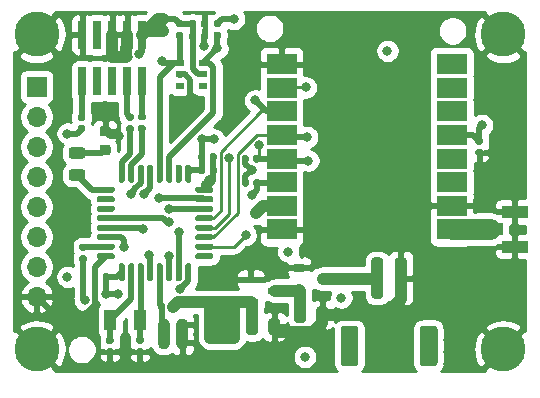
<source format=gbr>
%TF.GenerationSoftware,KiCad,Pcbnew,5.1.9*%
%TF.CreationDate,2021-02-20T15:12:24-08:00*%
%TF.ProjectId,Transmitter,5472616e-736d-4697-9474-65722e6b6963,rev?*%
%TF.SameCoordinates,Original*%
%TF.FileFunction,Copper,L1,Top*%
%TF.FilePolarity,Positive*%
%FSLAX46Y46*%
G04 Gerber Fmt 4.6, Leading zero omitted, Abs format (unit mm)*
G04 Created by KiCad (PCBNEW 5.1.9) date 2021-02-20 15:12:24*
%MOMM*%
%LPD*%
G01*
G04 APERTURE LIST*
%TA.AperFunction,ComponentPad*%
%ADD10C,1.750000*%
%TD*%
%TA.AperFunction,ComponentPad*%
%ADD11C,3.800000*%
%TD*%
%TA.AperFunction,SMDPad,CuDef*%
%ADD12R,0.740000X2.400000*%
%TD*%
%TA.AperFunction,ComponentPad*%
%ADD13O,1.700000X1.700000*%
%TD*%
%TA.AperFunction,ComponentPad*%
%ADD14R,1.700000X1.700000*%
%TD*%
%TA.AperFunction,SMDPad,CuDef*%
%ADD15R,0.900000X0.800000*%
%TD*%
%TA.AperFunction,SMDPad,CuDef*%
%ADD16R,2.600000X1.800000*%
%TD*%
%TA.AperFunction,SMDPad,CuDef*%
%ADD17R,1.300000X0.600000*%
%TD*%
%TA.AperFunction,SMDPad,CuDef*%
%ADD18R,0.800000X0.500000*%
%TD*%
%TA.AperFunction,SMDPad,CuDef*%
%ADD19R,2.200000X1.050000*%
%TD*%
%TA.AperFunction,SMDPad,CuDef*%
%ADD20R,1.050000X1.000000*%
%TD*%
%TA.AperFunction,SMDPad,CuDef*%
%ADD21R,1.000000X1.800000*%
%TD*%
%TA.AperFunction,ViaPad*%
%ADD22C,0.800000*%
%TD*%
%TA.AperFunction,Conductor*%
%ADD23C,1.000000*%
%TD*%
%TA.AperFunction,Conductor*%
%ADD24C,0.500000*%
%TD*%
%TA.AperFunction,Conductor*%
%ADD25C,1.750000*%
%TD*%
%TA.AperFunction,Conductor*%
%ADD26C,0.250000*%
%TD*%
%TA.AperFunction,Conductor*%
%ADD27C,0.254000*%
%TD*%
%TA.AperFunction,Conductor*%
%ADD28C,0.100000*%
%TD*%
G04 APERTURE END LIST*
D10*
%TO.P,J1,1*%
%TO.N,Net-(J1-Pad1)*%
X111633000Y-90805000D03*
%TD*%
%TO.P,C1,2*%
%TO.N,GND*%
%TA.AperFunction,SMDPad,CuDef*%
G36*
G01*
X111587500Y-84010000D02*
X111932500Y-84010000D01*
G75*
G02*
X112080000Y-84157500I0J-147500D01*
G01*
X112080000Y-84452500D01*
G75*
G02*
X111932500Y-84600000I-147500J0D01*
G01*
X111587500Y-84600000D01*
G75*
G02*
X111440000Y-84452500I0J147500D01*
G01*
X111440000Y-84157500D01*
G75*
G02*
X111587500Y-84010000I147500J0D01*
G01*
G37*
%TD.AperFunction*%
%TO.P,C1,1*%
%TO.N,+3V3*%
%TA.AperFunction,SMDPad,CuDef*%
G36*
G01*
X111587500Y-83040000D02*
X111932500Y-83040000D01*
G75*
G02*
X112080000Y-83187500I0J-147500D01*
G01*
X112080000Y-83482500D01*
G75*
G02*
X111932500Y-83630000I-147500J0D01*
G01*
X111587500Y-83630000D01*
G75*
G02*
X111440000Y-83482500I0J147500D01*
G01*
X111440000Y-83187500D01*
G75*
G02*
X111587500Y-83040000I147500J0D01*
G01*
G37*
%TD.AperFunction*%
%TD*%
%TO.P,C2,2*%
%TO.N,GND*%
%TA.AperFunction,SMDPad,CuDef*%
G36*
G01*
X80327500Y-100890000D02*
X80672500Y-100890000D01*
G75*
G02*
X80820000Y-101037500I0J-147500D01*
G01*
X80820000Y-101332500D01*
G75*
G02*
X80672500Y-101480000I-147500J0D01*
G01*
X80327500Y-101480000D01*
G75*
G02*
X80180000Y-101332500I0J147500D01*
G01*
X80180000Y-101037500D01*
G75*
G02*
X80327500Y-100890000I147500J0D01*
G01*
G37*
%TD.AperFunction*%
%TO.P,C2,1*%
%TO.N,OSC_IN*%
%TA.AperFunction,SMDPad,CuDef*%
G36*
G01*
X80327500Y-99920000D02*
X80672500Y-99920000D01*
G75*
G02*
X80820000Y-100067500I0J-147500D01*
G01*
X80820000Y-100362500D01*
G75*
G02*
X80672500Y-100510000I-147500J0D01*
G01*
X80327500Y-100510000D01*
G75*
G02*
X80180000Y-100362500I0J147500D01*
G01*
X80180000Y-100067500D01*
G75*
G02*
X80327500Y-99920000I147500J0D01*
G01*
G37*
%TD.AperFunction*%
%TD*%
%TO.P,C3,2*%
%TO.N,GND*%
%TA.AperFunction,SMDPad,CuDef*%
G36*
G01*
X82877500Y-100890000D02*
X83222500Y-100890000D01*
G75*
G02*
X83370000Y-101037500I0J-147500D01*
G01*
X83370000Y-101332500D01*
G75*
G02*
X83222500Y-101480000I-147500J0D01*
G01*
X82877500Y-101480000D01*
G75*
G02*
X82730000Y-101332500I0J147500D01*
G01*
X82730000Y-101037500D01*
G75*
G02*
X82877500Y-100890000I147500J0D01*
G01*
G37*
%TD.AperFunction*%
%TO.P,C3,1*%
%TO.N,OSC_OUT*%
%TA.AperFunction,SMDPad,CuDef*%
G36*
G01*
X82877500Y-99920000D02*
X83222500Y-99920000D01*
G75*
G02*
X83370000Y-100067500I0J-147500D01*
G01*
X83370000Y-100362500D01*
G75*
G02*
X83222500Y-100510000I-147500J0D01*
G01*
X82877500Y-100510000D01*
G75*
G02*
X82730000Y-100362500I0J147500D01*
G01*
X82730000Y-100067500D01*
G75*
G02*
X82877500Y-99920000I147500J0D01*
G01*
G37*
%TD.AperFunction*%
%TD*%
%TO.P,C4,2*%
%TO.N,GND*%
%TA.AperFunction,SMDPad,CuDef*%
G36*
G01*
X97986000Y-98500250D02*
X97986000Y-97587750D01*
G75*
G02*
X98229750Y-97344000I243750J0D01*
G01*
X98717250Y-97344000D01*
G75*
G02*
X98961000Y-97587750I0J-243750D01*
G01*
X98961000Y-98500250D01*
G75*
G02*
X98717250Y-98744000I-243750J0D01*
G01*
X98229750Y-98744000D01*
G75*
G02*
X97986000Y-98500250I0J243750D01*
G01*
G37*
%TD.AperFunction*%
%TO.P,C4,1*%
%TO.N,Net-(C4-Pad1)*%
%TA.AperFunction,SMDPad,CuDef*%
G36*
G01*
X96111000Y-98500250D02*
X96111000Y-97587750D01*
G75*
G02*
X96354750Y-97344000I243750J0D01*
G01*
X96842250Y-97344000D01*
G75*
G02*
X97086000Y-97587750I0J-243750D01*
G01*
X97086000Y-98500250D01*
G75*
G02*
X96842250Y-98744000I-243750J0D01*
G01*
X96354750Y-98744000D01*
G75*
G02*
X96111000Y-98500250I0J243750D01*
G01*
G37*
%TD.AperFunction*%
%TD*%
%TO.P,C5,2*%
%TO.N,GND*%
%TA.AperFunction,SMDPad,CuDef*%
G36*
G01*
X86194000Y-99168250D02*
X86194000Y-98655750D01*
G75*
G02*
X86412750Y-98437000I218750J0D01*
G01*
X86850250Y-98437000D01*
G75*
G02*
X87069000Y-98655750I0J-218750D01*
G01*
X87069000Y-99168250D01*
G75*
G02*
X86850250Y-99387000I-218750J0D01*
G01*
X86412750Y-99387000D01*
G75*
G02*
X86194000Y-99168250I0J218750D01*
G01*
G37*
%TD.AperFunction*%
%TO.P,C5,1*%
%TO.N,+3.3VA*%
%TA.AperFunction,SMDPad,CuDef*%
G36*
G01*
X84619000Y-99168250D02*
X84619000Y-98655750D01*
G75*
G02*
X84837750Y-98437000I218750J0D01*
G01*
X85275250Y-98437000D01*
G75*
G02*
X85494000Y-98655750I0J-218750D01*
G01*
X85494000Y-99168250D01*
G75*
G02*
X85275250Y-99387000I-218750J0D01*
G01*
X84837750Y-99387000D01*
G75*
G02*
X84619000Y-99168250I0J218750D01*
G01*
G37*
%TD.AperFunction*%
%TD*%
%TO.P,C6,2*%
%TO.N,GND*%
%TA.AperFunction,SMDPad,CuDef*%
G36*
G01*
X86194000Y-100692250D02*
X86194000Y-100179750D01*
G75*
G02*
X86412750Y-99961000I218750J0D01*
G01*
X86850250Y-99961000D01*
G75*
G02*
X87069000Y-100179750I0J-218750D01*
G01*
X87069000Y-100692250D01*
G75*
G02*
X86850250Y-100911000I-218750J0D01*
G01*
X86412750Y-100911000D01*
G75*
G02*
X86194000Y-100692250I0J218750D01*
G01*
G37*
%TD.AperFunction*%
%TO.P,C6,1*%
%TO.N,+3.3VA*%
%TA.AperFunction,SMDPad,CuDef*%
G36*
G01*
X84619000Y-100692250D02*
X84619000Y-100179750D01*
G75*
G02*
X84837750Y-99961000I218750J0D01*
G01*
X85275250Y-99961000D01*
G75*
G02*
X85494000Y-100179750I0J-218750D01*
G01*
X85494000Y-100692250D01*
G75*
G02*
X85275250Y-100911000I-218750J0D01*
G01*
X84837750Y-100911000D01*
G75*
G02*
X84619000Y-100692250I0J218750D01*
G01*
G37*
%TD.AperFunction*%
%TD*%
%TO.P,C7,2*%
%TO.N,GND*%
%TA.AperFunction,SMDPad,CuDef*%
G36*
G01*
X93922000Y-99516250D02*
X93922000Y-98603750D01*
G75*
G02*
X94165750Y-98360000I243750J0D01*
G01*
X94653250Y-98360000D01*
G75*
G02*
X94897000Y-98603750I0J-243750D01*
G01*
X94897000Y-99516250D01*
G75*
G02*
X94653250Y-99760000I-243750J0D01*
G01*
X94165750Y-99760000D01*
G75*
G02*
X93922000Y-99516250I0J243750D01*
G01*
G37*
%TD.AperFunction*%
%TO.P,C7,1*%
%TO.N,+3V3*%
%TA.AperFunction,SMDPad,CuDef*%
G36*
G01*
X92047000Y-99516250D02*
X92047000Y-98603750D01*
G75*
G02*
X92290750Y-98360000I243750J0D01*
G01*
X92778250Y-98360000D01*
G75*
G02*
X93022000Y-98603750I0J-243750D01*
G01*
X93022000Y-99516250D01*
G75*
G02*
X92778250Y-99760000I-243750J0D01*
G01*
X92290750Y-99760000D01*
G75*
G02*
X92047000Y-99516250I0J243750D01*
G01*
G37*
%TD.AperFunction*%
%TD*%
%TO.P,C8,2*%
%TO.N,GND*%
%TA.AperFunction,SMDPad,CuDef*%
G36*
G01*
X79535000Y-94675500D02*
X79535000Y-95020500D01*
G75*
G02*
X79387500Y-95168000I-147500J0D01*
G01*
X79092500Y-95168000D01*
G75*
G02*
X78945000Y-95020500I0J147500D01*
G01*
X78945000Y-94675500D01*
G75*
G02*
X79092500Y-94528000I147500J0D01*
G01*
X79387500Y-94528000D01*
G75*
G02*
X79535000Y-94675500I0J-147500D01*
G01*
G37*
%TD.AperFunction*%
%TO.P,C8,1*%
%TO.N,+3V3*%
%TA.AperFunction,SMDPad,CuDef*%
G36*
G01*
X80505000Y-94675500D02*
X80505000Y-95020500D01*
G75*
G02*
X80357500Y-95168000I-147500J0D01*
G01*
X80062500Y-95168000D01*
G75*
G02*
X79915000Y-95020500I0J147500D01*
G01*
X79915000Y-94675500D01*
G75*
G02*
X80062500Y-94528000I147500J0D01*
G01*
X80357500Y-94528000D01*
G75*
G02*
X80505000Y-94675500I0J-147500D01*
G01*
G37*
%TD.AperFunction*%
%TD*%
%TO.P,C9,2*%
%TO.N,GND*%
%TA.AperFunction,SMDPad,CuDef*%
G36*
G01*
X88190000Y-74672500D02*
X88190000Y-74327500D01*
G75*
G02*
X88337500Y-74180000I147500J0D01*
G01*
X88632500Y-74180000D01*
G75*
G02*
X88780000Y-74327500I0J-147500D01*
G01*
X88780000Y-74672500D01*
G75*
G02*
X88632500Y-74820000I-147500J0D01*
G01*
X88337500Y-74820000D01*
G75*
G02*
X88190000Y-74672500I0J147500D01*
G01*
G37*
%TD.AperFunction*%
%TO.P,C9,1*%
%TO.N,+3V3*%
%TA.AperFunction,SMDPad,CuDef*%
G36*
G01*
X87220000Y-74672500D02*
X87220000Y-74327500D01*
G75*
G02*
X87367500Y-74180000I147500J0D01*
G01*
X87662500Y-74180000D01*
G75*
G02*
X87810000Y-74327500I0J-147500D01*
G01*
X87810000Y-74672500D01*
G75*
G02*
X87662500Y-74820000I-147500J0D01*
G01*
X87367500Y-74820000D01*
G75*
G02*
X87220000Y-74672500I0J147500D01*
G01*
G37*
%TD.AperFunction*%
%TD*%
%TO.P,C10,2*%
%TO.N,GND*%
%TA.AperFunction,SMDPad,CuDef*%
G36*
G01*
X88190000Y-73572500D02*
X88190000Y-73227500D01*
G75*
G02*
X88337500Y-73080000I147500J0D01*
G01*
X88632500Y-73080000D01*
G75*
G02*
X88780000Y-73227500I0J-147500D01*
G01*
X88780000Y-73572500D01*
G75*
G02*
X88632500Y-73720000I-147500J0D01*
G01*
X88337500Y-73720000D01*
G75*
G02*
X88190000Y-73572500I0J147500D01*
G01*
G37*
%TD.AperFunction*%
%TO.P,C10,1*%
%TO.N,+3V3*%
%TA.AperFunction,SMDPad,CuDef*%
G36*
G01*
X87220000Y-73572500D02*
X87220000Y-73227500D01*
G75*
G02*
X87367500Y-73080000I147500J0D01*
G01*
X87662500Y-73080000D01*
G75*
G02*
X87810000Y-73227500I0J-147500D01*
G01*
X87810000Y-73572500D01*
G75*
G02*
X87662500Y-73720000I-147500J0D01*
G01*
X87367500Y-73720000D01*
G75*
G02*
X87220000Y-73572500I0J147500D01*
G01*
G37*
%TD.AperFunction*%
%TD*%
%TO.P,C11,2*%
%TO.N,GND*%
%TA.AperFunction,SMDPad,CuDef*%
G36*
G01*
X88955000Y-86003500D02*
X88955000Y-85658500D01*
G75*
G02*
X89102500Y-85511000I147500J0D01*
G01*
X89397500Y-85511000D01*
G75*
G02*
X89545000Y-85658500I0J-147500D01*
G01*
X89545000Y-86003500D01*
G75*
G02*
X89397500Y-86151000I-147500J0D01*
G01*
X89102500Y-86151000D01*
G75*
G02*
X88955000Y-86003500I0J147500D01*
G01*
G37*
%TD.AperFunction*%
%TO.P,C11,1*%
%TO.N,+3V3*%
%TA.AperFunction,SMDPad,CuDef*%
G36*
G01*
X87985000Y-86003500D02*
X87985000Y-85658500D01*
G75*
G02*
X88132500Y-85511000I147500J0D01*
G01*
X88427500Y-85511000D01*
G75*
G02*
X88575000Y-85658500I0J-147500D01*
G01*
X88575000Y-86003500D01*
G75*
G02*
X88427500Y-86151000I-147500J0D01*
G01*
X88132500Y-86151000D01*
G75*
G02*
X87985000Y-86003500I0J147500D01*
G01*
G37*
%TD.AperFunction*%
%TD*%
%TO.P,C12,2*%
%TO.N,GND*%
%TA.AperFunction,SMDPad,CuDef*%
G36*
G01*
X88955000Y-84860500D02*
X88955000Y-84515500D01*
G75*
G02*
X89102500Y-84368000I147500J0D01*
G01*
X89397500Y-84368000D01*
G75*
G02*
X89545000Y-84515500I0J-147500D01*
G01*
X89545000Y-84860500D01*
G75*
G02*
X89397500Y-85008000I-147500J0D01*
G01*
X89102500Y-85008000D01*
G75*
G02*
X88955000Y-84860500I0J147500D01*
G01*
G37*
%TD.AperFunction*%
%TO.P,C12,1*%
%TO.N,+3V3*%
%TA.AperFunction,SMDPad,CuDef*%
G36*
G01*
X87985000Y-84860500D02*
X87985000Y-84515500D01*
G75*
G02*
X88132500Y-84368000I147500J0D01*
G01*
X88427500Y-84368000D01*
G75*
G02*
X88575000Y-84515500I0J-147500D01*
G01*
X88575000Y-84860500D01*
G75*
G02*
X88427500Y-85008000I-147500J0D01*
G01*
X88132500Y-85008000D01*
G75*
G02*
X87985000Y-84860500I0J147500D01*
G01*
G37*
%TD.AperFunction*%
%TD*%
%TO.P,D1,2*%
%TO.N,Net-(D1-Pad2)*%
%TA.AperFunction,SMDPad,CuDef*%
G36*
G01*
X77259750Y-85724500D02*
X78172250Y-85724500D01*
G75*
G02*
X78416000Y-85968250I0J-243750D01*
G01*
X78416000Y-86455750D01*
G75*
G02*
X78172250Y-86699500I-243750J0D01*
G01*
X77259750Y-86699500D01*
G75*
G02*
X77016000Y-86455750I0J243750D01*
G01*
X77016000Y-85968250D01*
G75*
G02*
X77259750Y-85724500I243750J0D01*
G01*
G37*
%TD.AperFunction*%
%TO.P,D1,1*%
%TO.N,Net-(D1-Pad1)*%
%TA.AperFunction,SMDPad,CuDef*%
G36*
G01*
X77259750Y-83849500D02*
X78172250Y-83849500D01*
G75*
G02*
X78416000Y-84093250I0J-243750D01*
G01*
X78416000Y-84580750D01*
G75*
G02*
X78172250Y-84824500I-243750J0D01*
G01*
X77259750Y-84824500D01*
G75*
G02*
X77016000Y-84580750I0J243750D01*
G01*
X77016000Y-84093250D01*
G75*
G02*
X77259750Y-83849500I243750J0D01*
G01*
G37*
%TD.AperFunction*%
%TD*%
D11*
%TO.P,H1,1*%
%TO.N,GND*%
X74295000Y-74295000D03*
%TD*%
%TO.P,H2,1*%
%TO.N,GND*%
X74295000Y-100965000D03*
%TD*%
%TO.P,H3,1*%
%TO.N,GND*%
X113792000Y-74295000D03*
%TD*%
%TO.P,H4,1*%
%TO.N,GND*%
X113792000Y-100965000D03*
%TD*%
%TO.P,J2,MP*%
%TO.N,N/C*%
%TA.AperFunction,SMDPad,CuDef*%
G36*
G01*
X106740000Y-102140000D02*
X106740000Y-99240000D01*
G75*
G02*
X106990000Y-98990000I250000J0D01*
G01*
X107990000Y-98990000D01*
G75*
G02*
X108240000Y-99240000I0J-250000D01*
G01*
X108240000Y-102140000D01*
G75*
G02*
X107990000Y-102390000I-250000J0D01*
G01*
X106990000Y-102390000D01*
G75*
G02*
X106740000Y-102140000I0J250000D01*
G01*
G37*
%TD.AperFunction*%
%TA.AperFunction,SMDPad,CuDef*%
G36*
G01*
X100040000Y-102140000D02*
X100040000Y-99240000D01*
G75*
G02*
X100290000Y-98990000I250000J0D01*
G01*
X101290000Y-98990000D01*
G75*
G02*
X101540000Y-99240000I0J-250000D01*
G01*
X101540000Y-102140000D01*
G75*
G02*
X101290000Y-102390000I-250000J0D01*
G01*
X100290000Y-102390000D01*
G75*
G02*
X100040000Y-102140000I0J250000D01*
G01*
G37*
%TD.AperFunction*%
%TO.P,J2,2*%
%TO.N,GND*%
%TA.AperFunction,SMDPad,CuDef*%
G36*
G01*
X104640000Y-96440000D02*
X104640000Y-93440000D01*
G75*
G02*
X104890000Y-93190000I250000J0D01*
G01*
X105390000Y-93190000D01*
G75*
G02*
X105640000Y-93440000I0J-250000D01*
G01*
X105640000Y-96440000D01*
G75*
G02*
X105390000Y-96690000I-250000J0D01*
G01*
X104890000Y-96690000D01*
G75*
G02*
X104640000Y-96440000I0J250000D01*
G01*
G37*
%TD.AperFunction*%
%TO.P,J2,1*%
%TO.N,VIN*%
%TA.AperFunction,SMDPad,CuDef*%
G36*
G01*
X102640000Y-96440000D02*
X102640000Y-93440000D01*
G75*
G02*
X102890000Y-93190000I250000J0D01*
G01*
X103390000Y-93190000D01*
G75*
G02*
X103640000Y-93440000I0J-250000D01*
G01*
X103640000Y-96440000D01*
G75*
G02*
X103390000Y-96690000I-250000J0D01*
G01*
X102890000Y-96690000D01*
G75*
G02*
X102640000Y-96440000I0J250000D01*
G01*
G37*
%TD.AperFunction*%
%TD*%
D12*
%TO.P,J4,10*%
%TO.N,Net-(J4-Pad10)*%
X78160000Y-78250000D03*
%TO.P,J4,9*%
%TO.N,GND*%
X78160000Y-74350000D03*
%TO.P,J4,8*%
%TO.N,Net-(J4-Pad8)*%
X79430000Y-78250000D03*
%TO.P,J4,7*%
%TO.N,Net-(J4-Pad7)*%
X79430000Y-74350000D03*
%TO.P,J4,6*%
%TO.N,Net-(J4-Pad6)*%
X80700000Y-78250000D03*
%TO.P,J4,5*%
%TO.N,GND*%
X80700000Y-74350000D03*
%TO.P,J4,4*%
%TO.N,Net-(J4-Pad4)*%
X81970000Y-78250000D03*
%TO.P,J4,3*%
%TO.N,GND*%
X81970000Y-74350000D03*
%TO.P,J4,2*%
%TO.N,Net-(J4-Pad2)*%
X83240000Y-78250000D03*
%TO.P,J4,1*%
%TO.N,+3V3*%
X83240000Y-74350000D03*
%TD*%
D13*
%TO.P,J7,8*%
%TO.N,GND*%
X74295000Y-96520000D03*
%TO.P,J7,7*%
%TO.N,SYS_WAKEUP*%
X74295000Y-93980000D03*
%TO.P,J7,6*%
%TO.N,USART2_CTS*%
X74295000Y-91440000D03*
%TO.P,J7,5*%
%TO.N,USART2_RTS*%
X74295000Y-88900000D03*
%TO.P,J7,4*%
%TO.N,ADC_9*%
X74295000Y-86360000D03*
%TO.P,J7,3*%
%TO.N,ADC_8*%
X74295000Y-83820000D03*
%TO.P,J7,2*%
%TO.N,ADC_1*%
X74295000Y-81280000D03*
D14*
%TO.P,J7,1*%
%TO.N,+3V3*%
X74295000Y-78740000D03*
%TD*%
%TO.P,L1,2*%
%TO.N,+3.3VA*%
%TA.AperFunction,SMDPad,CuDef*%
G36*
G01*
X85169000Y-97215500D02*
X85169000Y-97560500D01*
G75*
G02*
X85021500Y-97708000I-147500J0D01*
G01*
X84726500Y-97708000D01*
G75*
G02*
X84579000Y-97560500I0J147500D01*
G01*
X84579000Y-97215500D01*
G75*
G02*
X84726500Y-97068000I147500J0D01*
G01*
X85021500Y-97068000D01*
G75*
G02*
X85169000Y-97215500I0J-147500D01*
G01*
G37*
%TD.AperFunction*%
%TO.P,L1,1*%
%TO.N,+3V3*%
%TA.AperFunction,SMDPad,CuDef*%
G36*
G01*
X86139000Y-97215500D02*
X86139000Y-97560500D01*
G75*
G02*
X85991500Y-97708000I-147500J0D01*
G01*
X85696500Y-97708000D01*
G75*
G02*
X85549000Y-97560500I0J147500D01*
G01*
X85549000Y-97215500D01*
G75*
G02*
X85696500Y-97068000I147500J0D01*
G01*
X85991500Y-97068000D01*
G75*
G02*
X86139000Y-97215500I0J-147500D01*
G01*
G37*
%TD.AperFunction*%
%TD*%
D15*
%TO.P,Q1,3*%
%TO.N,VIN*%
X98536000Y-94996000D03*
%TO.P,Q1,2*%
%TO.N,Net-(C4-Pad1)*%
X96536000Y-95946000D03*
%TO.P,Q1,1*%
%TO.N,GND*%
X96536000Y-94046000D03*
%TD*%
%TO.P,R1,2*%
%TO.N,+3V3*%
%TA.AperFunction,SMDPad,CuDef*%
G36*
G01*
X92243000Y-84663500D02*
X92243000Y-85008500D01*
G75*
G02*
X92095500Y-85156000I-147500J0D01*
G01*
X91800500Y-85156000D01*
G75*
G02*
X91653000Y-85008500I0J147500D01*
G01*
X91653000Y-84663500D01*
G75*
G02*
X91800500Y-84516000I147500J0D01*
G01*
X92095500Y-84516000D01*
G75*
G02*
X92243000Y-84663500I0J-147500D01*
G01*
G37*
%TD.AperFunction*%
%TO.P,R1,1*%
%TO.N,CS*%
%TA.AperFunction,SMDPad,CuDef*%
G36*
G01*
X93213000Y-84663500D02*
X93213000Y-85008500D01*
G75*
G02*
X93065500Y-85156000I-147500J0D01*
G01*
X92770500Y-85156000D01*
G75*
G02*
X92623000Y-85008500I0J147500D01*
G01*
X92623000Y-84663500D01*
G75*
G02*
X92770500Y-84516000I147500J0D01*
G01*
X93065500Y-84516000D01*
G75*
G02*
X93213000Y-84663500I0J-147500D01*
G01*
G37*
%TD.AperFunction*%
%TD*%
%TO.P,R2,2*%
%TO.N,+3V3*%
%TA.AperFunction,SMDPad,CuDef*%
G36*
G01*
X92266000Y-86695500D02*
X92266000Y-87040500D01*
G75*
G02*
X92118500Y-87188000I-147500J0D01*
G01*
X91823500Y-87188000D01*
G75*
G02*
X91676000Y-87040500I0J147500D01*
G01*
X91676000Y-86695500D01*
G75*
G02*
X91823500Y-86548000I147500J0D01*
G01*
X92118500Y-86548000D01*
G75*
G02*
X92266000Y-86695500I0J-147500D01*
G01*
G37*
%TD.AperFunction*%
%TO.P,R2,1*%
%TO.N,RST*%
%TA.AperFunction,SMDPad,CuDef*%
G36*
G01*
X93236000Y-86695500D02*
X93236000Y-87040500D01*
G75*
G02*
X93088500Y-87188000I-147500J0D01*
G01*
X92793500Y-87188000D01*
G75*
G02*
X92646000Y-87040500I0J147500D01*
G01*
X92646000Y-86695500D01*
G75*
G02*
X92793500Y-86548000I147500J0D01*
G01*
X93088500Y-86548000D01*
G75*
G02*
X93236000Y-86695500I0J-147500D01*
G01*
G37*
%TD.AperFunction*%
%TD*%
%TO.P,R3,2*%
%TO.N,+3V3*%
%TA.AperFunction,SMDPad,CuDef*%
G36*
G01*
X89772500Y-73695000D02*
X89427500Y-73695000D01*
G75*
G02*
X89280000Y-73547500I0J147500D01*
G01*
X89280000Y-73252500D01*
G75*
G02*
X89427500Y-73105000I147500J0D01*
G01*
X89772500Y-73105000D01*
G75*
G02*
X89920000Y-73252500I0J-147500D01*
G01*
X89920000Y-73547500D01*
G75*
G02*
X89772500Y-73695000I-147500J0D01*
G01*
G37*
%TD.AperFunction*%
%TO.P,R3,1*%
%TO.N,I2C_SCL*%
%TA.AperFunction,SMDPad,CuDef*%
G36*
G01*
X89772500Y-74665000D02*
X89427500Y-74665000D01*
G75*
G02*
X89280000Y-74517500I0J147500D01*
G01*
X89280000Y-74222500D01*
G75*
G02*
X89427500Y-74075000I147500J0D01*
G01*
X89772500Y-74075000D01*
G75*
G02*
X89920000Y-74222500I0J-147500D01*
G01*
X89920000Y-74517500D01*
G75*
G02*
X89772500Y-74665000I-147500J0D01*
G01*
G37*
%TD.AperFunction*%
%TD*%
%TO.P,R4,2*%
%TO.N,Net-(D1-Pad1)*%
%TA.AperFunction,SMDPad,CuDef*%
G36*
G01*
X79843750Y-83650000D02*
X80356250Y-83650000D01*
G75*
G02*
X80575000Y-83868750I0J-218750D01*
G01*
X80575000Y-84306250D01*
G75*
G02*
X80356250Y-84525000I-218750J0D01*
G01*
X79843750Y-84525000D01*
G75*
G02*
X79625000Y-84306250I0J218750D01*
G01*
X79625000Y-83868750D01*
G75*
G02*
X79843750Y-83650000I218750J0D01*
G01*
G37*
%TD.AperFunction*%
%TO.P,R4,1*%
%TO.N,GND*%
%TA.AperFunction,SMDPad,CuDef*%
G36*
G01*
X79843750Y-82075000D02*
X80356250Y-82075000D01*
G75*
G02*
X80575000Y-82293750I0J-218750D01*
G01*
X80575000Y-82731250D01*
G75*
G02*
X80356250Y-82950000I-218750J0D01*
G01*
X79843750Y-82950000D01*
G75*
G02*
X79625000Y-82731250I0J218750D01*
G01*
X79625000Y-82293750D01*
G75*
G02*
X79843750Y-82075000I218750J0D01*
G01*
G37*
%TD.AperFunction*%
%TD*%
%TO.P,R5,2*%
%TO.N,+3V3*%
%TA.AperFunction,SMDPad,CuDef*%
G36*
G01*
X86572500Y-73710000D02*
X86227500Y-73710000D01*
G75*
G02*
X86080000Y-73562500I0J147500D01*
G01*
X86080000Y-73267500D01*
G75*
G02*
X86227500Y-73120000I147500J0D01*
G01*
X86572500Y-73120000D01*
G75*
G02*
X86720000Y-73267500I0J-147500D01*
G01*
X86720000Y-73562500D01*
G75*
G02*
X86572500Y-73710000I-147500J0D01*
G01*
G37*
%TD.AperFunction*%
%TO.P,R5,1*%
%TO.N,I2C_SDA*%
%TA.AperFunction,SMDPad,CuDef*%
G36*
G01*
X86572500Y-74680000D02*
X86227500Y-74680000D01*
G75*
G02*
X86080000Y-74532500I0J147500D01*
G01*
X86080000Y-74237500D01*
G75*
G02*
X86227500Y-74090000I147500J0D01*
G01*
X86572500Y-74090000D01*
G75*
G02*
X86720000Y-74237500I0J-147500D01*
G01*
X86720000Y-74532500D01*
G75*
G02*
X86572500Y-74680000I-147500J0D01*
G01*
G37*
%TD.AperFunction*%
%TD*%
%TO.P,R6,2*%
%TO.N,Net-(J4-Pad2)*%
%TA.AperFunction,SMDPad,CuDef*%
G36*
G01*
X83372500Y-81595000D02*
X83027500Y-81595000D01*
G75*
G02*
X82880000Y-81447500I0J147500D01*
G01*
X82880000Y-81152500D01*
G75*
G02*
X83027500Y-81005000I147500J0D01*
G01*
X83372500Y-81005000D01*
G75*
G02*
X83520000Y-81152500I0J-147500D01*
G01*
X83520000Y-81447500D01*
G75*
G02*
X83372500Y-81595000I-147500J0D01*
G01*
G37*
%TD.AperFunction*%
%TO.P,R6,1*%
%TO.N,SWDIO*%
%TA.AperFunction,SMDPad,CuDef*%
G36*
G01*
X83372500Y-82565000D02*
X83027500Y-82565000D01*
G75*
G02*
X82880000Y-82417500I0J147500D01*
G01*
X82880000Y-82122500D01*
G75*
G02*
X83027500Y-81975000I147500J0D01*
G01*
X83372500Y-81975000D01*
G75*
G02*
X83520000Y-82122500I0J-147500D01*
G01*
X83520000Y-82417500D01*
G75*
G02*
X83372500Y-82565000I-147500J0D01*
G01*
G37*
%TD.AperFunction*%
%TD*%
%TO.P,R7,2*%
%TO.N,Net-(J4-Pad4)*%
%TA.AperFunction,SMDPad,CuDef*%
G36*
G01*
X82372500Y-81610000D02*
X82027500Y-81610000D01*
G75*
G02*
X81880000Y-81462500I0J147500D01*
G01*
X81880000Y-81167500D01*
G75*
G02*
X82027500Y-81020000I147500J0D01*
G01*
X82372500Y-81020000D01*
G75*
G02*
X82520000Y-81167500I0J-147500D01*
G01*
X82520000Y-81462500D01*
G75*
G02*
X82372500Y-81610000I-147500J0D01*
G01*
G37*
%TD.AperFunction*%
%TO.P,R7,1*%
%TO.N,SWCLK*%
%TA.AperFunction,SMDPad,CuDef*%
G36*
G01*
X82372500Y-82580000D02*
X82027500Y-82580000D01*
G75*
G02*
X81880000Y-82432500I0J147500D01*
G01*
X81880000Y-82137500D01*
G75*
G02*
X82027500Y-81990000I147500J0D01*
G01*
X82372500Y-81990000D01*
G75*
G02*
X82520000Y-82137500I0J-147500D01*
G01*
X82520000Y-82432500D01*
G75*
G02*
X82372500Y-82580000I-147500J0D01*
G01*
G37*
%TD.AperFunction*%
%TD*%
%TO.P,R8,2*%
%TO.N,Net-(J4-Pad10)*%
%TA.AperFunction,SMDPad,CuDef*%
G36*
G01*
X78272500Y-81610000D02*
X77927500Y-81610000D01*
G75*
G02*
X77780000Y-81462500I0J147500D01*
G01*
X77780000Y-81167500D01*
G75*
G02*
X77927500Y-81020000I147500J0D01*
G01*
X78272500Y-81020000D01*
G75*
G02*
X78420000Y-81167500I0J-147500D01*
G01*
X78420000Y-81462500D01*
G75*
G02*
X78272500Y-81610000I-147500J0D01*
G01*
G37*
%TD.AperFunction*%
%TO.P,R8,1*%
%TO.N,NRST*%
%TA.AperFunction,SMDPad,CuDef*%
G36*
G01*
X78272500Y-82580000D02*
X77927500Y-82580000D01*
G75*
G02*
X77780000Y-82432500I0J147500D01*
G01*
X77780000Y-82137500D01*
G75*
G02*
X77927500Y-81990000I147500J0D01*
G01*
X78272500Y-81990000D01*
G75*
G02*
X78420000Y-82137500I0J-147500D01*
G01*
X78420000Y-82432500D01*
G75*
G02*
X78272500Y-82580000I-147500J0D01*
G01*
G37*
%TD.AperFunction*%
%TD*%
%TO.P,R9,2*%
%TO.N,BOOT0*%
%TA.AperFunction,SMDPad,CuDef*%
G36*
G01*
X78396500Y-92626000D02*
X78051500Y-92626000D01*
G75*
G02*
X77904000Y-92478500I0J147500D01*
G01*
X77904000Y-92183500D01*
G75*
G02*
X78051500Y-92036000I147500J0D01*
G01*
X78396500Y-92036000D01*
G75*
G02*
X78544000Y-92183500I0J-147500D01*
G01*
X78544000Y-92478500D01*
G75*
G02*
X78396500Y-92626000I-147500J0D01*
G01*
G37*
%TD.AperFunction*%
%TO.P,R9,1*%
%TO.N,Net-(R9-Pad1)*%
%TA.AperFunction,SMDPad,CuDef*%
G36*
G01*
X78396500Y-93596000D02*
X78051500Y-93596000D01*
G75*
G02*
X77904000Y-93448500I0J147500D01*
G01*
X77904000Y-93153500D01*
G75*
G02*
X78051500Y-93006000I147500J0D01*
G01*
X78396500Y-93006000D01*
G75*
G02*
X78544000Y-93153500I0J-147500D01*
G01*
X78544000Y-93448500D01*
G75*
G02*
X78396500Y-93596000I-147500J0D01*
G01*
G37*
%TD.AperFunction*%
%TD*%
D16*
%TO.P,U1,16*%
%TO.N,Net-(U1-Pad16)*%
X109435000Y-76820000D03*
%TO.P,U1,15*%
%TO.N,Net-(U1-Pad15)*%
X109435000Y-78820000D03*
%TO.P,U1,14*%
%TO.N,Net-(U1-Pad14)*%
X109435000Y-80820000D03*
%TO.P,U1,13*%
%TO.N,+3V3*%
X109435000Y-82820000D03*
%TO.P,U1,12*%
%TO.N,Net-(U1-Pad12)*%
X109435000Y-84820000D03*
%TO.P,U1,11*%
%TO.N,Net-(U1-Pad11)*%
X109435000Y-86820000D03*
%TO.P,U1,10*%
%TO.N,GND*%
X109435000Y-88820000D03*
%TO.P,U1,9*%
%TO.N,Net-(J1-Pad1)*%
X109435000Y-90820000D03*
%TO.P,U1,8*%
%TO.N,GND*%
X95035000Y-90820000D03*
%TO.P,U1,7*%
%TO.N,Net-(CFG1-Pad2)*%
X95035000Y-88820000D03*
%TO.P,U1,6*%
%TO.N,RST*%
X95035000Y-86820000D03*
%TO.P,U1,5*%
%TO.N,CS*%
X95035000Y-84820000D03*
%TO.P,U1,4*%
%TO.N,SCK*%
X95035000Y-82820000D03*
%TO.P,U1,3*%
%TO.N,MOSI*%
X95035000Y-80820000D03*
%TO.P,U1,2*%
%TO.N,MISO*%
X95035000Y-78820000D03*
%TO.P,U1,1*%
%TO.N,GND*%
X95035000Y-76820000D03*
%TD*%
D17*
%TO.P,U2,1*%
%TO.N,GND*%
X92422000Y-95062000D03*
%TO.P,U2,2*%
%TO.N,+3V3*%
X92422000Y-96962000D03*
%TO.P,U2,3*%
%TO.N,Net-(C4-Pad1)*%
X94522000Y-96012000D03*
%TD*%
%TO.P,U3,32*%
%TO.N,GND*%
%TA.AperFunction,SMDPad,CuDef*%
G36*
G01*
X80770000Y-93326000D02*
X79520000Y-93326000D01*
G75*
G02*
X79395000Y-93201000I0J125000D01*
G01*
X79395000Y-92951000D01*
G75*
G02*
X79520000Y-92826000I125000J0D01*
G01*
X80770000Y-92826000D01*
G75*
G02*
X80895000Y-92951000I0J-125000D01*
G01*
X80895000Y-93201000D01*
G75*
G02*
X80770000Y-93326000I-125000J0D01*
G01*
G37*
%TD.AperFunction*%
%TO.P,U3,31*%
%TO.N,BOOT0*%
%TA.AperFunction,SMDPad,CuDef*%
G36*
G01*
X80770000Y-92526000D02*
X79520000Y-92526000D01*
G75*
G02*
X79395000Y-92401000I0J125000D01*
G01*
X79395000Y-92151000D01*
G75*
G02*
X79520000Y-92026000I125000J0D01*
G01*
X80770000Y-92026000D01*
G75*
G02*
X80895000Y-92151000I0J-125000D01*
G01*
X80895000Y-92401000D01*
G75*
G02*
X80770000Y-92526000I-125000J0D01*
G01*
G37*
%TD.AperFunction*%
%TO.P,U3,30*%
%TO.N,USART2_RX*%
%TA.AperFunction,SMDPad,CuDef*%
G36*
G01*
X80770000Y-91726000D02*
X79520000Y-91726000D01*
G75*
G02*
X79395000Y-91601000I0J125000D01*
G01*
X79395000Y-91351000D01*
G75*
G02*
X79520000Y-91226000I125000J0D01*
G01*
X80770000Y-91226000D01*
G75*
G02*
X80895000Y-91351000I0J-125000D01*
G01*
X80895000Y-91601000D01*
G75*
G02*
X80770000Y-91726000I-125000J0D01*
G01*
G37*
%TD.AperFunction*%
%TO.P,U3,29*%
%TO.N,USART2_TX*%
%TA.AperFunction,SMDPad,CuDef*%
G36*
G01*
X80770000Y-90926000D02*
X79520000Y-90926000D01*
G75*
G02*
X79395000Y-90801000I0J125000D01*
G01*
X79395000Y-90551000D01*
G75*
G02*
X79520000Y-90426000I125000J0D01*
G01*
X80770000Y-90426000D01*
G75*
G02*
X80895000Y-90551000I0J-125000D01*
G01*
X80895000Y-90801000D01*
G75*
G02*
X80770000Y-90926000I-125000J0D01*
G01*
G37*
%TD.AperFunction*%
%TO.P,U3,28*%
%TO.N,RST*%
%TA.AperFunction,SMDPad,CuDef*%
G36*
G01*
X80770000Y-90126000D02*
X79520000Y-90126000D01*
G75*
G02*
X79395000Y-90001000I0J125000D01*
G01*
X79395000Y-89751000D01*
G75*
G02*
X79520000Y-89626000I125000J0D01*
G01*
X80770000Y-89626000D01*
G75*
G02*
X80895000Y-89751000I0J-125000D01*
G01*
X80895000Y-90001000D01*
G75*
G02*
X80770000Y-90126000I-125000J0D01*
G01*
G37*
%TD.AperFunction*%
%TO.P,U3,27*%
%TO.N,Net-(U3-Pad27)*%
%TA.AperFunction,SMDPad,CuDef*%
G36*
G01*
X80770000Y-89326000D02*
X79520000Y-89326000D01*
G75*
G02*
X79395000Y-89201000I0J125000D01*
G01*
X79395000Y-88951000D01*
G75*
G02*
X79520000Y-88826000I125000J0D01*
G01*
X80770000Y-88826000D01*
G75*
G02*
X80895000Y-88951000I0J-125000D01*
G01*
X80895000Y-89201000D01*
G75*
G02*
X80770000Y-89326000I-125000J0D01*
G01*
G37*
%TD.AperFunction*%
%TO.P,U3,26*%
%TO.N,Net-(U3-Pad26)*%
%TA.AperFunction,SMDPad,CuDef*%
G36*
G01*
X80770000Y-88526000D02*
X79520000Y-88526000D01*
G75*
G02*
X79395000Y-88401000I0J125000D01*
G01*
X79395000Y-88151000D01*
G75*
G02*
X79520000Y-88026000I125000J0D01*
G01*
X80770000Y-88026000D01*
G75*
G02*
X80895000Y-88151000I0J-125000D01*
G01*
X80895000Y-88401000D01*
G75*
G02*
X80770000Y-88526000I-125000J0D01*
G01*
G37*
%TD.AperFunction*%
%TO.P,U3,25*%
%TO.N,Net-(D1-Pad2)*%
%TA.AperFunction,SMDPad,CuDef*%
G36*
G01*
X80770000Y-87726000D02*
X79520000Y-87726000D01*
G75*
G02*
X79395000Y-87601000I0J125000D01*
G01*
X79395000Y-87351000D01*
G75*
G02*
X79520000Y-87226000I125000J0D01*
G01*
X80770000Y-87226000D01*
G75*
G02*
X80895000Y-87351000I0J-125000D01*
G01*
X80895000Y-87601000D01*
G75*
G02*
X80770000Y-87726000I-125000J0D01*
G01*
G37*
%TD.AperFunction*%
%TO.P,U3,24*%
%TO.N,SWCLK*%
%TA.AperFunction,SMDPad,CuDef*%
G36*
G01*
X81645000Y-86851000D02*
X81395000Y-86851000D01*
G75*
G02*
X81270000Y-86726000I0J125000D01*
G01*
X81270000Y-85476000D01*
G75*
G02*
X81395000Y-85351000I125000J0D01*
G01*
X81645000Y-85351000D01*
G75*
G02*
X81770000Y-85476000I0J-125000D01*
G01*
X81770000Y-86726000D01*
G75*
G02*
X81645000Y-86851000I-125000J0D01*
G01*
G37*
%TD.AperFunction*%
%TO.P,U3,23*%
%TO.N,SWDIO*%
%TA.AperFunction,SMDPad,CuDef*%
G36*
G01*
X82445000Y-86851000D02*
X82195000Y-86851000D01*
G75*
G02*
X82070000Y-86726000I0J125000D01*
G01*
X82070000Y-85476000D01*
G75*
G02*
X82195000Y-85351000I125000J0D01*
G01*
X82445000Y-85351000D01*
G75*
G02*
X82570000Y-85476000I0J-125000D01*
G01*
X82570000Y-86726000D01*
G75*
G02*
X82445000Y-86851000I-125000J0D01*
G01*
G37*
%TD.AperFunction*%
%TO.P,U3,22*%
%TO.N,USART2_RTS*%
%TA.AperFunction,SMDPad,CuDef*%
G36*
G01*
X83245000Y-86851000D02*
X82995000Y-86851000D01*
G75*
G02*
X82870000Y-86726000I0J125000D01*
G01*
X82870000Y-85476000D01*
G75*
G02*
X82995000Y-85351000I125000J0D01*
G01*
X83245000Y-85351000D01*
G75*
G02*
X83370000Y-85476000I0J-125000D01*
G01*
X83370000Y-86726000D01*
G75*
G02*
X83245000Y-86851000I-125000J0D01*
G01*
G37*
%TD.AperFunction*%
%TO.P,U3,21*%
%TO.N,USART2_CTS*%
%TA.AperFunction,SMDPad,CuDef*%
G36*
G01*
X84045000Y-86851000D02*
X83795000Y-86851000D01*
G75*
G02*
X83670000Y-86726000I0J125000D01*
G01*
X83670000Y-85476000D01*
G75*
G02*
X83795000Y-85351000I125000J0D01*
G01*
X84045000Y-85351000D01*
G75*
G02*
X84170000Y-85476000I0J-125000D01*
G01*
X84170000Y-86726000D01*
G75*
G02*
X84045000Y-86851000I-125000J0D01*
G01*
G37*
%TD.AperFunction*%
%TO.P,U3,20*%
%TO.N,I2C_SDA*%
%TA.AperFunction,SMDPad,CuDef*%
G36*
G01*
X84845000Y-86851000D02*
X84595000Y-86851000D01*
G75*
G02*
X84470000Y-86726000I0J125000D01*
G01*
X84470000Y-85476000D01*
G75*
G02*
X84595000Y-85351000I125000J0D01*
G01*
X84845000Y-85351000D01*
G75*
G02*
X84970000Y-85476000I0J-125000D01*
G01*
X84970000Y-86726000D01*
G75*
G02*
X84845000Y-86851000I-125000J0D01*
G01*
G37*
%TD.AperFunction*%
%TO.P,U3,19*%
%TO.N,I2C_SCL*%
%TA.AperFunction,SMDPad,CuDef*%
G36*
G01*
X85645000Y-86851000D02*
X85395000Y-86851000D01*
G75*
G02*
X85270000Y-86726000I0J125000D01*
G01*
X85270000Y-85476000D01*
G75*
G02*
X85395000Y-85351000I125000J0D01*
G01*
X85645000Y-85351000D01*
G75*
G02*
X85770000Y-85476000I0J-125000D01*
G01*
X85770000Y-86726000D01*
G75*
G02*
X85645000Y-86851000I-125000J0D01*
G01*
G37*
%TD.AperFunction*%
%TO.P,U3,18*%
%TO.N,Net-(U3-Pad18)*%
%TA.AperFunction,SMDPad,CuDef*%
G36*
G01*
X86445000Y-86851000D02*
X86195000Y-86851000D01*
G75*
G02*
X86070000Y-86726000I0J125000D01*
G01*
X86070000Y-85476000D01*
G75*
G02*
X86195000Y-85351000I125000J0D01*
G01*
X86445000Y-85351000D01*
G75*
G02*
X86570000Y-85476000I0J-125000D01*
G01*
X86570000Y-86726000D01*
G75*
G02*
X86445000Y-86851000I-125000J0D01*
G01*
G37*
%TD.AperFunction*%
%TO.P,U3,17*%
%TO.N,+3V3*%
%TA.AperFunction,SMDPad,CuDef*%
G36*
G01*
X87245000Y-86851000D02*
X86995000Y-86851000D01*
G75*
G02*
X86870000Y-86726000I0J125000D01*
G01*
X86870000Y-85476000D01*
G75*
G02*
X86995000Y-85351000I125000J0D01*
G01*
X87245000Y-85351000D01*
G75*
G02*
X87370000Y-85476000I0J-125000D01*
G01*
X87370000Y-86726000D01*
G75*
G02*
X87245000Y-86851000I-125000J0D01*
G01*
G37*
%TD.AperFunction*%
%TO.P,U3,16*%
%TO.N,GND*%
%TA.AperFunction,SMDPad,CuDef*%
G36*
G01*
X89120000Y-87726000D02*
X87870000Y-87726000D01*
G75*
G02*
X87745000Y-87601000I0J125000D01*
G01*
X87745000Y-87351000D01*
G75*
G02*
X87870000Y-87226000I125000J0D01*
G01*
X89120000Y-87226000D01*
G75*
G02*
X89245000Y-87351000I0J-125000D01*
G01*
X89245000Y-87601000D01*
G75*
G02*
X89120000Y-87726000I-125000J0D01*
G01*
G37*
%TD.AperFunction*%
%TO.P,U3,15*%
%TO.N,ADC_9*%
%TA.AperFunction,SMDPad,CuDef*%
G36*
G01*
X89120000Y-88526000D02*
X87870000Y-88526000D01*
G75*
G02*
X87745000Y-88401000I0J125000D01*
G01*
X87745000Y-88151000D01*
G75*
G02*
X87870000Y-88026000I125000J0D01*
G01*
X89120000Y-88026000D01*
G75*
G02*
X89245000Y-88151000I0J-125000D01*
G01*
X89245000Y-88401000D01*
G75*
G02*
X89120000Y-88526000I-125000J0D01*
G01*
G37*
%TD.AperFunction*%
%TO.P,U3,14*%
%TO.N,ADC_8*%
%TA.AperFunction,SMDPad,CuDef*%
G36*
G01*
X89120000Y-89326000D02*
X87870000Y-89326000D01*
G75*
G02*
X87745000Y-89201000I0J125000D01*
G01*
X87745000Y-88951000D01*
G75*
G02*
X87870000Y-88826000I125000J0D01*
G01*
X89120000Y-88826000D01*
G75*
G02*
X89245000Y-88951000I0J-125000D01*
G01*
X89245000Y-89201000D01*
G75*
G02*
X89120000Y-89326000I-125000J0D01*
G01*
G37*
%TD.AperFunction*%
%TO.P,U3,13*%
%TO.N,MOSI*%
%TA.AperFunction,SMDPad,CuDef*%
G36*
G01*
X89120000Y-90126000D02*
X87870000Y-90126000D01*
G75*
G02*
X87745000Y-90001000I0J125000D01*
G01*
X87745000Y-89751000D01*
G75*
G02*
X87870000Y-89626000I125000J0D01*
G01*
X89120000Y-89626000D01*
G75*
G02*
X89245000Y-89751000I0J-125000D01*
G01*
X89245000Y-90001000D01*
G75*
G02*
X89120000Y-90126000I-125000J0D01*
G01*
G37*
%TD.AperFunction*%
%TO.P,U3,12*%
%TO.N,MISO*%
%TA.AperFunction,SMDPad,CuDef*%
G36*
G01*
X89120000Y-90926000D02*
X87870000Y-90926000D01*
G75*
G02*
X87745000Y-90801000I0J125000D01*
G01*
X87745000Y-90551000D01*
G75*
G02*
X87870000Y-90426000I125000J0D01*
G01*
X89120000Y-90426000D01*
G75*
G02*
X89245000Y-90551000I0J-125000D01*
G01*
X89245000Y-90801000D01*
G75*
G02*
X89120000Y-90926000I-125000J0D01*
G01*
G37*
%TD.AperFunction*%
%TO.P,U3,11*%
%TO.N,SCK*%
%TA.AperFunction,SMDPad,CuDef*%
G36*
G01*
X89120000Y-91726000D02*
X87870000Y-91726000D01*
G75*
G02*
X87745000Y-91601000I0J125000D01*
G01*
X87745000Y-91351000D01*
G75*
G02*
X87870000Y-91226000I125000J0D01*
G01*
X89120000Y-91226000D01*
G75*
G02*
X89245000Y-91351000I0J-125000D01*
G01*
X89245000Y-91601000D01*
G75*
G02*
X89120000Y-91726000I-125000J0D01*
G01*
G37*
%TD.AperFunction*%
%TO.P,U3,10*%
%TO.N,CS*%
%TA.AperFunction,SMDPad,CuDef*%
G36*
G01*
X89120000Y-92526000D02*
X87870000Y-92526000D01*
G75*
G02*
X87745000Y-92401000I0J125000D01*
G01*
X87745000Y-92151000D01*
G75*
G02*
X87870000Y-92026000I125000J0D01*
G01*
X89120000Y-92026000D01*
G75*
G02*
X89245000Y-92151000I0J-125000D01*
G01*
X89245000Y-92401000D01*
G75*
G02*
X89120000Y-92526000I-125000J0D01*
G01*
G37*
%TD.AperFunction*%
%TO.P,U3,9*%
%TO.N,Net-(U3-Pad9)*%
%TA.AperFunction,SMDPad,CuDef*%
G36*
G01*
X89120000Y-93326000D02*
X87870000Y-93326000D01*
G75*
G02*
X87745000Y-93201000I0J125000D01*
G01*
X87745000Y-92951000D01*
G75*
G02*
X87870000Y-92826000I125000J0D01*
G01*
X89120000Y-92826000D01*
G75*
G02*
X89245000Y-92951000I0J-125000D01*
G01*
X89245000Y-93201000D01*
G75*
G02*
X89120000Y-93326000I-125000J0D01*
G01*
G37*
%TD.AperFunction*%
%TO.P,U3,8*%
%TO.N,SYS_WAKEUP*%
%TA.AperFunction,SMDPad,CuDef*%
G36*
G01*
X87245000Y-95201000D02*
X86995000Y-95201000D01*
G75*
G02*
X86870000Y-95076000I0J125000D01*
G01*
X86870000Y-93826000D01*
G75*
G02*
X86995000Y-93701000I125000J0D01*
G01*
X87245000Y-93701000D01*
G75*
G02*
X87370000Y-93826000I0J-125000D01*
G01*
X87370000Y-95076000D01*
G75*
G02*
X87245000Y-95201000I-125000J0D01*
G01*
G37*
%TD.AperFunction*%
%TO.P,U3,7*%
%TO.N,ADC_1*%
%TA.AperFunction,SMDPad,CuDef*%
G36*
G01*
X86445000Y-95201000D02*
X86195000Y-95201000D01*
G75*
G02*
X86070000Y-95076000I0J125000D01*
G01*
X86070000Y-93826000D01*
G75*
G02*
X86195000Y-93701000I125000J0D01*
G01*
X86445000Y-93701000D01*
G75*
G02*
X86570000Y-93826000I0J-125000D01*
G01*
X86570000Y-95076000D01*
G75*
G02*
X86445000Y-95201000I-125000J0D01*
G01*
G37*
%TD.AperFunction*%
%TO.P,U3,6*%
%TO.N,HSE_IN*%
%TA.AperFunction,SMDPad,CuDef*%
G36*
G01*
X85645000Y-95201000D02*
X85395000Y-95201000D01*
G75*
G02*
X85270000Y-95076000I0J125000D01*
G01*
X85270000Y-93826000D01*
G75*
G02*
X85395000Y-93701000I125000J0D01*
G01*
X85645000Y-93701000D01*
G75*
G02*
X85770000Y-93826000I0J-125000D01*
G01*
X85770000Y-95076000D01*
G75*
G02*
X85645000Y-95201000I-125000J0D01*
G01*
G37*
%TD.AperFunction*%
%TO.P,U3,5*%
%TO.N,+3.3VA*%
%TA.AperFunction,SMDPad,CuDef*%
G36*
G01*
X84845000Y-95201000D02*
X84595000Y-95201000D01*
G75*
G02*
X84470000Y-95076000I0J125000D01*
G01*
X84470000Y-93826000D01*
G75*
G02*
X84595000Y-93701000I125000J0D01*
G01*
X84845000Y-93701000D01*
G75*
G02*
X84970000Y-93826000I0J-125000D01*
G01*
X84970000Y-95076000D01*
G75*
G02*
X84845000Y-95201000I-125000J0D01*
G01*
G37*
%TD.AperFunction*%
%TO.P,U3,4*%
%TO.N,NRST*%
%TA.AperFunction,SMDPad,CuDef*%
G36*
G01*
X84045000Y-95201000D02*
X83795000Y-95201000D01*
G75*
G02*
X83670000Y-95076000I0J125000D01*
G01*
X83670000Y-93826000D01*
G75*
G02*
X83795000Y-93701000I125000J0D01*
G01*
X84045000Y-93701000D01*
G75*
G02*
X84170000Y-93826000I0J-125000D01*
G01*
X84170000Y-95076000D01*
G75*
G02*
X84045000Y-95201000I-125000J0D01*
G01*
G37*
%TD.AperFunction*%
%TO.P,U3,3*%
%TO.N,OSC_OUT*%
%TA.AperFunction,SMDPad,CuDef*%
G36*
G01*
X83245000Y-95201000D02*
X82995000Y-95201000D01*
G75*
G02*
X82870000Y-95076000I0J125000D01*
G01*
X82870000Y-93826000D01*
G75*
G02*
X82995000Y-93701000I125000J0D01*
G01*
X83245000Y-93701000D01*
G75*
G02*
X83370000Y-93826000I0J-125000D01*
G01*
X83370000Y-95076000D01*
G75*
G02*
X83245000Y-95201000I-125000J0D01*
G01*
G37*
%TD.AperFunction*%
%TO.P,U3,2*%
%TO.N,OSC_IN*%
%TA.AperFunction,SMDPad,CuDef*%
G36*
G01*
X82445000Y-95201000D02*
X82195000Y-95201000D01*
G75*
G02*
X82070000Y-95076000I0J125000D01*
G01*
X82070000Y-93826000D01*
G75*
G02*
X82195000Y-93701000I125000J0D01*
G01*
X82445000Y-93701000D01*
G75*
G02*
X82570000Y-93826000I0J-125000D01*
G01*
X82570000Y-95076000D01*
G75*
G02*
X82445000Y-95201000I-125000J0D01*
G01*
G37*
%TD.AperFunction*%
%TO.P,U3,1*%
%TO.N,+3V3*%
%TA.AperFunction,SMDPad,CuDef*%
G36*
G01*
X81645000Y-95201000D02*
X81395000Y-95201000D01*
G75*
G02*
X81270000Y-95076000I0J125000D01*
G01*
X81270000Y-93826000D01*
G75*
G02*
X81395000Y-93701000I125000J0D01*
G01*
X81645000Y-93701000D01*
G75*
G02*
X81770000Y-93826000I0J-125000D01*
G01*
X81770000Y-95076000D01*
G75*
G02*
X81645000Y-95201000I-125000J0D01*
G01*
G37*
%TD.AperFunction*%
%TD*%
D18*
%TO.P,U4,2*%
%TO.N,+3V3*%
X88400000Y-77700000D03*
%TO.P,U4,6*%
%TO.N,Net-(U4-Pad6)*%
X86400000Y-78700000D03*
%TO.P,U4,5*%
%TO.N,GND*%
X86400000Y-77700000D03*
%TO.P,U4,4*%
%TO.N,I2C_SDA*%
X86400000Y-76700000D03*
%TO.P,U4,3*%
%TO.N,I2C_SCL*%
X88400000Y-76700000D03*
%TO.P,U4,1*%
%TO.N,Net-(U4-Pad1)*%
X88400000Y-78700000D03*
%TD*%
D19*
%TO.P,X1,2*%
%TO.N,GND*%
X114775000Y-89330000D03*
D20*
%TO.P,X1,1*%
%TO.N,Net-(J1-Pad1)*%
X113250000Y-90805000D03*
D19*
%TO.P,X1,2*%
%TO.N,GND*%
X114775000Y-92280000D03*
%TD*%
D21*
%TO.P,Y1,2*%
%TO.N,OSC_OUT*%
X83030000Y-98531000D03*
%TO.P,Y1,1*%
%TO.N,OSC_IN*%
X80530000Y-98531000D03*
%TD*%
D22*
%TO.N,+3V3*%
X91000000Y-98000000D03*
X91000000Y-99000000D03*
X91000000Y-100000000D03*
X90000000Y-100000000D03*
X90000000Y-99000000D03*
X90000000Y-98000000D03*
X89000000Y-98000000D03*
X89000000Y-99000000D03*
X89000000Y-100000000D03*
X112000000Y-82000000D03*
X83000000Y-76000000D03*
X85000000Y-74000000D03*
X85000000Y-73000000D03*
X91000000Y-73000000D03*
X88300000Y-83200000D03*
X89300000Y-83200000D03*
X80200000Y-96300000D03*
X81200000Y-96300000D03*
X92500000Y-85800000D03*
X76900000Y-94830000D03*
X104000000Y-75700000D03*
X97000000Y-101600000D03*
%TO.N,GND*%
X109105000Y-94179000D03*
X110105000Y-94179000D03*
X111105000Y-94179000D03*
X112105000Y-94179000D03*
X114100000Y-94200000D03*
X113105000Y-94179000D03*
X115100000Y-94200000D03*
X115100000Y-94200000D03*
X115100000Y-98200000D03*
X113105000Y-98179000D03*
X114100000Y-98200000D03*
X109105000Y-95179000D03*
X110105000Y-95179000D03*
X111105000Y-95179000D03*
X112105000Y-95179000D03*
X113105000Y-95179000D03*
X114100000Y-95200000D03*
X114100000Y-95200000D03*
X115100000Y-95200000D03*
X115100000Y-96200000D03*
X115100000Y-97200000D03*
X114100000Y-96200000D03*
X114100000Y-97200000D03*
X113105000Y-97179000D03*
X113105000Y-97179000D03*
X112105000Y-96179000D03*
X113105000Y-96179000D03*
X112105000Y-97179000D03*
X112105000Y-98179000D03*
X111105000Y-102179000D03*
X111105000Y-101179000D03*
X111105000Y-100179000D03*
X111105000Y-99179000D03*
X111105000Y-98179000D03*
X111105000Y-97179000D03*
X111105000Y-96179000D03*
X110105000Y-96179000D03*
X110105000Y-97179000D03*
X110105000Y-98179000D03*
X110105000Y-99179000D03*
X110105000Y-101179000D03*
X110105000Y-100179000D03*
X110105000Y-102179000D03*
X109105000Y-102179000D03*
X109105000Y-101179000D03*
X109105000Y-100179000D03*
X109105000Y-99179000D03*
X109105000Y-98179000D03*
X109105000Y-97179000D03*
X109105000Y-96179000D03*
X82000000Y-76200000D03*
X88500000Y-75300000D03*
X86400000Y-81600000D03*
X86400000Y-80600000D03*
X87400000Y-80600000D03*
X80700000Y-76200000D03*
X79500000Y-80750000D03*
X80600000Y-80750000D03*
X88900000Y-86600000D03*
X81300000Y-82900000D03*
X78358002Y-98100000D03*
X97500000Y-87800000D03*
X98600000Y-87800000D03*
X98700000Y-82500000D03*
X97800000Y-81400000D03*
%TO.N,HSE_IN*%
X85500000Y-93100000D03*
%TO.N,Net-(CFG1-Pad2)*%
X92900000Y-89400000D03*
%TO.N,USART2_TX*%
X83300000Y-90800000D03*
X95600000Y-92700000D03*
%TO.N,USART2_RX*%
X81700000Y-92300000D03*
X100100000Y-96600000D03*
%TO.N,I2C_SDA*%
X84900000Y-76600000D03*
%TO.N,I2C_SCL*%
X89600000Y-75500000D03*
%TO.N,MOSI*%
X92800000Y-79900000D03*
%TO.N,MISO*%
X90595010Y-84800000D03*
X97100000Y-78800000D03*
%TO.N,SCK*%
X97200000Y-83000000D03*
%TO.N,CS*%
X92000000Y-91300000D03*
X93134998Y-83700000D03*
X97300000Y-85000000D03*
%TO.N,ADC_1*%
X86323959Y-91073959D03*
%TO.N,ADC_8*%
X85473959Y-89100000D03*
%TO.N,ADC_9*%
X84700000Y-88200000D03*
%TO.N,USART2_RTS*%
X82300000Y-87800000D03*
%TO.N,USART2_CTS*%
X83400000Y-87800000D03*
%TO.N,SYS_WAKEUP*%
X86414352Y-95862000D03*
%TO.N,RST*%
X92500000Y-87900000D03*
X85473959Y-90200000D03*
%TO.N,NRST*%
X83800000Y-93000000D03*
X76900000Y-82700000D03*
%TO.N,Net-(R9-Pad1)*%
X78400000Y-96800000D03*
%TD*%
D23*
%TO.N,+3V3*%
X92534500Y-97074500D02*
X92422000Y-96962000D01*
X92534500Y-99060000D02*
X92534500Y-97074500D01*
X86295010Y-96962000D02*
X85869010Y-97388000D01*
X89000000Y-98000000D02*
X89000000Y-99000000D01*
X89000000Y-99000000D02*
X89000000Y-100000000D01*
X89000000Y-98000000D02*
X90000000Y-98000000D01*
X90000000Y-98000000D02*
X90000000Y-99000000D01*
X90000000Y-99000000D02*
X90000000Y-100000000D01*
X90000000Y-100000000D02*
X91000000Y-100000000D01*
X91000000Y-99000000D02*
X91000000Y-98000000D01*
X91000000Y-100000000D02*
X91000000Y-99000000D01*
X90000000Y-100000000D02*
X89000000Y-100000000D01*
X91000000Y-98000000D02*
X90000000Y-98000000D01*
X89000000Y-97000000D02*
X89038000Y-96962000D01*
X89000000Y-98000000D02*
X89000000Y-97000000D01*
X89038000Y-96962000D02*
X86295010Y-96962000D01*
X90000000Y-97000000D02*
X90038000Y-96962000D01*
X90000000Y-98000000D02*
X90000000Y-97000000D01*
X90038000Y-96962000D02*
X89038000Y-96962000D01*
X91000000Y-98000000D02*
X91000000Y-97000000D01*
X91000000Y-97000000D02*
X90962000Y-96962000D01*
X90962000Y-96962000D02*
X90038000Y-96962000D01*
X92422000Y-96962000D02*
X90962000Y-96962000D01*
D24*
X83240000Y-75760000D02*
X83000000Y-76000000D01*
X83240000Y-74350000D02*
X83240000Y-75760000D01*
X85000000Y-74000000D02*
X85000000Y-73000000D01*
X85985000Y-73000000D02*
X86400000Y-73415000D01*
X85000000Y-73000000D02*
X85985000Y-73000000D01*
X87500000Y-73415000D02*
X87515000Y-73400000D01*
X86400000Y-73415000D02*
X87500000Y-73415000D01*
X87515000Y-73400000D02*
X87515000Y-74500000D01*
X90015000Y-73000000D02*
X89600000Y-73415000D01*
X91000000Y-73000000D02*
X90015000Y-73000000D01*
X111245000Y-82820000D02*
X111760000Y-83335000D01*
X109435000Y-82820000D02*
X111245000Y-82820000D01*
X111760000Y-82240000D02*
X112000000Y-82000000D01*
X111760000Y-83335000D02*
X111760000Y-82240000D01*
X89300000Y-83200000D02*
X88300000Y-83200000D01*
X88300000Y-84668000D02*
X88280000Y-84688000D01*
X88300000Y-83200000D02*
X88300000Y-84668000D01*
X88280000Y-84688000D02*
X88280000Y-85831000D01*
X87390000Y-85831000D02*
X87120000Y-86101000D01*
X88280000Y-85831000D02*
X87390000Y-85831000D01*
X81123000Y-94848000D02*
X81520000Y-94451000D01*
X80210000Y-94848000D02*
X81123000Y-94848000D01*
X81200000Y-96300000D02*
X80200000Y-96300000D01*
X80200000Y-94858000D02*
X80210000Y-94848000D01*
X80200000Y-96300000D02*
X80200000Y-94858000D01*
D23*
X83590000Y-74000000D02*
X83240000Y-74350000D01*
X85000000Y-74000000D02*
X83590000Y-74000000D01*
X84590000Y-73000000D02*
X83240000Y-74350000D01*
X85000000Y-73000000D02*
X84590000Y-73000000D01*
D24*
X87515000Y-77275002D02*
X87515000Y-74500000D01*
X87939998Y-77700000D02*
X87515000Y-77275002D01*
X88400000Y-77700000D02*
X87939998Y-77700000D01*
X91948000Y-85248000D02*
X92500000Y-85800000D01*
X91948000Y-84836000D02*
X91948000Y-85248000D01*
X91971000Y-86329000D02*
X92500000Y-85800000D01*
X91971000Y-86868000D02*
X91971000Y-86329000D01*
D23*
%TO.N,GND*%
X105140000Y-96690000D02*
X105140000Y-94940000D01*
X103786000Y-98044000D02*
X105140000Y-96690000D01*
X98473500Y-98044000D02*
X103786000Y-98044000D01*
X98473500Y-98744000D02*
X98473500Y-98044000D01*
X97671973Y-99545527D02*
X98473500Y-98744000D01*
X94895027Y-99545527D02*
X97671973Y-99545527D01*
X94409500Y-99060000D02*
X94895027Y-99545527D01*
X86631500Y-98912000D02*
X86631500Y-100436000D01*
D24*
X89250000Y-86721000D02*
X89250000Y-85831000D01*
X88495000Y-87476000D02*
X89250000Y-86721000D01*
X79240000Y-93981000D02*
X80145000Y-93076000D01*
X79240000Y-94848000D02*
X79240000Y-93981000D01*
D23*
X87400000Y-80600000D02*
X86400000Y-80600000D01*
D24*
X88500000Y-74515000D02*
X88485000Y-74500000D01*
X88500000Y-75300000D02*
X88500000Y-74515000D01*
D23*
X80700000Y-74350000D02*
X80700000Y-76200000D01*
X80700000Y-76200000D02*
X81899999Y-76200000D01*
X81899999Y-75471999D02*
X81899999Y-76200000D01*
X81970000Y-75401998D02*
X81899999Y-75471999D01*
X81970000Y-74350000D02*
X81970000Y-75401998D01*
D24*
X89250000Y-85831000D02*
X89250000Y-84688000D01*
X88495000Y-87005000D02*
X88900000Y-86600000D01*
X88495000Y-87476000D02*
X88495000Y-87005000D01*
X87299990Y-80499990D02*
X87400000Y-80600000D01*
X86860002Y-77700000D02*
X87299990Y-78139988D01*
X87299990Y-78139988D02*
X87299990Y-80499990D01*
X86400000Y-77700000D02*
X86860002Y-77700000D01*
D23*
X86400000Y-80600000D02*
X86400000Y-81600000D01*
X86400000Y-81600000D02*
X87400000Y-80600000D01*
D24*
X79250001Y-96391999D02*
X79250001Y-97208001D01*
X79240000Y-96381998D02*
X79250001Y-96391999D01*
X79240000Y-94848000D02*
X79240000Y-96381998D01*
X80487500Y-82900000D02*
X80100000Y-82512500D01*
X81300000Y-82900000D02*
X80487500Y-82900000D01*
X79250001Y-97208001D02*
X78358002Y-98100000D01*
X75875000Y-98100000D02*
X74295000Y-96520000D01*
X78358002Y-98100000D02*
X75875000Y-98100000D01*
%TO.N,OSC_IN*%
X82320000Y-96741000D02*
X80530000Y-98531000D01*
X82320000Y-94451000D02*
X82320000Y-96741000D01*
X80500000Y-98561000D02*
X80530000Y-98531000D01*
X80500000Y-100215000D02*
X80500000Y-98561000D01*
%TO.N,OSC_OUT*%
X83120000Y-98441000D02*
X83030000Y-98531000D01*
X83120000Y-94451000D02*
X83120000Y-98441000D01*
X83050000Y-98551000D02*
X83030000Y-98531000D01*
X83050000Y-100215000D02*
X83050000Y-98551000D01*
D23*
%TO.N,Net-(C4-Pad1)*%
X96470000Y-96012000D02*
X96536000Y-95946000D01*
X94522000Y-96012000D02*
X96470000Y-96012000D01*
X96598500Y-96008500D02*
X96536000Y-95946000D01*
X96598500Y-98044000D02*
X96598500Y-96008500D01*
%TO.N,+3.3VA*%
X85056500Y-98912000D02*
X85056500Y-100436000D01*
D24*
X84874000Y-98729500D02*
X85056500Y-98912000D01*
X84874000Y-97388000D02*
X84874000Y-98729500D01*
X84720000Y-97234000D02*
X84720000Y-94451000D01*
X84874000Y-97388000D02*
X84720000Y-97234000D01*
%TO.N,HSE_IN*%
X85520000Y-93120000D02*
X85500000Y-93100000D01*
X85520000Y-94451000D02*
X85520000Y-93120000D01*
%TO.N,Net-(CFG1-Pad2)*%
X95055000Y-88800000D02*
X95035000Y-88820000D01*
D23*
X93480000Y-88820000D02*
X95035000Y-88820000D01*
X92900000Y-89400000D02*
X93480000Y-88820000D01*
D24*
%TO.N,Net-(D1-Pad1)*%
X79850500Y-84337000D02*
X80100000Y-84087500D01*
X77716000Y-84337000D02*
X79850500Y-84337000D01*
%TO.N,Net-(D1-Pad2)*%
X78980000Y-87476000D02*
X77716000Y-86212000D01*
X80145000Y-87476000D02*
X78980000Y-87476000D01*
D25*
%TO.N,Net-(J1-Pad1)*%
X111658998Y-90820000D02*
X111673998Y-90805000D01*
X109435000Y-90820000D02*
X111658998Y-90820000D01*
X111633000Y-90805000D02*
X112689998Y-90805000D01*
D23*
%TO.N,VIN*%
X103084000Y-94996000D02*
X103140000Y-94940000D01*
X98536000Y-94996000D02*
X103084000Y-94996000D01*
D24*
%TO.N,USART2_TX*%
X83176000Y-90676000D02*
X83300000Y-90800000D01*
X80145000Y-90676000D02*
X83176000Y-90676000D01*
%TO.N,USART2_RX*%
X81700000Y-91734315D02*
X81700000Y-92300000D01*
X81441685Y-91476000D02*
X81700000Y-91734315D01*
X80145000Y-91476000D02*
X81441685Y-91476000D01*
%TO.N,Net-(J4-Pad2)*%
X83240000Y-81260000D02*
X83200000Y-81300000D01*
X83240000Y-78250000D02*
X83240000Y-81260000D01*
%TO.N,Net-(J4-Pad4)*%
X81970000Y-81085000D02*
X82200000Y-81315000D01*
X81970000Y-78250000D02*
X81970000Y-81085000D01*
%TO.N,Net-(J4-Pad10)*%
X78100000Y-78310000D02*
X78160000Y-78250000D01*
X78100000Y-81315000D02*
X78100000Y-78310000D01*
%TO.N,I2C_SDA*%
X84720000Y-77919998D02*
X84720000Y-86101000D01*
X85939998Y-76700000D02*
X84720000Y-77919998D01*
X86400000Y-76700000D02*
X85939998Y-76700000D01*
X86400000Y-76700000D02*
X86400000Y-74385000D01*
X85000000Y-76700000D02*
X84900000Y-76600000D01*
X86400000Y-76700000D02*
X85000000Y-76700000D01*
%TO.N,I2C_SCL*%
X89600000Y-75500000D02*
X89600000Y-74385000D01*
X88400000Y-76700000D02*
X89600000Y-75500000D01*
X85520000Y-84721998D02*
X85520000Y-86101000D01*
X89250001Y-80991997D02*
X85520000Y-84721998D01*
X88860002Y-76700000D02*
X89250001Y-77089999D01*
X89250001Y-77089999D02*
X89250001Y-80991997D01*
X88400000Y-76700000D02*
X88860002Y-76700000D01*
D26*
%TO.N,MOSI*%
X89870010Y-89250990D02*
X89870010Y-84270010D01*
X89245000Y-89876000D02*
X89870010Y-89250990D01*
X88495000Y-89876000D02*
X89245000Y-89876000D01*
X93320020Y-80820000D02*
X95035000Y-80820000D01*
X89870010Y-84270010D02*
X93320020Y-80820000D01*
D24*
X93720000Y-80820000D02*
X95035000Y-80820000D01*
X92800000Y-79900000D02*
X93720000Y-80820000D01*
D26*
%TO.N,MISO*%
X90595010Y-89489580D02*
X90595010Y-84800000D01*
X89408590Y-90676000D02*
X90595010Y-89489580D01*
X88495000Y-90676000D02*
X89408590Y-90676000D01*
X95055000Y-78800000D02*
X95035000Y-78820000D01*
X97100000Y-78800000D02*
X95055000Y-78800000D01*
%TO.N,SCK*%
X89245000Y-91476000D02*
X88495000Y-91476000D01*
X91327990Y-84467778D02*
X91327990Y-89393010D01*
X92975768Y-82820000D02*
X91327990Y-84467778D01*
X91327990Y-89393010D02*
X89245000Y-91476000D01*
X95035000Y-82820000D02*
X92975768Y-82820000D01*
D24*
X95215000Y-83000000D02*
X95035000Y-82820000D01*
X97200000Y-83000000D02*
X95215000Y-83000000D01*
%TO.N,CS*%
X95019000Y-84836000D02*
X95035000Y-84820000D01*
X92918000Y-84836000D02*
X95019000Y-84836000D01*
D26*
X91024000Y-92276000D02*
X92000000Y-91300000D01*
X88495000Y-92276000D02*
X91024000Y-92276000D01*
X93134998Y-84619002D02*
X92918000Y-84836000D01*
X93134998Y-83700000D02*
X93134998Y-84619002D01*
D24*
X95215000Y-85000000D02*
X95035000Y-84820000D01*
X97300000Y-85000000D02*
X95215000Y-85000000D01*
%TO.N,ADC_1*%
X86350001Y-91100001D02*
X86323959Y-91073959D01*
X86350001Y-94420999D02*
X86350001Y-91100001D01*
X86320000Y-94451000D02*
X86350001Y-94420999D01*
%TO.N,ADC_8*%
X88495000Y-89076000D02*
X85497959Y-89076000D01*
X85497959Y-89076000D02*
X85473959Y-89100000D01*
%TO.N,ADC_9*%
X88495000Y-88276000D02*
X88468999Y-88249999D01*
X88419000Y-88200000D02*
X84700000Y-88200000D01*
X88495000Y-88276000D02*
X88419000Y-88200000D01*
%TO.N,USART2_RTS*%
X82300000Y-87684188D02*
X82300000Y-87800000D01*
X82549999Y-87434189D02*
X83120000Y-86864188D01*
X83120000Y-86864188D02*
X83120000Y-86101000D01*
X82549999Y-87550001D02*
X82549999Y-87434189D01*
X82300000Y-87800000D02*
X82549999Y-87550001D01*
%TO.N,USART2_CTS*%
X83920000Y-87280000D02*
X83400000Y-87800000D01*
X83920000Y-86101000D02*
X83920000Y-87280000D01*
%TO.N,SYS_WAKEUP*%
X86472188Y-95862000D02*
X86414352Y-95862000D01*
X87120000Y-95214188D02*
X86472188Y-95862000D01*
X87120000Y-94451000D02*
X87120000Y-95214188D01*
%TO.N,RST*%
X94987000Y-86868000D02*
X95035000Y-86820000D01*
X92941000Y-86868000D02*
X94987000Y-86868000D01*
X92941000Y-87459000D02*
X92941000Y-86868000D01*
X92500000Y-87900000D02*
X92941000Y-87459000D01*
X85315957Y-90200000D02*
X85473959Y-90200000D01*
X84991957Y-89876000D02*
X85315957Y-90200000D01*
X80145000Y-89876000D02*
X84991957Y-89876000D01*
%TO.N,SWDIO*%
X82320000Y-85337812D02*
X82320000Y-86101000D01*
X83200000Y-84457812D02*
X82320000Y-85337812D01*
X83200000Y-82270000D02*
X83200000Y-84457812D01*
%TO.N,SWCLK*%
X81520000Y-86101000D02*
X81520001Y-85147849D01*
X82200000Y-84467850D02*
X82200000Y-82285000D01*
X81520001Y-85147849D02*
X82200000Y-84467850D01*
%TO.N,NRST*%
X83920000Y-93120000D02*
X83800000Y-93000000D01*
X83920000Y-94451000D02*
X83920000Y-93120000D01*
X77685000Y-82700000D02*
X78100000Y-82285000D01*
X76900000Y-82700000D02*
X77685000Y-82700000D01*
%TO.N,BOOT0*%
X78279000Y-92276000D02*
X78224000Y-92331000D01*
X80145000Y-92276000D02*
X78279000Y-92276000D01*
%TO.N,Net-(R9-Pad1)*%
X78224000Y-96624000D02*
X78400000Y-96800000D01*
X78224000Y-93301000D02*
X78224000Y-96624000D01*
%TD*%
D27*
%TO.N,GND*%
X83472940Y-72511928D02*
X82870000Y-72511928D01*
X82745518Y-72524188D01*
X82625820Y-72560498D01*
X82605000Y-72571627D01*
X82584180Y-72560498D01*
X82464482Y-72524188D01*
X82340000Y-72511928D01*
X82255750Y-72515000D01*
X82097000Y-72673750D01*
X82097000Y-74223000D01*
X82112017Y-74223000D01*
X82099509Y-74350000D01*
X82112017Y-74477000D01*
X82097000Y-74477000D01*
X82097000Y-75488485D01*
X82082795Y-75509744D01*
X82004774Y-75698102D01*
X81965000Y-75898061D01*
X81965000Y-76101939D01*
X82004774Y-76301898D01*
X82050350Y-76411928D01*
X81600000Y-76411928D01*
X81475518Y-76424188D01*
X81355820Y-76460498D01*
X81335000Y-76471627D01*
X81314180Y-76460498D01*
X81194482Y-76424188D01*
X81070000Y-76411928D01*
X80330000Y-76411928D01*
X80205518Y-76424188D01*
X80085820Y-76460498D01*
X80065000Y-76471627D01*
X80044180Y-76460498D01*
X79924482Y-76424188D01*
X79800000Y-76411928D01*
X79060000Y-76411928D01*
X78935518Y-76424188D01*
X78815820Y-76460498D01*
X78795000Y-76471627D01*
X78774180Y-76460498D01*
X78654482Y-76424188D01*
X78530000Y-76411928D01*
X77790000Y-76411928D01*
X77665518Y-76424188D01*
X77545820Y-76460498D01*
X77435506Y-76519463D01*
X77338815Y-76598815D01*
X77259463Y-76695506D01*
X77200498Y-76805820D01*
X77164188Y-76925518D01*
X77151928Y-77050000D01*
X77151928Y-79450000D01*
X77164188Y-79574482D01*
X77200498Y-79694180D01*
X77215001Y-79721312D01*
X77215000Y-80842041D01*
X77201726Y-80866875D01*
X77157023Y-81014243D01*
X77141928Y-81167500D01*
X77141928Y-81462500D01*
X77157023Y-81615757D01*
X77182878Y-81700991D01*
X77001939Y-81665000D01*
X76798061Y-81665000D01*
X76598102Y-81704774D01*
X76409744Y-81782795D01*
X76240226Y-81896063D01*
X76096063Y-82040226D01*
X75982795Y-82209744D01*
X75904774Y-82398102D01*
X75865000Y-82598061D01*
X75865000Y-82801939D01*
X75904774Y-83001898D01*
X75982795Y-83190256D01*
X76096063Y-83359774D01*
X76240226Y-83503937D01*
X76409744Y-83617205D01*
X76499301Y-83654301D01*
X76445053Y-83755791D01*
X76394872Y-83921215D01*
X76377928Y-84093250D01*
X76377928Y-84580750D01*
X76394872Y-84752785D01*
X76445053Y-84918209D01*
X76526542Y-85070664D01*
X76636208Y-85204292D01*
X76721756Y-85274500D01*
X76636208Y-85344708D01*
X76526542Y-85478336D01*
X76445053Y-85630791D01*
X76394872Y-85796215D01*
X76377928Y-85968250D01*
X76377928Y-86455750D01*
X76394872Y-86627785D01*
X76445053Y-86793209D01*
X76526542Y-86945664D01*
X76636208Y-87079292D01*
X76769836Y-87188958D01*
X76922291Y-87270447D01*
X77087715Y-87320628D01*
X77259750Y-87337572D01*
X77589994Y-87337572D01*
X78323470Y-88071049D01*
X78351183Y-88104817D01*
X78384951Y-88132530D01*
X78384953Y-88132532D01*
X78446199Y-88182795D01*
X78485941Y-88215411D01*
X78639687Y-88297589D01*
X78750469Y-88331195D01*
X78756928Y-88333154D01*
X78756928Y-88401000D01*
X78771590Y-88549868D01*
X78809852Y-88676000D01*
X78771590Y-88802132D01*
X78756928Y-88951000D01*
X78756928Y-89201000D01*
X78771590Y-89349868D01*
X78809852Y-89476000D01*
X78771590Y-89602132D01*
X78756928Y-89751000D01*
X78756928Y-90001000D01*
X78771590Y-90149868D01*
X78809852Y-90276000D01*
X78771590Y-90402132D01*
X78756928Y-90551000D01*
X78756928Y-90801000D01*
X78771590Y-90949868D01*
X78809852Y-91076000D01*
X78771590Y-91202132D01*
X78756928Y-91351000D01*
X78756928Y-91391000D01*
X78322469Y-91391000D01*
X78279000Y-91386719D01*
X78235531Y-91391000D01*
X78235523Y-91391000D01*
X78165181Y-91397928D01*
X78051500Y-91397928D01*
X77898243Y-91413023D01*
X77750875Y-91457726D01*
X77615060Y-91530321D01*
X77496017Y-91628017D01*
X77398321Y-91747060D01*
X77325726Y-91882875D01*
X77281023Y-92030243D01*
X77265928Y-92183500D01*
X77265928Y-92478500D01*
X77281023Y-92631757D01*
X77325726Y-92779125D01*
X77345436Y-92816000D01*
X77325726Y-92852875D01*
X77281023Y-93000243D01*
X77265928Y-93153500D01*
X77265928Y-93448500D01*
X77281023Y-93601757D01*
X77325726Y-93749125D01*
X77339000Y-93773959D01*
X77339000Y-93891564D01*
X77201898Y-93834774D01*
X77001939Y-93795000D01*
X76798061Y-93795000D01*
X76598102Y-93834774D01*
X76409744Y-93912795D01*
X76240226Y-94026063D01*
X76096063Y-94170226D01*
X75982795Y-94339744D01*
X75904774Y-94528102D01*
X75865000Y-94728061D01*
X75865000Y-94931939D01*
X75904774Y-95131898D01*
X75982795Y-95320256D01*
X76096063Y-95489774D01*
X76240226Y-95633937D01*
X76409744Y-95747205D01*
X76598102Y-95825226D01*
X76798061Y-95865000D01*
X77001939Y-95865000D01*
X77201898Y-95825226D01*
X77339001Y-95768436D01*
X77339001Y-96580521D01*
X77334719Y-96624000D01*
X77351805Y-96797490D01*
X77365000Y-96840987D01*
X77365000Y-96901939D01*
X77404774Y-97101898D01*
X77482795Y-97290256D01*
X77596063Y-97459774D01*
X77740226Y-97603937D01*
X77909744Y-97717205D01*
X78098102Y-97795226D01*
X78298061Y-97835000D01*
X78501939Y-97835000D01*
X78701898Y-97795226D01*
X78890256Y-97717205D01*
X79059774Y-97603937D01*
X79203937Y-97459774D01*
X79317205Y-97290256D01*
X79395226Y-97101898D01*
X79418945Y-96982656D01*
X79540226Y-97103937D01*
X79612461Y-97152203D01*
X79578815Y-97179815D01*
X79499463Y-97276506D01*
X79440498Y-97386820D01*
X79404188Y-97506518D01*
X79391928Y-97631000D01*
X79391928Y-99431000D01*
X79404188Y-99555482D01*
X79440498Y-99675180D01*
X79499463Y-99785494D01*
X79570004Y-99871449D01*
X79557023Y-99914243D01*
X79541928Y-100067500D01*
X79541928Y-100362500D01*
X79557023Y-100515757D01*
X79594312Y-100638684D01*
X79590498Y-100645820D01*
X79554188Y-100765518D01*
X79541928Y-100890000D01*
X79545000Y-100899250D01*
X79703750Y-101058000D01*
X79970237Y-101058000D01*
X80026875Y-101088274D01*
X80174243Y-101132977D01*
X80327500Y-101148072D01*
X80672500Y-101148072D01*
X80825757Y-101132977D01*
X80973125Y-101088274D01*
X81029763Y-101058000D01*
X81296250Y-101058000D01*
X81455000Y-100899250D01*
X81458072Y-100890000D01*
X81445812Y-100765518D01*
X81409502Y-100645820D01*
X81405688Y-100638684D01*
X81442977Y-100515757D01*
X81458072Y-100362500D01*
X81458072Y-100067500D01*
X81442977Y-99914243D01*
X81442807Y-99913681D01*
X81481185Y-99882185D01*
X81560537Y-99785494D01*
X81619502Y-99675180D01*
X81655812Y-99555482D01*
X81668072Y-99431000D01*
X81668072Y-98644506D01*
X81891928Y-98420650D01*
X81891928Y-99431000D01*
X81904188Y-99555482D01*
X81940498Y-99675180D01*
X81999463Y-99785494D01*
X82078815Y-99882185D01*
X82109187Y-99907110D01*
X82107023Y-99914243D01*
X82091928Y-100067500D01*
X82091928Y-100362500D01*
X82107023Y-100515757D01*
X82144312Y-100638684D01*
X82140498Y-100645820D01*
X82104188Y-100765518D01*
X82091928Y-100890000D01*
X82095000Y-100899250D01*
X82253750Y-101058000D01*
X82520237Y-101058000D01*
X82576875Y-101088274D01*
X82724243Y-101132977D01*
X82877500Y-101148072D01*
X83222500Y-101148072D01*
X83375757Y-101132977D01*
X83523125Y-101088274D01*
X83579763Y-101058000D01*
X83846250Y-101058000D01*
X84005000Y-100899250D01*
X84007340Y-100892203D01*
X84046150Y-101020142D01*
X84125329Y-101168275D01*
X84231885Y-101298115D01*
X84361725Y-101404671D01*
X84509858Y-101483850D01*
X84670592Y-101532608D01*
X84805327Y-101545879D01*
X84834002Y-101554577D01*
X85056500Y-101576491D01*
X85278999Y-101554577D01*
X85307674Y-101545878D01*
X85442408Y-101532608D01*
X85603142Y-101483850D01*
X85751275Y-101404671D01*
X85772930Y-101386900D01*
X85839506Y-101441537D01*
X85949820Y-101500502D01*
X86069518Y-101536812D01*
X86194000Y-101549072D01*
X86345750Y-101546000D01*
X86504500Y-101387250D01*
X86504500Y-100563000D01*
X86758500Y-100563000D01*
X86758500Y-101387250D01*
X86917250Y-101546000D01*
X87069000Y-101549072D01*
X87193482Y-101536812D01*
X87313180Y-101500502D01*
X87317746Y-101498061D01*
X95965000Y-101498061D01*
X95965000Y-101701939D01*
X96004774Y-101901898D01*
X96082795Y-102090256D01*
X96196063Y-102259774D01*
X96340226Y-102403937D01*
X96509744Y-102517205D01*
X96698102Y-102595226D01*
X96898061Y-102635000D01*
X97101939Y-102635000D01*
X97301898Y-102595226D01*
X97490256Y-102517205D01*
X97659774Y-102403937D01*
X97803937Y-102259774D01*
X97917205Y-102090256D01*
X97995226Y-101901898D01*
X98035000Y-101701939D01*
X98035000Y-101498061D01*
X97995226Y-101298102D01*
X97917205Y-101109744D01*
X97803937Y-100940226D01*
X97659774Y-100796063D01*
X97490256Y-100682795D01*
X97301898Y-100604774D01*
X97101939Y-100565000D01*
X96898061Y-100565000D01*
X96698102Y-100604774D01*
X96509744Y-100682795D01*
X96340226Y-100796063D01*
X96196063Y-100940226D01*
X96082795Y-101109744D01*
X96004774Y-101298102D01*
X95965000Y-101498061D01*
X87317746Y-101498061D01*
X87423494Y-101441537D01*
X87520185Y-101362185D01*
X87599537Y-101265494D01*
X87658502Y-101155180D01*
X87694812Y-101035482D01*
X87707072Y-100911000D01*
X87704000Y-100721750D01*
X87545250Y-100563000D01*
X86758500Y-100563000D01*
X86504500Y-100563000D01*
X86484500Y-100563000D01*
X86484500Y-100309000D01*
X86504500Y-100309000D01*
X86504500Y-99039000D01*
X86758500Y-99039000D01*
X86758500Y-100309000D01*
X87545250Y-100309000D01*
X87704000Y-100150250D01*
X87707072Y-99961000D01*
X87694812Y-99836518D01*
X87658502Y-99716820D01*
X87635614Y-99674000D01*
X87658502Y-99631180D01*
X87694812Y-99511482D01*
X87707072Y-99387000D01*
X87704000Y-99197750D01*
X87545250Y-99039000D01*
X86758500Y-99039000D01*
X86504500Y-99039000D01*
X86484500Y-99039000D01*
X86484500Y-98785000D01*
X86504500Y-98785000D01*
X86504500Y-98765000D01*
X86758500Y-98765000D01*
X86758500Y-98785000D01*
X87545250Y-98785000D01*
X87704000Y-98626250D01*
X87707072Y-98437000D01*
X87694812Y-98312518D01*
X87658502Y-98192820D01*
X87607284Y-98097000D01*
X87865000Y-98097000D01*
X87865000Y-99944248D01*
X87859509Y-100000000D01*
X87881423Y-100222499D01*
X87946324Y-100436447D01*
X88051716Y-100633623D01*
X88193551Y-100806449D01*
X88366377Y-100948284D01*
X88563553Y-101053676D01*
X88777501Y-101118577D01*
X88944248Y-101135000D01*
X88944249Y-101135000D01*
X89000000Y-101140491D01*
X89055752Y-101135000D01*
X89944249Y-101135000D01*
X90000000Y-101140491D01*
X90055752Y-101135000D01*
X90944248Y-101135000D01*
X91000000Y-101140491D01*
X91055751Y-101135000D01*
X91055752Y-101135000D01*
X91222499Y-101118577D01*
X91436447Y-101053676D01*
X91633623Y-100948284D01*
X91806449Y-100806449D01*
X91948284Y-100633623D01*
X92053676Y-100436447D01*
X92074524Y-100367723D01*
X92118715Y-100381128D01*
X92290750Y-100398072D01*
X92778250Y-100398072D01*
X92950285Y-100381128D01*
X93115709Y-100330947D01*
X93268164Y-100249458D01*
X93401792Y-100139792D01*
X93407008Y-100133436D01*
X93470815Y-100211185D01*
X93567506Y-100290537D01*
X93677820Y-100349502D01*
X93797518Y-100385812D01*
X93922000Y-100398072D01*
X94123750Y-100395000D01*
X94282500Y-100236250D01*
X94282500Y-99187000D01*
X94536500Y-99187000D01*
X94536500Y-100236250D01*
X94695250Y-100395000D01*
X94897000Y-100398072D01*
X95021482Y-100385812D01*
X95141180Y-100349502D01*
X95251494Y-100290537D01*
X95348185Y-100211185D01*
X95427537Y-100114494D01*
X95486502Y-100004180D01*
X95522812Y-99884482D01*
X95535072Y-99760000D01*
X95532000Y-99345750D01*
X95373250Y-99187000D01*
X94536500Y-99187000D01*
X94282500Y-99187000D01*
X94262500Y-99187000D01*
X94262500Y-98933000D01*
X94282500Y-98933000D01*
X94282500Y-97883750D01*
X94123750Y-97725000D01*
X93922000Y-97721928D01*
X93797518Y-97734188D01*
X93677820Y-97770498D01*
X93669500Y-97774945D01*
X93669500Y-97479814D01*
X93697812Y-97386482D01*
X93710072Y-97262000D01*
X93710072Y-96926453D01*
X93747518Y-96937812D01*
X93872000Y-96950072D01*
X93875934Y-96950072D01*
X93888377Y-96960284D01*
X94085553Y-97065676D01*
X94299501Y-97130577D01*
X94466248Y-97147000D01*
X95463500Y-97147000D01*
X95463500Y-98072787D01*
X95427537Y-98005506D01*
X95348185Y-97908815D01*
X95251494Y-97829463D01*
X95141180Y-97770498D01*
X95021482Y-97734188D01*
X94897000Y-97721928D01*
X94695250Y-97725000D01*
X94536500Y-97883750D01*
X94536500Y-98933000D01*
X95373250Y-98933000D01*
X95523409Y-98782841D01*
X95540053Y-98837709D01*
X95621542Y-98990164D01*
X95731208Y-99123792D01*
X95864836Y-99233458D01*
X96017291Y-99314947D01*
X96182715Y-99365128D01*
X96354750Y-99382072D01*
X96842250Y-99382072D01*
X97014285Y-99365128D01*
X97179709Y-99314947D01*
X97332164Y-99233458D01*
X97465792Y-99123792D01*
X97471008Y-99117436D01*
X97534815Y-99195185D01*
X97631506Y-99274537D01*
X97741820Y-99333502D01*
X97861518Y-99369812D01*
X97986000Y-99382072D01*
X98187750Y-99379000D01*
X98346500Y-99220250D01*
X98346500Y-98171000D01*
X98326500Y-98171000D01*
X98326500Y-97917000D01*
X98346500Y-97917000D01*
X98346500Y-96867750D01*
X98187750Y-96709000D01*
X97986000Y-96705928D01*
X97861518Y-96718188D01*
X97741820Y-96754498D01*
X97733500Y-96758945D01*
X97733500Y-96064241D01*
X97738990Y-96008499D01*
X97733500Y-95952758D01*
X97733500Y-95952748D01*
X97730867Y-95926012D01*
X97731506Y-95926537D01*
X97841820Y-95985502D01*
X97961518Y-96021812D01*
X98066827Y-96032184D01*
X98099553Y-96049676D01*
X98313501Y-96114577D01*
X98480248Y-96131000D01*
X99173990Y-96131000D01*
X99104774Y-96298102D01*
X99065000Y-96498061D01*
X99065000Y-96701939D01*
X99067887Y-96716455D01*
X98961000Y-96705928D01*
X98759250Y-96709000D01*
X98600500Y-96867750D01*
X98600500Y-97917000D01*
X99437250Y-97917000D01*
X99596000Y-97758250D01*
X99597846Y-97509255D01*
X99609744Y-97517205D01*
X99798102Y-97595226D01*
X99998061Y-97635000D01*
X100201939Y-97635000D01*
X100401898Y-97595226D01*
X100590256Y-97517205D01*
X100759774Y-97403937D01*
X100903937Y-97259774D01*
X101017205Y-97090256D01*
X101095226Y-96901898D01*
X101135000Y-96701939D01*
X101135000Y-96498061D01*
X101095226Y-96298102D01*
X101026010Y-96131000D01*
X102001928Y-96131000D01*
X102001928Y-96440000D01*
X102018992Y-96613254D01*
X102069528Y-96779850D01*
X102151595Y-96933386D01*
X102262038Y-97067962D01*
X102396614Y-97178405D01*
X102550150Y-97260472D01*
X102716746Y-97311008D01*
X102890000Y-97328072D01*
X103390000Y-97328072D01*
X103563254Y-97311008D01*
X103729850Y-97260472D01*
X103883386Y-97178405D01*
X104017962Y-97067962D01*
X104080969Y-96991187D01*
X104109463Y-97044494D01*
X104188815Y-97141185D01*
X104285506Y-97220537D01*
X104395820Y-97279502D01*
X104515518Y-97315812D01*
X104640000Y-97328072D01*
X104854250Y-97325000D01*
X105013000Y-97166250D01*
X105013000Y-95067000D01*
X105267000Y-95067000D01*
X105267000Y-97166250D01*
X105425750Y-97325000D01*
X105640000Y-97328072D01*
X105764482Y-97315812D01*
X105884180Y-97279502D01*
X105994494Y-97220537D01*
X106091185Y-97141185D01*
X106170537Y-97044494D01*
X106229502Y-96934180D01*
X106265812Y-96814482D01*
X106278072Y-96690000D01*
X106275000Y-95225750D01*
X106116250Y-95067000D01*
X105267000Y-95067000D01*
X105013000Y-95067000D01*
X104993000Y-95067000D01*
X104993000Y-94813000D01*
X105013000Y-94813000D01*
X105013000Y-92713750D01*
X105267000Y-92713750D01*
X105267000Y-94813000D01*
X106116250Y-94813000D01*
X106275000Y-94654250D01*
X106278072Y-93190000D01*
X106265812Y-93065518D01*
X106229502Y-92945820D01*
X106170537Y-92835506D01*
X106145502Y-92805000D01*
X113036928Y-92805000D01*
X113049188Y-92929482D01*
X113085498Y-93049180D01*
X113144463Y-93159494D01*
X113223815Y-93256185D01*
X113320506Y-93335537D01*
X113430820Y-93394502D01*
X113550518Y-93430812D01*
X113675000Y-93443072D01*
X114489250Y-93440000D01*
X114648000Y-93281250D01*
X114648000Y-92407000D01*
X113198750Y-92407000D01*
X113040000Y-92565750D01*
X113036928Y-92805000D01*
X106145502Y-92805000D01*
X106091185Y-92738815D01*
X105994494Y-92659463D01*
X105884180Y-92600498D01*
X105764482Y-92564188D01*
X105640000Y-92551928D01*
X105425750Y-92555000D01*
X105267000Y-92713750D01*
X105013000Y-92713750D01*
X104854250Y-92555000D01*
X104640000Y-92551928D01*
X104515518Y-92564188D01*
X104395820Y-92600498D01*
X104285506Y-92659463D01*
X104188815Y-92738815D01*
X104109463Y-92835506D01*
X104080969Y-92888813D01*
X104017962Y-92812038D01*
X103883386Y-92701595D01*
X103729850Y-92619528D01*
X103563254Y-92568992D01*
X103390000Y-92551928D01*
X102890000Y-92551928D01*
X102716746Y-92568992D01*
X102550150Y-92619528D01*
X102396614Y-92701595D01*
X102262038Y-92812038D01*
X102151595Y-92946614D01*
X102069528Y-93100150D01*
X102018992Y-93266746D01*
X102001928Y-93440000D01*
X102001928Y-93861000D01*
X98480248Y-93861000D01*
X98313501Y-93877423D01*
X98099553Y-93942324D01*
X98066827Y-93959816D01*
X97961518Y-93970188D01*
X97841820Y-94006498D01*
X97731506Y-94065463D01*
X97634815Y-94144815D01*
X97555463Y-94241506D01*
X97546857Y-94257607D01*
X97462250Y-94173000D01*
X96663000Y-94173000D01*
X96663000Y-94193000D01*
X96409000Y-94193000D01*
X96409000Y-94173000D01*
X95609750Y-94173000D01*
X95451000Y-94331750D01*
X95447928Y-94446000D01*
X95460188Y-94570482D01*
X95496498Y-94690180D01*
X95555463Y-94800494D01*
X95618250Y-94877000D01*
X94466248Y-94877000D01*
X94299501Y-94893423D01*
X94085553Y-94958324D01*
X93888377Y-95063716D01*
X93875934Y-95073928D01*
X93872000Y-95073928D01*
X93747518Y-95086188D01*
X93627820Y-95122498D01*
X93517506Y-95181463D01*
X93508322Y-95189000D01*
X92549000Y-95189000D01*
X92549000Y-95209000D01*
X92295000Y-95209000D01*
X92295000Y-95189000D01*
X91295750Y-95189000D01*
X91137000Y-95347750D01*
X91133928Y-95362000D01*
X91146188Y-95486482D01*
X91182498Y-95606180D01*
X91241463Y-95716494D01*
X91320815Y-95813185D01*
X91337649Y-95827000D01*
X91017751Y-95827000D01*
X90962000Y-95821509D01*
X90906249Y-95827000D01*
X90093751Y-95827000D01*
X90037999Y-95821509D01*
X89982248Y-95827000D01*
X89093751Y-95827000D01*
X89037999Y-95821509D01*
X88982248Y-95827000D01*
X87761952Y-95827000D01*
X87779128Y-95806072D01*
X87859411Y-95708247D01*
X87941589Y-95554502D01*
X87992195Y-95387678D01*
X87993764Y-95371744D01*
X88005000Y-95257665D01*
X88005000Y-95257657D01*
X88009281Y-95214188D01*
X88005000Y-95170719D01*
X88005000Y-95107191D01*
X88008072Y-95076000D01*
X88008072Y-94762000D01*
X91133928Y-94762000D01*
X91137000Y-94776250D01*
X91295750Y-94935000D01*
X92295000Y-94935000D01*
X92295000Y-94285750D01*
X92549000Y-94285750D01*
X92549000Y-94935000D01*
X93548250Y-94935000D01*
X93707000Y-94776250D01*
X93710072Y-94762000D01*
X93697812Y-94637518D01*
X93661502Y-94517820D01*
X93602537Y-94407506D01*
X93523185Y-94310815D01*
X93426494Y-94231463D01*
X93316180Y-94172498D01*
X93196482Y-94136188D01*
X93072000Y-94123928D01*
X92707750Y-94127000D01*
X92549000Y-94285750D01*
X92295000Y-94285750D01*
X92136250Y-94127000D01*
X91772000Y-94123928D01*
X91647518Y-94136188D01*
X91527820Y-94172498D01*
X91417506Y-94231463D01*
X91320815Y-94310815D01*
X91241463Y-94407506D01*
X91182498Y-94517820D01*
X91146188Y-94637518D01*
X91133928Y-94762000D01*
X88008072Y-94762000D01*
X88008072Y-93964072D01*
X89120000Y-93964072D01*
X89268868Y-93949410D01*
X89412015Y-93905987D01*
X89543940Y-93835471D01*
X89659573Y-93740573D01*
X89754471Y-93624940D01*
X89824987Y-93493015D01*
X89868410Y-93349868D01*
X89883072Y-93201000D01*
X89883072Y-93036000D01*
X90986678Y-93036000D01*
X91024000Y-93039676D01*
X91061322Y-93036000D01*
X91061333Y-93036000D01*
X91172986Y-93025003D01*
X91316247Y-92981546D01*
X91448276Y-92910974D01*
X91564001Y-92816001D01*
X91587803Y-92786998D01*
X92039802Y-92335000D01*
X92101939Y-92335000D01*
X92301898Y-92295226D01*
X92490256Y-92217205D01*
X92659774Y-92103937D01*
X92803937Y-91959774D01*
X92917205Y-91790256D01*
X92946306Y-91720000D01*
X93096928Y-91720000D01*
X93109188Y-91844482D01*
X93145498Y-91964180D01*
X93204463Y-92074494D01*
X93283815Y-92171185D01*
X93380506Y-92250537D01*
X93490820Y-92309502D01*
X93610518Y-92345812D01*
X93735000Y-92358072D01*
X94622469Y-92355384D01*
X94604774Y-92398102D01*
X94565000Y-92598061D01*
X94565000Y-92801939D01*
X94604774Y-93001898D01*
X94682795Y-93190256D01*
X94796063Y-93359774D01*
X94940226Y-93503937D01*
X95109744Y-93617205D01*
X95298102Y-93695226D01*
X95450064Y-93725453D01*
X95451000Y-93760250D01*
X95609750Y-93919000D01*
X96409000Y-93919000D01*
X96409000Y-93899000D01*
X96663000Y-93899000D01*
X96663000Y-93919000D01*
X97462250Y-93919000D01*
X97621000Y-93760250D01*
X97624072Y-93646000D01*
X97611812Y-93521518D01*
X97575502Y-93401820D01*
X97516537Y-93291506D01*
X97437185Y-93194815D01*
X97340494Y-93115463D01*
X97230180Y-93056498D01*
X97110482Y-93020188D01*
X96986000Y-93007928D01*
X96821750Y-93011000D01*
X96663002Y-93169748D01*
X96663002Y-93011000D01*
X96591456Y-93011000D01*
X96595226Y-93001898D01*
X96635000Y-92801939D01*
X96635000Y-92598061D01*
X96595226Y-92398102D01*
X96560832Y-92315068D01*
X96579180Y-92309502D01*
X96689494Y-92250537D01*
X96786185Y-92171185D01*
X96865537Y-92074494D01*
X96924502Y-91964180D01*
X96960812Y-91844482D01*
X96973072Y-91720000D01*
X96970000Y-91105750D01*
X96811250Y-90947000D01*
X95162000Y-90947000D01*
X95162000Y-90967000D01*
X94908000Y-90967000D01*
X94908000Y-90947000D01*
X93258750Y-90947000D01*
X93100000Y-91105750D01*
X93096928Y-91720000D01*
X92946306Y-91720000D01*
X92995226Y-91601898D01*
X93035000Y-91401939D01*
X93035000Y-91198061D01*
X92995226Y-90998102D01*
X92917205Y-90809744D01*
X92803937Y-90640226D01*
X92682811Y-90519100D01*
X92900000Y-90540491D01*
X93099933Y-90520799D01*
X93100000Y-90534250D01*
X93258750Y-90693000D01*
X94908000Y-90693000D01*
X94908000Y-90673000D01*
X95162000Y-90673000D01*
X95162000Y-90693000D01*
X96811250Y-90693000D01*
X96970000Y-90534250D01*
X96973072Y-89920000D01*
X96963223Y-89820000D01*
X96973072Y-89720000D01*
X107496928Y-89720000D01*
X107506777Y-89820000D01*
X107496928Y-89920000D01*
X107496928Y-91720000D01*
X107509188Y-91844482D01*
X107545498Y-91964180D01*
X107604463Y-92074494D01*
X107683815Y-92171185D01*
X107780506Y-92250537D01*
X107890820Y-92309502D01*
X108010518Y-92345812D01*
X108135000Y-92358072D01*
X110735000Y-92358072D01*
X110859482Y-92345812D01*
X110911607Y-92330000D01*
X111584828Y-92330000D01*
X111658998Y-92337305D01*
X111733168Y-92330000D01*
X111733176Y-92330000D01*
X111885472Y-92315000D01*
X112764176Y-92315000D01*
X112986010Y-92293151D01*
X113270646Y-92206808D01*
X113371314Y-92153000D01*
X114648000Y-92153000D01*
X114648000Y-91278750D01*
X114489250Y-91120000D01*
X114413072Y-91119713D01*
X114413072Y-90490287D01*
X114489250Y-90490000D01*
X114648000Y-90331250D01*
X114648000Y-89457000D01*
X113371314Y-89457000D01*
X113270646Y-89403192D01*
X112986010Y-89316849D01*
X112764176Y-89295000D01*
X111748168Y-89295000D01*
X111673997Y-89287695D01*
X111599827Y-89295000D01*
X111484278Y-89295000D01*
X111411166Y-89309543D01*
X111406526Y-89310000D01*
X111371021Y-89310000D01*
X111370000Y-89105750D01*
X111211250Y-88947000D01*
X109562000Y-88947000D01*
X109562000Y-88967000D01*
X109308000Y-88967000D01*
X109308000Y-88947000D01*
X107658750Y-88947000D01*
X107500000Y-89105750D01*
X107496928Y-89720000D01*
X96973072Y-89720000D01*
X96973072Y-88805000D01*
X113036928Y-88805000D01*
X113040000Y-89044250D01*
X113198750Y-89203000D01*
X114648000Y-89203000D01*
X114648000Y-88328750D01*
X114489250Y-88170000D01*
X113675000Y-88166928D01*
X113550518Y-88179188D01*
X113430820Y-88215498D01*
X113320506Y-88274463D01*
X113223815Y-88353815D01*
X113144463Y-88450506D01*
X113085498Y-88560820D01*
X113049188Y-88680518D01*
X113036928Y-88805000D01*
X96973072Y-88805000D01*
X96973072Y-87920000D01*
X96963223Y-87820000D01*
X96973072Y-87720000D01*
X96973072Y-85984858D01*
X96998102Y-85995226D01*
X97198061Y-86035000D01*
X97401939Y-86035000D01*
X97601898Y-85995226D01*
X97790256Y-85917205D01*
X97959774Y-85803937D01*
X98103937Y-85659774D01*
X98217205Y-85490256D01*
X98295226Y-85301898D01*
X98335000Y-85101939D01*
X98335000Y-84898061D01*
X98295226Y-84698102D01*
X98217205Y-84509744D01*
X98103937Y-84340226D01*
X97959774Y-84196063D01*
X97790256Y-84082795D01*
X97601898Y-84004774D01*
X97518767Y-83988238D01*
X97690256Y-83917205D01*
X97859774Y-83803937D01*
X98003937Y-83659774D01*
X98117205Y-83490256D01*
X98195226Y-83301898D01*
X98235000Y-83101939D01*
X98235000Y-82898061D01*
X98195226Y-82698102D01*
X98117205Y-82509744D01*
X98003937Y-82340226D01*
X97859774Y-82196063D01*
X97690256Y-82082795D01*
X97501898Y-82004774D01*
X97301939Y-81965000D01*
X97098061Y-81965000D01*
X96973072Y-81989862D01*
X96973072Y-81920000D01*
X96963223Y-81820000D01*
X96973072Y-81720000D01*
X96973072Y-79920000D01*
X96964034Y-79828232D01*
X96998061Y-79835000D01*
X97201939Y-79835000D01*
X97401898Y-79795226D01*
X97590256Y-79717205D01*
X97759774Y-79603937D01*
X97903937Y-79459774D01*
X98017205Y-79290256D01*
X98095226Y-79101898D01*
X98135000Y-78901939D01*
X98135000Y-78698061D01*
X98095226Y-78498102D01*
X98017205Y-78309744D01*
X97903937Y-78140226D01*
X97759774Y-77996063D01*
X97590256Y-77882795D01*
X97401898Y-77804774D01*
X97201939Y-77765000D01*
X96998061Y-77765000D01*
X96968052Y-77770969D01*
X96973072Y-77720000D01*
X96970000Y-77105750D01*
X96811250Y-76947000D01*
X95162000Y-76947000D01*
X95162000Y-76967000D01*
X94908000Y-76967000D01*
X94908000Y-76947000D01*
X93258750Y-76947000D01*
X93100000Y-77105750D01*
X93096928Y-77720000D01*
X93106777Y-77820000D01*
X93096928Y-77920000D01*
X93096928Y-78903785D01*
X92901939Y-78865000D01*
X92698061Y-78865000D01*
X92498102Y-78904774D01*
X92309744Y-78982795D01*
X92140226Y-79096063D01*
X91996063Y-79240226D01*
X91882795Y-79409744D01*
X91804774Y-79598102D01*
X91765000Y-79798061D01*
X91765000Y-80001939D01*
X91804774Y-80201898D01*
X91882795Y-80390256D01*
X91996063Y-80559774D01*
X92140226Y-80703937D01*
X92272739Y-80792479D01*
X90257703Y-82807515D01*
X90217205Y-82709744D01*
X90103937Y-82540226D01*
X89959774Y-82396063D01*
X89790256Y-82282795D01*
X89601898Y-82204774D01*
X89401939Y-82165000D01*
X89328577Y-82165000D01*
X89845050Y-81648527D01*
X89878818Y-81620814D01*
X89910659Y-81582017D01*
X89989411Y-81486057D01*
X89990339Y-81484321D01*
X90071590Y-81332310D01*
X90118275Y-81178412D01*
X90122196Y-81165488D01*
X90126035Y-81126510D01*
X90135001Y-81035474D01*
X90135001Y-81035467D01*
X90139282Y-80991998D01*
X90135001Y-80948529D01*
X90135001Y-77133468D01*
X90139282Y-77089999D01*
X90135001Y-77046530D01*
X90135001Y-77046522D01*
X90122196Y-76916509D01*
X90071590Y-76749686D01*
X89989412Y-76595940D01*
X89905525Y-76493724D01*
X90090256Y-76417205D01*
X90259774Y-76303937D01*
X90403937Y-76159774D01*
X90517205Y-75990256D01*
X90546306Y-75920000D01*
X93096928Y-75920000D01*
X93100000Y-76534250D01*
X93258750Y-76693000D01*
X94908000Y-76693000D01*
X94908000Y-75443750D01*
X95162000Y-75443750D01*
X95162000Y-76693000D01*
X96811250Y-76693000D01*
X96970000Y-76534250D01*
X96973072Y-75920000D01*
X96960812Y-75795518D01*
X96924502Y-75675820D01*
X96882939Y-75598061D01*
X102965000Y-75598061D01*
X102965000Y-75801939D01*
X103004774Y-76001898D01*
X103082795Y-76190256D01*
X103196063Y-76359774D01*
X103340226Y-76503937D01*
X103509744Y-76617205D01*
X103698102Y-76695226D01*
X103898061Y-76735000D01*
X104101939Y-76735000D01*
X104301898Y-76695226D01*
X104490256Y-76617205D01*
X104659774Y-76503937D01*
X104803937Y-76359774D01*
X104917205Y-76190256D01*
X104995226Y-76001898D01*
X105011516Y-75920000D01*
X107496928Y-75920000D01*
X107496928Y-77720000D01*
X107506777Y-77820000D01*
X107496928Y-77920000D01*
X107496928Y-79720000D01*
X107506777Y-79820000D01*
X107496928Y-79920000D01*
X107496928Y-81720000D01*
X107506777Y-81820000D01*
X107496928Y-81920000D01*
X107496928Y-83720000D01*
X107506777Y-83820000D01*
X107496928Y-83920000D01*
X107496928Y-85720000D01*
X107506777Y-85820000D01*
X107496928Y-85920000D01*
X107496928Y-87720000D01*
X107506777Y-87820000D01*
X107496928Y-87920000D01*
X107500000Y-88534250D01*
X107658750Y-88693000D01*
X109308000Y-88693000D01*
X109308000Y-88673000D01*
X109562000Y-88673000D01*
X109562000Y-88693000D01*
X111211250Y-88693000D01*
X111370000Y-88534250D01*
X111373072Y-87920000D01*
X111363223Y-87820000D01*
X111373072Y-87720000D01*
X111373072Y-85920000D01*
X111363223Y-85820000D01*
X111373072Y-85720000D01*
X111373072Y-85231480D01*
X111440000Y-85238072D01*
X111474250Y-85235000D01*
X111633000Y-85076250D01*
X111633000Y-84432000D01*
X111887000Y-84432000D01*
X111887000Y-85076250D01*
X112045750Y-85235000D01*
X112080000Y-85238072D01*
X112204482Y-85225812D01*
X112324180Y-85189502D01*
X112434494Y-85130537D01*
X112531185Y-85051185D01*
X112610537Y-84954494D01*
X112669502Y-84844180D01*
X112705812Y-84724482D01*
X112718072Y-84600000D01*
X112715000Y-84590750D01*
X112556250Y-84432000D01*
X111887000Y-84432000D01*
X111633000Y-84432000D01*
X111613000Y-84432000D01*
X111613000Y-84268072D01*
X111932500Y-84268072D01*
X112085757Y-84252977D01*
X112233125Y-84208274D01*
X112289763Y-84178000D01*
X112556250Y-84178000D01*
X112715000Y-84019250D01*
X112718072Y-84010000D01*
X112705812Y-83885518D01*
X112669502Y-83765820D01*
X112665688Y-83758684D01*
X112702977Y-83635757D01*
X112718072Y-83482500D01*
X112718072Y-83187500D01*
X112702977Y-83034243D01*
X112658274Y-82886875D01*
X112645000Y-82862041D01*
X112645000Y-82813809D01*
X112659774Y-82803937D01*
X112803937Y-82659774D01*
X112917205Y-82490256D01*
X112995226Y-82301898D01*
X113035000Y-82101939D01*
X113035000Y-81898061D01*
X112995226Y-81698102D01*
X112917205Y-81509744D01*
X112803937Y-81340226D01*
X112659774Y-81196063D01*
X112490256Y-81082795D01*
X112301898Y-81004774D01*
X112101939Y-80965000D01*
X111898061Y-80965000D01*
X111698102Y-81004774D01*
X111509744Y-81082795D01*
X111373072Y-81174116D01*
X111373072Y-79920000D01*
X111363223Y-79820000D01*
X111373072Y-79720000D01*
X111373072Y-77920000D01*
X111363223Y-77820000D01*
X111373072Y-77720000D01*
X111373072Y-76071349D01*
X112195256Y-76071349D01*
X112399362Y-76427867D01*
X112842223Y-76658575D01*
X113321583Y-76798452D01*
X113819021Y-76842123D01*
X114315422Y-76787909D01*
X114791707Y-76637894D01*
X115184638Y-76427867D01*
X115388744Y-76071349D01*
X113792000Y-74474605D01*
X112195256Y-76071349D01*
X111373072Y-76071349D01*
X111373072Y-75920000D01*
X111360812Y-75795518D01*
X111324502Y-75675820D01*
X111265537Y-75565506D01*
X111186185Y-75468815D01*
X111089494Y-75389463D01*
X110979180Y-75330498D01*
X110859482Y-75294188D01*
X110735000Y-75281928D01*
X108135000Y-75281928D01*
X108010518Y-75294188D01*
X107890820Y-75330498D01*
X107780506Y-75389463D01*
X107683815Y-75468815D01*
X107604463Y-75565506D01*
X107545498Y-75675820D01*
X107509188Y-75795518D01*
X107496928Y-75920000D01*
X105011516Y-75920000D01*
X105035000Y-75801939D01*
X105035000Y-75598061D01*
X104995226Y-75398102D01*
X104917205Y-75209744D01*
X104803937Y-75040226D01*
X104659774Y-74896063D01*
X104490256Y-74782795D01*
X104301898Y-74704774D01*
X104101939Y-74665000D01*
X103898061Y-74665000D01*
X103698102Y-74704774D01*
X103509744Y-74782795D01*
X103340226Y-74896063D01*
X103196063Y-75040226D01*
X103082795Y-75209744D01*
X103004774Y-75398102D01*
X102965000Y-75598061D01*
X96882939Y-75598061D01*
X96865537Y-75565506D01*
X96786185Y-75468815D01*
X96689494Y-75389463D01*
X96579180Y-75330498D01*
X96459482Y-75294188D01*
X96335000Y-75281928D01*
X95320750Y-75285000D01*
X95162000Y-75443750D01*
X94908000Y-75443750D01*
X94749250Y-75285000D01*
X93735000Y-75281928D01*
X93610518Y-75294188D01*
X93490820Y-75330498D01*
X93380506Y-75389463D01*
X93283815Y-75468815D01*
X93204463Y-75565506D01*
X93145498Y-75675820D01*
X93109188Y-75795518D01*
X93096928Y-75920000D01*
X90546306Y-75920000D01*
X90595226Y-75801898D01*
X90635000Y-75601939D01*
X90635000Y-75398061D01*
X90595226Y-75198102D01*
X90517205Y-75009744D01*
X90485000Y-74961546D01*
X90485000Y-74842959D01*
X90498274Y-74818125D01*
X90542977Y-74670757D01*
X90558072Y-74517500D01*
X90558072Y-74222500D01*
X90542977Y-74069243D01*
X90498274Y-73921875D01*
X90488019Y-73902689D01*
X90509744Y-73917205D01*
X90698102Y-73995226D01*
X90898061Y-74035000D01*
X91101939Y-74035000D01*
X91301898Y-73995226D01*
X91490256Y-73917205D01*
X91659774Y-73803937D01*
X91786821Y-73676890D01*
X92774048Y-73676890D01*
X92774048Y-73923110D01*
X92822083Y-74164598D01*
X92916307Y-74392074D01*
X93053099Y-74596798D01*
X93227202Y-74770901D01*
X93431926Y-74907693D01*
X93659402Y-75001917D01*
X93900890Y-75049952D01*
X94147110Y-75049952D01*
X94388598Y-75001917D01*
X94616074Y-74907693D01*
X94820798Y-74770901D01*
X94994901Y-74596798D01*
X95131693Y-74392074D01*
X95225917Y-74164598D01*
X95273952Y-73923110D01*
X95273952Y-73876890D01*
X108274048Y-73876890D01*
X108274048Y-74123110D01*
X108322083Y-74364598D01*
X108416307Y-74592074D01*
X108553099Y-74796798D01*
X108727202Y-74970901D01*
X108931926Y-75107693D01*
X109159402Y-75201917D01*
X109400890Y-75249952D01*
X109647110Y-75249952D01*
X109888598Y-75201917D01*
X110116074Y-75107693D01*
X110320798Y-74970901D01*
X110494901Y-74796798D01*
X110631693Y-74592074D01*
X110725917Y-74364598D01*
X110734386Y-74322021D01*
X111244877Y-74322021D01*
X111299091Y-74818422D01*
X111449106Y-75294707D01*
X111659133Y-75687638D01*
X112015651Y-75891744D01*
X113612395Y-74295000D01*
X112015651Y-72698256D01*
X111659133Y-72902362D01*
X111428425Y-73345223D01*
X111288548Y-73824583D01*
X111244877Y-74322021D01*
X110734386Y-74322021D01*
X110773952Y-74123110D01*
X110773952Y-73876890D01*
X110725917Y-73635402D01*
X110631693Y-73407926D01*
X110494901Y-73203202D01*
X110320798Y-73029099D01*
X110116074Y-72892307D01*
X109888598Y-72798083D01*
X109647110Y-72750048D01*
X109400890Y-72750048D01*
X109159402Y-72798083D01*
X108931926Y-72892307D01*
X108727202Y-73029099D01*
X108553099Y-73203202D01*
X108416307Y-73407926D01*
X108322083Y-73635402D01*
X108274048Y-73876890D01*
X95273952Y-73876890D01*
X95273952Y-73676890D01*
X95225917Y-73435402D01*
X95131693Y-73207926D01*
X94994901Y-73003202D01*
X94820798Y-72829099D01*
X94616074Y-72692307D01*
X94388598Y-72598083D01*
X94147110Y-72550048D01*
X93900890Y-72550048D01*
X93659402Y-72598083D01*
X93431926Y-72692307D01*
X93227202Y-72829099D01*
X93053099Y-73003202D01*
X92916307Y-73207926D01*
X92822083Y-73435402D01*
X92774048Y-73676890D01*
X91786821Y-73676890D01*
X91803937Y-73659774D01*
X91917205Y-73490256D01*
X91995226Y-73301898D01*
X92035000Y-73101939D01*
X92035000Y-72898061D01*
X91995226Y-72698102D01*
X91917205Y-72509744D01*
X91853899Y-72415000D01*
X112254596Y-72415000D01*
X112195256Y-72518651D01*
X113792000Y-74115395D01*
X113806143Y-74101253D01*
X113985748Y-74280858D01*
X113971605Y-74295000D01*
X115568349Y-75891744D01*
X115672001Y-75832403D01*
X115672000Y-88167694D01*
X115060750Y-88170000D01*
X114902000Y-88328750D01*
X114902000Y-89203000D01*
X114922000Y-89203000D01*
X114922000Y-89457000D01*
X114902000Y-89457000D01*
X114902000Y-90331250D01*
X115060750Y-90490000D01*
X115672000Y-90492306D01*
X115672000Y-91117694D01*
X115060750Y-91120000D01*
X114902000Y-91278750D01*
X114902000Y-92153000D01*
X114922000Y-92153000D01*
X114922000Y-92407000D01*
X114902000Y-92407000D01*
X114902000Y-93281250D01*
X115060750Y-93440000D01*
X115672000Y-93442306D01*
X115672000Y-99427596D01*
X115568349Y-99368256D01*
X113971605Y-100965000D01*
X113985748Y-100979143D01*
X113806143Y-101158748D01*
X113792000Y-101144605D01*
X112195256Y-102741349D01*
X112254596Y-102845000D01*
X108524090Y-102845000D01*
X108617962Y-102767962D01*
X108728405Y-102633386D01*
X108810472Y-102479850D01*
X108861008Y-102313254D01*
X108878072Y-102140000D01*
X108878072Y-100992021D01*
X111244877Y-100992021D01*
X111299091Y-101488422D01*
X111449106Y-101964707D01*
X111659133Y-102357638D01*
X112015651Y-102561744D01*
X113612395Y-100965000D01*
X112015651Y-99368256D01*
X111659133Y-99572362D01*
X111428425Y-100015223D01*
X111288548Y-100494583D01*
X111244877Y-100992021D01*
X108878072Y-100992021D01*
X108878072Y-99240000D01*
X108873015Y-99188651D01*
X112195256Y-99188651D01*
X113792000Y-100785395D01*
X115388744Y-99188651D01*
X115184638Y-98832133D01*
X114741777Y-98601425D01*
X114262417Y-98461548D01*
X113764979Y-98417877D01*
X113268578Y-98472091D01*
X112792293Y-98622106D01*
X112399362Y-98832133D01*
X112195256Y-99188651D01*
X108873015Y-99188651D01*
X108861008Y-99066746D01*
X108810472Y-98900150D01*
X108728405Y-98746614D01*
X108617962Y-98612038D01*
X108483386Y-98501595D01*
X108329850Y-98419528D01*
X108163254Y-98368992D01*
X107990000Y-98351928D01*
X106990000Y-98351928D01*
X106816746Y-98368992D01*
X106650150Y-98419528D01*
X106496614Y-98501595D01*
X106362038Y-98612038D01*
X106251595Y-98746614D01*
X106169528Y-98900150D01*
X106118992Y-99066746D01*
X106101928Y-99240000D01*
X106101928Y-102140000D01*
X106118992Y-102313254D01*
X106169528Y-102479850D01*
X106251595Y-102633386D01*
X106362038Y-102767962D01*
X106455910Y-102845000D01*
X101824090Y-102845000D01*
X101917962Y-102767962D01*
X102028405Y-102633386D01*
X102110472Y-102479850D01*
X102161008Y-102313254D01*
X102178072Y-102140000D01*
X102178072Y-99240000D01*
X102161008Y-99066746D01*
X102110472Y-98900150D01*
X102028405Y-98746614D01*
X101917962Y-98612038D01*
X101783386Y-98501595D01*
X101629850Y-98419528D01*
X101463254Y-98368992D01*
X101290000Y-98351928D01*
X100290000Y-98351928D01*
X100116746Y-98368992D01*
X99950150Y-98419528D01*
X99796614Y-98501595D01*
X99662038Y-98612038D01*
X99598666Y-98689257D01*
X99596000Y-98329750D01*
X99437250Y-98171000D01*
X98600500Y-98171000D01*
X98600500Y-99220250D01*
X98759250Y-99379000D01*
X98961000Y-99382072D01*
X99085482Y-99369812D01*
X99205180Y-99333502D01*
X99315494Y-99274537D01*
X99405828Y-99200402D01*
X99401928Y-99240000D01*
X99401928Y-102140000D01*
X99418992Y-102313254D01*
X99469528Y-102479850D01*
X99551595Y-102633386D01*
X99662038Y-102767962D01*
X99755910Y-102845000D01*
X75832404Y-102845000D01*
X75891744Y-102741349D01*
X74295000Y-101144605D01*
X74280858Y-101158748D01*
X74101253Y-100979143D01*
X74115395Y-100965000D01*
X74474605Y-100965000D01*
X76071349Y-102561744D01*
X76427867Y-102357638D01*
X76658575Y-101914777D01*
X76798452Y-101435417D01*
X76842123Y-100937979D01*
X76835452Y-100876890D01*
X76874048Y-100876890D01*
X76874048Y-101123110D01*
X76922083Y-101364598D01*
X77016307Y-101592074D01*
X77153099Y-101796798D01*
X77327202Y-101970901D01*
X77531926Y-102107693D01*
X77759402Y-102201917D01*
X78000890Y-102249952D01*
X78247110Y-102249952D01*
X78488598Y-102201917D01*
X78716074Y-102107693D01*
X78920798Y-101970901D01*
X79094901Y-101796798D01*
X79231693Y-101592074D01*
X79278115Y-101480000D01*
X79541928Y-101480000D01*
X79554188Y-101604482D01*
X79590498Y-101724180D01*
X79649463Y-101834494D01*
X79728815Y-101931185D01*
X79825506Y-102010537D01*
X79935820Y-102069502D01*
X80055518Y-102105812D01*
X80180000Y-102118072D01*
X80214250Y-102115000D01*
X80373000Y-101956250D01*
X80373000Y-101312000D01*
X80627000Y-101312000D01*
X80627000Y-101956250D01*
X80785750Y-102115000D01*
X80820000Y-102118072D01*
X80944482Y-102105812D01*
X81064180Y-102069502D01*
X81174494Y-102010537D01*
X81271185Y-101931185D01*
X81350537Y-101834494D01*
X81409502Y-101724180D01*
X81445812Y-101604482D01*
X81458072Y-101480000D01*
X82091928Y-101480000D01*
X82104188Y-101604482D01*
X82140498Y-101724180D01*
X82199463Y-101834494D01*
X82278815Y-101931185D01*
X82375506Y-102010537D01*
X82485820Y-102069502D01*
X82605518Y-102105812D01*
X82730000Y-102118072D01*
X82764250Y-102115000D01*
X82923000Y-101956250D01*
X82923000Y-101312000D01*
X83177000Y-101312000D01*
X83177000Y-101956250D01*
X83335750Y-102115000D01*
X83370000Y-102118072D01*
X83494482Y-102105812D01*
X83614180Y-102069502D01*
X83724494Y-102010537D01*
X83821185Y-101931185D01*
X83900537Y-101834494D01*
X83959502Y-101724180D01*
X83995812Y-101604482D01*
X84008072Y-101480000D01*
X84005000Y-101470750D01*
X83846250Y-101312000D01*
X83177000Y-101312000D01*
X82923000Y-101312000D01*
X82253750Y-101312000D01*
X82095000Y-101470750D01*
X82091928Y-101480000D01*
X81458072Y-101480000D01*
X81455000Y-101470750D01*
X81296250Y-101312000D01*
X80627000Y-101312000D01*
X80373000Y-101312000D01*
X79703750Y-101312000D01*
X79545000Y-101470750D01*
X79541928Y-101480000D01*
X79278115Y-101480000D01*
X79325917Y-101364598D01*
X79373952Y-101123110D01*
X79373952Y-100876890D01*
X79325917Y-100635402D01*
X79231693Y-100407926D01*
X79094901Y-100203202D01*
X78920798Y-100029099D01*
X78716074Y-99892307D01*
X78488598Y-99798083D01*
X78247110Y-99750048D01*
X78000890Y-99750048D01*
X77759402Y-99798083D01*
X77531926Y-99892307D01*
X77327202Y-100029099D01*
X77153099Y-100203202D01*
X77016307Y-100407926D01*
X76922083Y-100635402D01*
X76874048Y-100876890D01*
X76835452Y-100876890D01*
X76787909Y-100441578D01*
X76637894Y-99965293D01*
X76427867Y-99572362D01*
X76071349Y-99368256D01*
X74474605Y-100965000D01*
X74115395Y-100965000D01*
X72518651Y-99368256D01*
X72415000Y-99427596D01*
X72415000Y-99188651D01*
X72698256Y-99188651D01*
X74295000Y-100785395D01*
X75891744Y-99188651D01*
X75687638Y-98832133D01*
X75244777Y-98601425D01*
X74765417Y-98461548D01*
X74267979Y-98417877D01*
X73771578Y-98472091D01*
X73295293Y-98622106D01*
X72902362Y-98832133D01*
X72698256Y-99188651D01*
X72415000Y-99188651D01*
X72415000Y-96876890D01*
X72853524Y-96876890D01*
X72898175Y-97024099D01*
X73023359Y-97286920D01*
X73197412Y-97520269D01*
X73413645Y-97715178D01*
X73663748Y-97864157D01*
X73938109Y-97961481D01*
X74168000Y-97840814D01*
X74168000Y-96647000D01*
X74422000Y-96647000D01*
X74422000Y-97840814D01*
X74651891Y-97961481D01*
X74926252Y-97864157D01*
X75176355Y-97715178D01*
X75392588Y-97520269D01*
X75566641Y-97286920D01*
X75691825Y-97024099D01*
X75736476Y-96876890D01*
X75615155Y-96647000D01*
X74422000Y-96647000D01*
X74168000Y-96647000D01*
X72974845Y-96647000D01*
X72853524Y-96876890D01*
X72415000Y-96876890D01*
X72415000Y-77890000D01*
X72806928Y-77890000D01*
X72806928Y-79590000D01*
X72819188Y-79714482D01*
X72855498Y-79834180D01*
X72914463Y-79944494D01*
X72993815Y-80041185D01*
X73090506Y-80120537D01*
X73200820Y-80179502D01*
X73273380Y-80201513D01*
X73141525Y-80333368D01*
X72979010Y-80576589D01*
X72867068Y-80846842D01*
X72810000Y-81133740D01*
X72810000Y-81426260D01*
X72867068Y-81713158D01*
X72979010Y-81983411D01*
X73141525Y-82226632D01*
X73348368Y-82433475D01*
X73522760Y-82550000D01*
X73348368Y-82666525D01*
X73141525Y-82873368D01*
X72979010Y-83116589D01*
X72867068Y-83386842D01*
X72810000Y-83673740D01*
X72810000Y-83966260D01*
X72867068Y-84253158D01*
X72979010Y-84523411D01*
X73141525Y-84766632D01*
X73348368Y-84973475D01*
X73522760Y-85090000D01*
X73348368Y-85206525D01*
X73141525Y-85413368D01*
X72979010Y-85656589D01*
X72867068Y-85926842D01*
X72810000Y-86213740D01*
X72810000Y-86506260D01*
X72867068Y-86793158D01*
X72979010Y-87063411D01*
X73141525Y-87306632D01*
X73348368Y-87513475D01*
X73522760Y-87630000D01*
X73348368Y-87746525D01*
X73141525Y-87953368D01*
X72979010Y-88196589D01*
X72867068Y-88466842D01*
X72810000Y-88753740D01*
X72810000Y-89046260D01*
X72867068Y-89333158D01*
X72979010Y-89603411D01*
X73141525Y-89846632D01*
X73348368Y-90053475D01*
X73522760Y-90170000D01*
X73348368Y-90286525D01*
X73141525Y-90493368D01*
X72979010Y-90736589D01*
X72867068Y-91006842D01*
X72810000Y-91293740D01*
X72810000Y-91586260D01*
X72867068Y-91873158D01*
X72979010Y-92143411D01*
X73141525Y-92386632D01*
X73348368Y-92593475D01*
X73522760Y-92710000D01*
X73348368Y-92826525D01*
X73141525Y-93033368D01*
X72979010Y-93276589D01*
X72867068Y-93546842D01*
X72810000Y-93833740D01*
X72810000Y-94126260D01*
X72867068Y-94413158D01*
X72979010Y-94683411D01*
X73141525Y-94926632D01*
X73348368Y-95133475D01*
X73530534Y-95255195D01*
X73413645Y-95324822D01*
X73197412Y-95519731D01*
X73023359Y-95753080D01*
X72898175Y-96015901D01*
X72853524Y-96163110D01*
X72974845Y-96393000D01*
X74168000Y-96393000D01*
X74168000Y-96373000D01*
X74422000Y-96373000D01*
X74422000Y-96393000D01*
X75615155Y-96393000D01*
X75736476Y-96163110D01*
X75691825Y-96015901D01*
X75566641Y-95753080D01*
X75392588Y-95519731D01*
X75176355Y-95324822D01*
X75059466Y-95255195D01*
X75241632Y-95133475D01*
X75448475Y-94926632D01*
X75610990Y-94683411D01*
X75722932Y-94413158D01*
X75780000Y-94126260D01*
X75780000Y-93833740D01*
X75722932Y-93546842D01*
X75610990Y-93276589D01*
X75448475Y-93033368D01*
X75241632Y-92826525D01*
X75067240Y-92710000D01*
X75241632Y-92593475D01*
X75448475Y-92386632D01*
X75610990Y-92143411D01*
X75722932Y-91873158D01*
X75780000Y-91586260D01*
X75780000Y-91293740D01*
X75722932Y-91006842D01*
X75610990Y-90736589D01*
X75448475Y-90493368D01*
X75241632Y-90286525D01*
X75067240Y-90170000D01*
X75241632Y-90053475D01*
X75448475Y-89846632D01*
X75610990Y-89603411D01*
X75722932Y-89333158D01*
X75780000Y-89046260D01*
X75780000Y-88753740D01*
X75722932Y-88466842D01*
X75610990Y-88196589D01*
X75448475Y-87953368D01*
X75241632Y-87746525D01*
X75067240Y-87630000D01*
X75241632Y-87513475D01*
X75448475Y-87306632D01*
X75610990Y-87063411D01*
X75722932Y-86793158D01*
X75780000Y-86506260D01*
X75780000Y-86213740D01*
X75722932Y-85926842D01*
X75610990Y-85656589D01*
X75448475Y-85413368D01*
X75241632Y-85206525D01*
X75067240Y-85090000D01*
X75241632Y-84973475D01*
X75448475Y-84766632D01*
X75610990Y-84523411D01*
X75722932Y-84253158D01*
X75780000Y-83966260D01*
X75780000Y-83673740D01*
X75722932Y-83386842D01*
X75610990Y-83116589D01*
X75448475Y-82873368D01*
X75241632Y-82666525D01*
X75067240Y-82550000D01*
X75241632Y-82433475D01*
X75448475Y-82226632D01*
X75610990Y-81983411D01*
X75722932Y-81713158D01*
X75780000Y-81426260D01*
X75780000Y-81133740D01*
X75722932Y-80846842D01*
X75610990Y-80576589D01*
X75448475Y-80333368D01*
X75316620Y-80201513D01*
X75389180Y-80179502D01*
X75499494Y-80120537D01*
X75596185Y-80041185D01*
X75675537Y-79944494D01*
X75734502Y-79834180D01*
X75770812Y-79714482D01*
X75783072Y-79590000D01*
X75783072Y-77890000D01*
X75770812Y-77765518D01*
X75734502Y-77645820D01*
X75675537Y-77535506D01*
X75596185Y-77438815D01*
X75499494Y-77359463D01*
X75389180Y-77300498D01*
X75269482Y-77264188D01*
X75145000Y-77251928D01*
X73445000Y-77251928D01*
X73320518Y-77264188D01*
X73200820Y-77300498D01*
X73090506Y-77359463D01*
X72993815Y-77438815D01*
X72914463Y-77535506D01*
X72855498Y-77645820D01*
X72819188Y-77765518D01*
X72806928Y-77890000D01*
X72415000Y-77890000D01*
X72415000Y-76071349D01*
X72698256Y-76071349D01*
X72902362Y-76427867D01*
X73345223Y-76658575D01*
X73824583Y-76798452D01*
X74322021Y-76842123D01*
X74818422Y-76787909D01*
X75294707Y-76637894D01*
X75687638Y-76427867D01*
X75891744Y-76071349D01*
X74295000Y-74474605D01*
X72698256Y-76071349D01*
X72415000Y-76071349D01*
X72415000Y-75832404D01*
X72518651Y-75891744D01*
X74115395Y-74295000D01*
X74474605Y-74295000D01*
X76071349Y-75891744D01*
X76427867Y-75687638D01*
X76499569Y-75550000D01*
X77151928Y-75550000D01*
X77164188Y-75674482D01*
X77200498Y-75794180D01*
X77259463Y-75904494D01*
X77338815Y-76001185D01*
X77435506Y-76080537D01*
X77545820Y-76139502D01*
X77665518Y-76175812D01*
X77790000Y-76188072D01*
X77874250Y-76185000D01*
X78033000Y-76026250D01*
X78033000Y-74477000D01*
X77313750Y-74477000D01*
X77155000Y-74635750D01*
X77151928Y-75550000D01*
X76499569Y-75550000D01*
X76658575Y-75244777D01*
X76798452Y-74765417D01*
X76842123Y-74267979D01*
X76787909Y-73771578D01*
X76637894Y-73295293D01*
X76560233Y-73150000D01*
X77151928Y-73150000D01*
X77155000Y-74064250D01*
X77313750Y-74223000D01*
X78033000Y-74223000D01*
X78033000Y-72673750D01*
X78287000Y-72673750D01*
X78287000Y-74223000D01*
X78307000Y-74223000D01*
X78307000Y-74477000D01*
X78287000Y-74477000D01*
X78287000Y-76026250D01*
X78445750Y-76185000D01*
X78530000Y-76188072D01*
X78654482Y-76175812D01*
X78774180Y-76139502D01*
X78795000Y-76128373D01*
X78815820Y-76139502D01*
X78935518Y-76175812D01*
X79060000Y-76188072D01*
X79800000Y-76188072D01*
X79924482Y-76175812D01*
X80044180Y-76139502D01*
X80065000Y-76128373D01*
X80085820Y-76139502D01*
X80205518Y-76175812D01*
X80330000Y-76188072D01*
X80414250Y-76185000D01*
X80573000Y-76026250D01*
X80573000Y-74477000D01*
X80827000Y-74477000D01*
X80827000Y-76026250D01*
X80985750Y-76185000D01*
X81070000Y-76188072D01*
X81194482Y-76175812D01*
X81314180Y-76139502D01*
X81335000Y-76128373D01*
X81355820Y-76139502D01*
X81475518Y-76175812D01*
X81600000Y-76188072D01*
X81684250Y-76185000D01*
X81843000Y-76026250D01*
X81843000Y-74477000D01*
X80827000Y-74477000D01*
X80573000Y-74477000D01*
X80553000Y-74477000D01*
X80553000Y-74223000D01*
X80573000Y-74223000D01*
X80573000Y-72673750D01*
X80827000Y-72673750D01*
X80827000Y-74223000D01*
X81843000Y-74223000D01*
X81843000Y-72673750D01*
X81684250Y-72515000D01*
X81600000Y-72511928D01*
X81475518Y-72524188D01*
X81355820Y-72560498D01*
X81335000Y-72571627D01*
X81314180Y-72560498D01*
X81194482Y-72524188D01*
X81070000Y-72511928D01*
X80985750Y-72515000D01*
X80827000Y-72673750D01*
X80573000Y-72673750D01*
X80414250Y-72515000D01*
X80330000Y-72511928D01*
X80205518Y-72524188D01*
X80085820Y-72560498D01*
X80065000Y-72571627D01*
X80044180Y-72560498D01*
X79924482Y-72524188D01*
X79800000Y-72511928D01*
X79060000Y-72511928D01*
X78935518Y-72524188D01*
X78815820Y-72560498D01*
X78795000Y-72571627D01*
X78774180Y-72560498D01*
X78654482Y-72524188D01*
X78530000Y-72511928D01*
X78445750Y-72515000D01*
X78287000Y-72673750D01*
X78033000Y-72673750D01*
X77874250Y-72515000D01*
X77790000Y-72511928D01*
X77665518Y-72524188D01*
X77545820Y-72560498D01*
X77435506Y-72619463D01*
X77338815Y-72698815D01*
X77259463Y-72795506D01*
X77200498Y-72905820D01*
X77164188Y-73025518D01*
X77151928Y-73150000D01*
X76560233Y-73150000D01*
X76427867Y-72902362D01*
X76071349Y-72698256D01*
X74474605Y-74295000D01*
X74115395Y-74295000D01*
X74101253Y-74280858D01*
X74280858Y-74101253D01*
X74295000Y-74115395D01*
X75891744Y-72518651D01*
X75832404Y-72415000D01*
X83569868Y-72415000D01*
X83472940Y-72511928D01*
%TA.AperFunction,Conductor*%
D28*
G36*
X83472940Y-72511928D02*
G01*
X82870000Y-72511928D01*
X82745518Y-72524188D01*
X82625820Y-72560498D01*
X82605000Y-72571627D01*
X82584180Y-72560498D01*
X82464482Y-72524188D01*
X82340000Y-72511928D01*
X82255750Y-72515000D01*
X82097000Y-72673750D01*
X82097000Y-74223000D01*
X82112017Y-74223000D01*
X82099509Y-74350000D01*
X82112017Y-74477000D01*
X82097000Y-74477000D01*
X82097000Y-75488485D01*
X82082795Y-75509744D01*
X82004774Y-75698102D01*
X81965000Y-75898061D01*
X81965000Y-76101939D01*
X82004774Y-76301898D01*
X82050350Y-76411928D01*
X81600000Y-76411928D01*
X81475518Y-76424188D01*
X81355820Y-76460498D01*
X81335000Y-76471627D01*
X81314180Y-76460498D01*
X81194482Y-76424188D01*
X81070000Y-76411928D01*
X80330000Y-76411928D01*
X80205518Y-76424188D01*
X80085820Y-76460498D01*
X80065000Y-76471627D01*
X80044180Y-76460498D01*
X79924482Y-76424188D01*
X79800000Y-76411928D01*
X79060000Y-76411928D01*
X78935518Y-76424188D01*
X78815820Y-76460498D01*
X78795000Y-76471627D01*
X78774180Y-76460498D01*
X78654482Y-76424188D01*
X78530000Y-76411928D01*
X77790000Y-76411928D01*
X77665518Y-76424188D01*
X77545820Y-76460498D01*
X77435506Y-76519463D01*
X77338815Y-76598815D01*
X77259463Y-76695506D01*
X77200498Y-76805820D01*
X77164188Y-76925518D01*
X77151928Y-77050000D01*
X77151928Y-79450000D01*
X77164188Y-79574482D01*
X77200498Y-79694180D01*
X77215001Y-79721312D01*
X77215000Y-80842041D01*
X77201726Y-80866875D01*
X77157023Y-81014243D01*
X77141928Y-81167500D01*
X77141928Y-81462500D01*
X77157023Y-81615757D01*
X77182878Y-81700991D01*
X77001939Y-81665000D01*
X76798061Y-81665000D01*
X76598102Y-81704774D01*
X76409744Y-81782795D01*
X76240226Y-81896063D01*
X76096063Y-82040226D01*
X75982795Y-82209744D01*
X75904774Y-82398102D01*
X75865000Y-82598061D01*
X75865000Y-82801939D01*
X75904774Y-83001898D01*
X75982795Y-83190256D01*
X76096063Y-83359774D01*
X76240226Y-83503937D01*
X76409744Y-83617205D01*
X76499301Y-83654301D01*
X76445053Y-83755791D01*
X76394872Y-83921215D01*
X76377928Y-84093250D01*
X76377928Y-84580750D01*
X76394872Y-84752785D01*
X76445053Y-84918209D01*
X76526542Y-85070664D01*
X76636208Y-85204292D01*
X76721756Y-85274500D01*
X76636208Y-85344708D01*
X76526542Y-85478336D01*
X76445053Y-85630791D01*
X76394872Y-85796215D01*
X76377928Y-85968250D01*
X76377928Y-86455750D01*
X76394872Y-86627785D01*
X76445053Y-86793209D01*
X76526542Y-86945664D01*
X76636208Y-87079292D01*
X76769836Y-87188958D01*
X76922291Y-87270447D01*
X77087715Y-87320628D01*
X77259750Y-87337572D01*
X77589994Y-87337572D01*
X78323470Y-88071049D01*
X78351183Y-88104817D01*
X78384951Y-88132530D01*
X78384953Y-88132532D01*
X78446199Y-88182795D01*
X78485941Y-88215411D01*
X78639687Y-88297589D01*
X78750469Y-88331195D01*
X78756928Y-88333154D01*
X78756928Y-88401000D01*
X78771590Y-88549868D01*
X78809852Y-88676000D01*
X78771590Y-88802132D01*
X78756928Y-88951000D01*
X78756928Y-89201000D01*
X78771590Y-89349868D01*
X78809852Y-89476000D01*
X78771590Y-89602132D01*
X78756928Y-89751000D01*
X78756928Y-90001000D01*
X78771590Y-90149868D01*
X78809852Y-90276000D01*
X78771590Y-90402132D01*
X78756928Y-90551000D01*
X78756928Y-90801000D01*
X78771590Y-90949868D01*
X78809852Y-91076000D01*
X78771590Y-91202132D01*
X78756928Y-91351000D01*
X78756928Y-91391000D01*
X78322469Y-91391000D01*
X78279000Y-91386719D01*
X78235531Y-91391000D01*
X78235523Y-91391000D01*
X78165181Y-91397928D01*
X78051500Y-91397928D01*
X77898243Y-91413023D01*
X77750875Y-91457726D01*
X77615060Y-91530321D01*
X77496017Y-91628017D01*
X77398321Y-91747060D01*
X77325726Y-91882875D01*
X77281023Y-92030243D01*
X77265928Y-92183500D01*
X77265928Y-92478500D01*
X77281023Y-92631757D01*
X77325726Y-92779125D01*
X77345436Y-92816000D01*
X77325726Y-92852875D01*
X77281023Y-93000243D01*
X77265928Y-93153500D01*
X77265928Y-93448500D01*
X77281023Y-93601757D01*
X77325726Y-93749125D01*
X77339000Y-93773959D01*
X77339000Y-93891564D01*
X77201898Y-93834774D01*
X77001939Y-93795000D01*
X76798061Y-93795000D01*
X76598102Y-93834774D01*
X76409744Y-93912795D01*
X76240226Y-94026063D01*
X76096063Y-94170226D01*
X75982795Y-94339744D01*
X75904774Y-94528102D01*
X75865000Y-94728061D01*
X75865000Y-94931939D01*
X75904774Y-95131898D01*
X75982795Y-95320256D01*
X76096063Y-95489774D01*
X76240226Y-95633937D01*
X76409744Y-95747205D01*
X76598102Y-95825226D01*
X76798061Y-95865000D01*
X77001939Y-95865000D01*
X77201898Y-95825226D01*
X77339001Y-95768436D01*
X77339001Y-96580521D01*
X77334719Y-96624000D01*
X77351805Y-96797490D01*
X77365000Y-96840987D01*
X77365000Y-96901939D01*
X77404774Y-97101898D01*
X77482795Y-97290256D01*
X77596063Y-97459774D01*
X77740226Y-97603937D01*
X77909744Y-97717205D01*
X78098102Y-97795226D01*
X78298061Y-97835000D01*
X78501939Y-97835000D01*
X78701898Y-97795226D01*
X78890256Y-97717205D01*
X79059774Y-97603937D01*
X79203937Y-97459774D01*
X79317205Y-97290256D01*
X79395226Y-97101898D01*
X79418945Y-96982656D01*
X79540226Y-97103937D01*
X79612461Y-97152203D01*
X79578815Y-97179815D01*
X79499463Y-97276506D01*
X79440498Y-97386820D01*
X79404188Y-97506518D01*
X79391928Y-97631000D01*
X79391928Y-99431000D01*
X79404188Y-99555482D01*
X79440498Y-99675180D01*
X79499463Y-99785494D01*
X79570004Y-99871449D01*
X79557023Y-99914243D01*
X79541928Y-100067500D01*
X79541928Y-100362500D01*
X79557023Y-100515757D01*
X79594312Y-100638684D01*
X79590498Y-100645820D01*
X79554188Y-100765518D01*
X79541928Y-100890000D01*
X79545000Y-100899250D01*
X79703750Y-101058000D01*
X79970237Y-101058000D01*
X80026875Y-101088274D01*
X80174243Y-101132977D01*
X80327500Y-101148072D01*
X80672500Y-101148072D01*
X80825757Y-101132977D01*
X80973125Y-101088274D01*
X81029763Y-101058000D01*
X81296250Y-101058000D01*
X81455000Y-100899250D01*
X81458072Y-100890000D01*
X81445812Y-100765518D01*
X81409502Y-100645820D01*
X81405688Y-100638684D01*
X81442977Y-100515757D01*
X81458072Y-100362500D01*
X81458072Y-100067500D01*
X81442977Y-99914243D01*
X81442807Y-99913681D01*
X81481185Y-99882185D01*
X81560537Y-99785494D01*
X81619502Y-99675180D01*
X81655812Y-99555482D01*
X81668072Y-99431000D01*
X81668072Y-98644506D01*
X81891928Y-98420650D01*
X81891928Y-99431000D01*
X81904188Y-99555482D01*
X81940498Y-99675180D01*
X81999463Y-99785494D01*
X82078815Y-99882185D01*
X82109187Y-99907110D01*
X82107023Y-99914243D01*
X82091928Y-100067500D01*
X82091928Y-100362500D01*
X82107023Y-100515757D01*
X82144312Y-100638684D01*
X82140498Y-100645820D01*
X82104188Y-100765518D01*
X82091928Y-100890000D01*
X82095000Y-100899250D01*
X82253750Y-101058000D01*
X82520237Y-101058000D01*
X82576875Y-101088274D01*
X82724243Y-101132977D01*
X82877500Y-101148072D01*
X83222500Y-101148072D01*
X83375757Y-101132977D01*
X83523125Y-101088274D01*
X83579763Y-101058000D01*
X83846250Y-101058000D01*
X84005000Y-100899250D01*
X84007340Y-100892203D01*
X84046150Y-101020142D01*
X84125329Y-101168275D01*
X84231885Y-101298115D01*
X84361725Y-101404671D01*
X84509858Y-101483850D01*
X84670592Y-101532608D01*
X84805327Y-101545879D01*
X84834002Y-101554577D01*
X85056500Y-101576491D01*
X85278999Y-101554577D01*
X85307674Y-101545878D01*
X85442408Y-101532608D01*
X85603142Y-101483850D01*
X85751275Y-101404671D01*
X85772930Y-101386900D01*
X85839506Y-101441537D01*
X85949820Y-101500502D01*
X86069518Y-101536812D01*
X86194000Y-101549072D01*
X86345750Y-101546000D01*
X86504500Y-101387250D01*
X86504500Y-100563000D01*
X86758500Y-100563000D01*
X86758500Y-101387250D01*
X86917250Y-101546000D01*
X87069000Y-101549072D01*
X87193482Y-101536812D01*
X87313180Y-101500502D01*
X87317746Y-101498061D01*
X95965000Y-101498061D01*
X95965000Y-101701939D01*
X96004774Y-101901898D01*
X96082795Y-102090256D01*
X96196063Y-102259774D01*
X96340226Y-102403937D01*
X96509744Y-102517205D01*
X96698102Y-102595226D01*
X96898061Y-102635000D01*
X97101939Y-102635000D01*
X97301898Y-102595226D01*
X97490256Y-102517205D01*
X97659774Y-102403937D01*
X97803937Y-102259774D01*
X97917205Y-102090256D01*
X97995226Y-101901898D01*
X98035000Y-101701939D01*
X98035000Y-101498061D01*
X97995226Y-101298102D01*
X97917205Y-101109744D01*
X97803937Y-100940226D01*
X97659774Y-100796063D01*
X97490256Y-100682795D01*
X97301898Y-100604774D01*
X97101939Y-100565000D01*
X96898061Y-100565000D01*
X96698102Y-100604774D01*
X96509744Y-100682795D01*
X96340226Y-100796063D01*
X96196063Y-100940226D01*
X96082795Y-101109744D01*
X96004774Y-101298102D01*
X95965000Y-101498061D01*
X87317746Y-101498061D01*
X87423494Y-101441537D01*
X87520185Y-101362185D01*
X87599537Y-101265494D01*
X87658502Y-101155180D01*
X87694812Y-101035482D01*
X87707072Y-100911000D01*
X87704000Y-100721750D01*
X87545250Y-100563000D01*
X86758500Y-100563000D01*
X86504500Y-100563000D01*
X86484500Y-100563000D01*
X86484500Y-100309000D01*
X86504500Y-100309000D01*
X86504500Y-99039000D01*
X86758500Y-99039000D01*
X86758500Y-100309000D01*
X87545250Y-100309000D01*
X87704000Y-100150250D01*
X87707072Y-99961000D01*
X87694812Y-99836518D01*
X87658502Y-99716820D01*
X87635614Y-99674000D01*
X87658502Y-99631180D01*
X87694812Y-99511482D01*
X87707072Y-99387000D01*
X87704000Y-99197750D01*
X87545250Y-99039000D01*
X86758500Y-99039000D01*
X86504500Y-99039000D01*
X86484500Y-99039000D01*
X86484500Y-98785000D01*
X86504500Y-98785000D01*
X86504500Y-98765000D01*
X86758500Y-98765000D01*
X86758500Y-98785000D01*
X87545250Y-98785000D01*
X87704000Y-98626250D01*
X87707072Y-98437000D01*
X87694812Y-98312518D01*
X87658502Y-98192820D01*
X87607284Y-98097000D01*
X87865000Y-98097000D01*
X87865000Y-99944248D01*
X87859509Y-100000000D01*
X87881423Y-100222499D01*
X87946324Y-100436447D01*
X88051716Y-100633623D01*
X88193551Y-100806449D01*
X88366377Y-100948284D01*
X88563553Y-101053676D01*
X88777501Y-101118577D01*
X88944248Y-101135000D01*
X88944249Y-101135000D01*
X89000000Y-101140491D01*
X89055752Y-101135000D01*
X89944249Y-101135000D01*
X90000000Y-101140491D01*
X90055752Y-101135000D01*
X90944248Y-101135000D01*
X91000000Y-101140491D01*
X91055751Y-101135000D01*
X91055752Y-101135000D01*
X91222499Y-101118577D01*
X91436447Y-101053676D01*
X91633623Y-100948284D01*
X91806449Y-100806449D01*
X91948284Y-100633623D01*
X92053676Y-100436447D01*
X92074524Y-100367723D01*
X92118715Y-100381128D01*
X92290750Y-100398072D01*
X92778250Y-100398072D01*
X92950285Y-100381128D01*
X93115709Y-100330947D01*
X93268164Y-100249458D01*
X93401792Y-100139792D01*
X93407008Y-100133436D01*
X93470815Y-100211185D01*
X93567506Y-100290537D01*
X93677820Y-100349502D01*
X93797518Y-100385812D01*
X93922000Y-100398072D01*
X94123750Y-100395000D01*
X94282500Y-100236250D01*
X94282500Y-99187000D01*
X94536500Y-99187000D01*
X94536500Y-100236250D01*
X94695250Y-100395000D01*
X94897000Y-100398072D01*
X95021482Y-100385812D01*
X95141180Y-100349502D01*
X95251494Y-100290537D01*
X95348185Y-100211185D01*
X95427537Y-100114494D01*
X95486502Y-100004180D01*
X95522812Y-99884482D01*
X95535072Y-99760000D01*
X95532000Y-99345750D01*
X95373250Y-99187000D01*
X94536500Y-99187000D01*
X94282500Y-99187000D01*
X94262500Y-99187000D01*
X94262500Y-98933000D01*
X94282500Y-98933000D01*
X94282500Y-97883750D01*
X94123750Y-97725000D01*
X93922000Y-97721928D01*
X93797518Y-97734188D01*
X93677820Y-97770498D01*
X93669500Y-97774945D01*
X93669500Y-97479814D01*
X93697812Y-97386482D01*
X93710072Y-97262000D01*
X93710072Y-96926453D01*
X93747518Y-96937812D01*
X93872000Y-96950072D01*
X93875934Y-96950072D01*
X93888377Y-96960284D01*
X94085553Y-97065676D01*
X94299501Y-97130577D01*
X94466248Y-97147000D01*
X95463500Y-97147000D01*
X95463500Y-98072787D01*
X95427537Y-98005506D01*
X95348185Y-97908815D01*
X95251494Y-97829463D01*
X95141180Y-97770498D01*
X95021482Y-97734188D01*
X94897000Y-97721928D01*
X94695250Y-97725000D01*
X94536500Y-97883750D01*
X94536500Y-98933000D01*
X95373250Y-98933000D01*
X95523409Y-98782841D01*
X95540053Y-98837709D01*
X95621542Y-98990164D01*
X95731208Y-99123792D01*
X95864836Y-99233458D01*
X96017291Y-99314947D01*
X96182715Y-99365128D01*
X96354750Y-99382072D01*
X96842250Y-99382072D01*
X97014285Y-99365128D01*
X97179709Y-99314947D01*
X97332164Y-99233458D01*
X97465792Y-99123792D01*
X97471008Y-99117436D01*
X97534815Y-99195185D01*
X97631506Y-99274537D01*
X97741820Y-99333502D01*
X97861518Y-99369812D01*
X97986000Y-99382072D01*
X98187750Y-99379000D01*
X98346500Y-99220250D01*
X98346500Y-98171000D01*
X98326500Y-98171000D01*
X98326500Y-97917000D01*
X98346500Y-97917000D01*
X98346500Y-96867750D01*
X98187750Y-96709000D01*
X97986000Y-96705928D01*
X97861518Y-96718188D01*
X97741820Y-96754498D01*
X97733500Y-96758945D01*
X97733500Y-96064241D01*
X97738990Y-96008499D01*
X97733500Y-95952758D01*
X97733500Y-95952748D01*
X97730867Y-95926012D01*
X97731506Y-95926537D01*
X97841820Y-95985502D01*
X97961518Y-96021812D01*
X98066827Y-96032184D01*
X98099553Y-96049676D01*
X98313501Y-96114577D01*
X98480248Y-96131000D01*
X99173990Y-96131000D01*
X99104774Y-96298102D01*
X99065000Y-96498061D01*
X99065000Y-96701939D01*
X99067887Y-96716455D01*
X98961000Y-96705928D01*
X98759250Y-96709000D01*
X98600500Y-96867750D01*
X98600500Y-97917000D01*
X99437250Y-97917000D01*
X99596000Y-97758250D01*
X99597846Y-97509255D01*
X99609744Y-97517205D01*
X99798102Y-97595226D01*
X99998061Y-97635000D01*
X100201939Y-97635000D01*
X100401898Y-97595226D01*
X100590256Y-97517205D01*
X100759774Y-97403937D01*
X100903937Y-97259774D01*
X101017205Y-97090256D01*
X101095226Y-96901898D01*
X101135000Y-96701939D01*
X101135000Y-96498061D01*
X101095226Y-96298102D01*
X101026010Y-96131000D01*
X102001928Y-96131000D01*
X102001928Y-96440000D01*
X102018992Y-96613254D01*
X102069528Y-96779850D01*
X102151595Y-96933386D01*
X102262038Y-97067962D01*
X102396614Y-97178405D01*
X102550150Y-97260472D01*
X102716746Y-97311008D01*
X102890000Y-97328072D01*
X103390000Y-97328072D01*
X103563254Y-97311008D01*
X103729850Y-97260472D01*
X103883386Y-97178405D01*
X104017962Y-97067962D01*
X104080969Y-96991187D01*
X104109463Y-97044494D01*
X104188815Y-97141185D01*
X104285506Y-97220537D01*
X104395820Y-97279502D01*
X104515518Y-97315812D01*
X104640000Y-97328072D01*
X104854250Y-97325000D01*
X105013000Y-97166250D01*
X105013000Y-95067000D01*
X105267000Y-95067000D01*
X105267000Y-97166250D01*
X105425750Y-97325000D01*
X105640000Y-97328072D01*
X105764482Y-97315812D01*
X105884180Y-97279502D01*
X105994494Y-97220537D01*
X106091185Y-97141185D01*
X106170537Y-97044494D01*
X106229502Y-96934180D01*
X106265812Y-96814482D01*
X106278072Y-96690000D01*
X106275000Y-95225750D01*
X106116250Y-95067000D01*
X105267000Y-95067000D01*
X105013000Y-95067000D01*
X104993000Y-95067000D01*
X104993000Y-94813000D01*
X105013000Y-94813000D01*
X105013000Y-92713750D01*
X105267000Y-92713750D01*
X105267000Y-94813000D01*
X106116250Y-94813000D01*
X106275000Y-94654250D01*
X106278072Y-93190000D01*
X106265812Y-93065518D01*
X106229502Y-92945820D01*
X106170537Y-92835506D01*
X106145502Y-92805000D01*
X113036928Y-92805000D01*
X113049188Y-92929482D01*
X113085498Y-93049180D01*
X113144463Y-93159494D01*
X113223815Y-93256185D01*
X113320506Y-93335537D01*
X113430820Y-93394502D01*
X113550518Y-93430812D01*
X113675000Y-93443072D01*
X114489250Y-93440000D01*
X114648000Y-93281250D01*
X114648000Y-92407000D01*
X113198750Y-92407000D01*
X113040000Y-92565750D01*
X113036928Y-92805000D01*
X106145502Y-92805000D01*
X106091185Y-92738815D01*
X105994494Y-92659463D01*
X105884180Y-92600498D01*
X105764482Y-92564188D01*
X105640000Y-92551928D01*
X105425750Y-92555000D01*
X105267000Y-92713750D01*
X105013000Y-92713750D01*
X104854250Y-92555000D01*
X104640000Y-92551928D01*
X104515518Y-92564188D01*
X104395820Y-92600498D01*
X104285506Y-92659463D01*
X104188815Y-92738815D01*
X104109463Y-92835506D01*
X104080969Y-92888813D01*
X104017962Y-92812038D01*
X103883386Y-92701595D01*
X103729850Y-92619528D01*
X103563254Y-92568992D01*
X103390000Y-92551928D01*
X102890000Y-92551928D01*
X102716746Y-92568992D01*
X102550150Y-92619528D01*
X102396614Y-92701595D01*
X102262038Y-92812038D01*
X102151595Y-92946614D01*
X102069528Y-93100150D01*
X102018992Y-93266746D01*
X102001928Y-93440000D01*
X102001928Y-93861000D01*
X98480248Y-93861000D01*
X98313501Y-93877423D01*
X98099553Y-93942324D01*
X98066827Y-93959816D01*
X97961518Y-93970188D01*
X97841820Y-94006498D01*
X97731506Y-94065463D01*
X97634815Y-94144815D01*
X97555463Y-94241506D01*
X97546857Y-94257607D01*
X97462250Y-94173000D01*
X96663000Y-94173000D01*
X96663000Y-94193000D01*
X96409000Y-94193000D01*
X96409000Y-94173000D01*
X95609750Y-94173000D01*
X95451000Y-94331750D01*
X95447928Y-94446000D01*
X95460188Y-94570482D01*
X95496498Y-94690180D01*
X95555463Y-94800494D01*
X95618250Y-94877000D01*
X94466248Y-94877000D01*
X94299501Y-94893423D01*
X94085553Y-94958324D01*
X93888377Y-95063716D01*
X93875934Y-95073928D01*
X93872000Y-95073928D01*
X93747518Y-95086188D01*
X93627820Y-95122498D01*
X93517506Y-95181463D01*
X93508322Y-95189000D01*
X92549000Y-95189000D01*
X92549000Y-95209000D01*
X92295000Y-95209000D01*
X92295000Y-95189000D01*
X91295750Y-95189000D01*
X91137000Y-95347750D01*
X91133928Y-95362000D01*
X91146188Y-95486482D01*
X91182498Y-95606180D01*
X91241463Y-95716494D01*
X91320815Y-95813185D01*
X91337649Y-95827000D01*
X91017751Y-95827000D01*
X90962000Y-95821509D01*
X90906249Y-95827000D01*
X90093751Y-95827000D01*
X90037999Y-95821509D01*
X89982248Y-95827000D01*
X89093751Y-95827000D01*
X89037999Y-95821509D01*
X88982248Y-95827000D01*
X87761952Y-95827000D01*
X87779128Y-95806072D01*
X87859411Y-95708247D01*
X87941589Y-95554502D01*
X87992195Y-95387678D01*
X87993764Y-95371744D01*
X88005000Y-95257665D01*
X88005000Y-95257657D01*
X88009281Y-95214188D01*
X88005000Y-95170719D01*
X88005000Y-95107191D01*
X88008072Y-95076000D01*
X88008072Y-94762000D01*
X91133928Y-94762000D01*
X91137000Y-94776250D01*
X91295750Y-94935000D01*
X92295000Y-94935000D01*
X92295000Y-94285750D01*
X92549000Y-94285750D01*
X92549000Y-94935000D01*
X93548250Y-94935000D01*
X93707000Y-94776250D01*
X93710072Y-94762000D01*
X93697812Y-94637518D01*
X93661502Y-94517820D01*
X93602537Y-94407506D01*
X93523185Y-94310815D01*
X93426494Y-94231463D01*
X93316180Y-94172498D01*
X93196482Y-94136188D01*
X93072000Y-94123928D01*
X92707750Y-94127000D01*
X92549000Y-94285750D01*
X92295000Y-94285750D01*
X92136250Y-94127000D01*
X91772000Y-94123928D01*
X91647518Y-94136188D01*
X91527820Y-94172498D01*
X91417506Y-94231463D01*
X91320815Y-94310815D01*
X91241463Y-94407506D01*
X91182498Y-94517820D01*
X91146188Y-94637518D01*
X91133928Y-94762000D01*
X88008072Y-94762000D01*
X88008072Y-93964072D01*
X89120000Y-93964072D01*
X89268868Y-93949410D01*
X89412015Y-93905987D01*
X89543940Y-93835471D01*
X89659573Y-93740573D01*
X89754471Y-93624940D01*
X89824987Y-93493015D01*
X89868410Y-93349868D01*
X89883072Y-93201000D01*
X89883072Y-93036000D01*
X90986678Y-93036000D01*
X91024000Y-93039676D01*
X91061322Y-93036000D01*
X91061333Y-93036000D01*
X91172986Y-93025003D01*
X91316247Y-92981546D01*
X91448276Y-92910974D01*
X91564001Y-92816001D01*
X91587803Y-92786998D01*
X92039802Y-92335000D01*
X92101939Y-92335000D01*
X92301898Y-92295226D01*
X92490256Y-92217205D01*
X92659774Y-92103937D01*
X92803937Y-91959774D01*
X92917205Y-91790256D01*
X92946306Y-91720000D01*
X93096928Y-91720000D01*
X93109188Y-91844482D01*
X93145498Y-91964180D01*
X93204463Y-92074494D01*
X93283815Y-92171185D01*
X93380506Y-92250537D01*
X93490820Y-92309502D01*
X93610518Y-92345812D01*
X93735000Y-92358072D01*
X94622469Y-92355384D01*
X94604774Y-92398102D01*
X94565000Y-92598061D01*
X94565000Y-92801939D01*
X94604774Y-93001898D01*
X94682795Y-93190256D01*
X94796063Y-93359774D01*
X94940226Y-93503937D01*
X95109744Y-93617205D01*
X95298102Y-93695226D01*
X95450064Y-93725453D01*
X95451000Y-93760250D01*
X95609750Y-93919000D01*
X96409000Y-93919000D01*
X96409000Y-93899000D01*
X96663000Y-93899000D01*
X96663000Y-93919000D01*
X97462250Y-93919000D01*
X97621000Y-93760250D01*
X97624072Y-93646000D01*
X97611812Y-93521518D01*
X97575502Y-93401820D01*
X97516537Y-93291506D01*
X97437185Y-93194815D01*
X97340494Y-93115463D01*
X97230180Y-93056498D01*
X97110482Y-93020188D01*
X96986000Y-93007928D01*
X96821750Y-93011000D01*
X96663002Y-93169748D01*
X96663002Y-93011000D01*
X96591456Y-93011000D01*
X96595226Y-93001898D01*
X96635000Y-92801939D01*
X96635000Y-92598061D01*
X96595226Y-92398102D01*
X96560832Y-92315068D01*
X96579180Y-92309502D01*
X96689494Y-92250537D01*
X96786185Y-92171185D01*
X96865537Y-92074494D01*
X96924502Y-91964180D01*
X96960812Y-91844482D01*
X96973072Y-91720000D01*
X96970000Y-91105750D01*
X96811250Y-90947000D01*
X95162000Y-90947000D01*
X95162000Y-90967000D01*
X94908000Y-90967000D01*
X94908000Y-90947000D01*
X93258750Y-90947000D01*
X93100000Y-91105750D01*
X93096928Y-91720000D01*
X92946306Y-91720000D01*
X92995226Y-91601898D01*
X93035000Y-91401939D01*
X93035000Y-91198061D01*
X92995226Y-90998102D01*
X92917205Y-90809744D01*
X92803937Y-90640226D01*
X92682811Y-90519100D01*
X92900000Y-90540491D01*
X93099933Y-90520799D01*
X93100000Y-90534250D01*
X93258750Y-90693000D01*
X94908000Y-90693000D01*
X94908000Y-90673000D01*
X95162000Y-90673000D01*
X95162000Y-90693000D01*
X96811250Y-90693000D01*
X96970000Y-90534250D01*
X96973072Y-89920000D01*
X96963223Y-89820000D01*
X96973072Y-89720000D01*
X107496928Y-89720000D01*
X107506777Y-89820000D01*
X107496928Y-89920000D01*
X107496928Y-91720000D01*
X107509188Y-91844482D01*
X107545498Y-91964180D01*
X107604463Y-92074494D01*
X107683815Y-92171185D01*
X107780506Y-92250537D01*
X107890820Y-92309502D01*
X108010518Y-92345812D01*
X108135000Y-92358072D01*
X110735000Y-92358072D01*
X110859482Y-92345812D01*
X110911607Y-92330000D01*
X111584828Y-92330000D01*
X111658998Y-92337305D01*
X111733168Y-92330000D01*
X111733176Y-92330000D01*
X111885472Y-92315000D01*
X112764176Y-92315000D01*
X112986010Y-92293151D01*
X113270646Y-92206808D01*
X113371314Y-92153000D01*
X114648000Y-92153000D01*
X114648000Y-91278750D01*
X114489250Y-91120000D01*
X114413072Y-91119713D01*
X114413072Y-90490287D01*
X114489250Y-90490000D01*
X114648000Y-90331250D01*
X114648000Y-89457000D01*
X113371314Y-89457000D01*
X113270646Y-89403192D01*
X112986010Y-89316849D01*
X112764176Y-89295000D01*
X111748168Y-89295000D01*
X111673997Y-89287695D01*
X111599827Y-89295000D01*
X111484278Y-89295000D01*
X111411166Y-89309543D01*
X111406526Y-89310000D01*
X111371021Y-89310000D01*
X111370000Y-89105750D01*
X111211250Y-88947000D01*
X109562000Y-88947000D01*
X109562000Y-88967000D01*
X109308000Y-88967000D01*
X109308000Y-88947000D01*
X107658750Y-88947000D01*
X107500000Y-89105750D01*
X107496928Y-89720000D01*
X96973072Y-89720000D01*
X96973072Y-88805000D01*
X113036928Y-88805000D01*
X113040000Y-89044250D01*
X113198750Y-89203000D01*
X114648000Y-89203000D01*
X114648000Y-88328750D01*
X114489250Y-88170000D01*
X113675000Y-88166928D01*
X113550518Y-88179188D01*
X113430820Y-88215498D01*
X113320506Y-88274463D01*
X113223815Y-88353815D01*
X113144463Y-88450506D01*
X113085498Y-88560820D01*
X113049188Y-88680518D01*
X113036928Y-88805000D01*
X96973072Y-88805000D01*
X96973072Y-87920000D01*
X96963223Y-87820000D01*
X96973072Y-87720000D01*
X96973072Y-85984858D01*
X96998102Y-85995226D01*
X97198061Y-86035000D01*
X97401939Y-86035000D01*
X97601898Y-85995226D01*
X97790256Y-85917205D01*
X97959774Y-85803937D01*
X98103937Y-85659774D01*
X98217205Y-85490256D01*
X98295226Y-85301898D01*
X98335000Y-85101939D01*
X98335000Y-84898061D01*
X98295226Y-84698102D01*
X98217205Y-84509744D01*
X98103937Y-84340226D01*
X97959774Y-84196063D01*
X97790256Y-84082795D01*
X97601898Y-84004774D01*
X97518767Y-83988238D01*
X97690256Y-83917205D01*
X97859774Y-83803937D01*
X98003937Y-83659774D01*
X98117205Y-83490256D01*
X98195226Y-83301898D01*
X98235000Y-83101939D01*
X98235000Y-82898061D01*
X98195226Y-82698102D01*
X98117205Y-82509744D01*
X98003937Y-82340226D01*
X97859774Y-82196063D01*
X97690256Y-82082795D01*
X97501898Y-82004774D01*
X97301939Y-81965000D01*
X97098061Y-81965000D01*
X96973072Y-81989862D01*
X96973072Y-81920000D01*
X96963223Y-81820000D01*
X96973072Y-81720000D01*
X96973072Y-79920000D01*
X96964034Y-79828232D01*
X96998061Y-79835000D01*
X97201939Y-79835000D01*
X97401898Y-79795226D01*
X97590256Y-79717205D01*
X97759774Y-79603937D01*
X97903937Y-79459774D01*
X98017205Y-79290256D01*
X98095226Y-79101898D01*
X98135000Y-78901939D01*
X98135000Y-78698061D01*
X98095226Y-78498102D01*
X98017205Y-78309744D01*
X97903937Y-78140226D01*
X97759774Y-77996063D01*
X97590256Y-77882795D01*
X97401898Y-77804774D01*
X97201939Y-77765000D01*
X96998061Y-77765000D01*
X96968052Y-77770969D01*
X96973072Y-77720000D01*
X96970000Y-77105750D01*
X96811250Y-76947000D01*
X95162000Y-76947000D01*
X95162000Y-76967000D01*
X94908000Y-76967000D01*
X94908000Y-76947000D01*
X93258750Y-76947000D01*
X93100000Y-77105750D01*
X93096928Y-77720000D01*
X93106777Y-77820000D01*
X93096928Y-77920000D01*
X93096928Y-78903785D01*
X92901939Y-78865000D01*
X92698061Y-78865000D01*
X92498102Y-78904774D01*
X92309744Y-78982795D01*
X92140226Y-79096063D01*
X91996063Y-79240226D01*
X91882795Y-79409744D01*
X91804774Y-79598102D01*
X91765000Y-79798061D01*
X91765000Y-80001939D01*
X91804774Y-80201898D01*
X91882795Y-80390256D01*
X91996063Y-80559774D01*
X92140226Y-80703937D01*
X92272739Y-80792479D01*
X90257703Y-82807515D01*
X90217205Y-82709744D01*
X90103937Y-82540226D01*
X89959774Y-82396063D01*
X89790256Y-82282795D01*
X89601898Y-82204774D01*
X89401939Y-82165000D01*
X89328577Y-82165000D01*
X89845050Y-81648527D01*
X89878818Y-81620814D01*
X89910659Y-81582017D01*
X89989411Y-81486057D01*
X89990339Y-81484321D01*
X90071590Y-81332310D01*
X90118275Y-81178412D01*
X90122196Y-81165488D01*
X90126035Y-81126510D01*
X90135001Y-81035474D01*
X90135001Y-81035467D01*
X90139282Y-80991998D01*
X90135001Y-80948529D01*
X90135001Y-77133468D01*
X90139282Y-77089999D01*
X90135001Y-77046530D01*
X90135001Y-77046522D01*
X90122196Y-76916509D01*
X90071590Y-76749686D01*
X89989412Y-76595940D01*
X89905525Y-76493724D01*
X90090256Y-76417205D01*
X90259774Y-76303937D01*
X90403937Y-76159774D01*
X90517205Y-75990256D01*
X90546306Y-75920000D01*
X93096928Y-75920000D01*
X93100000Y-76534250D01*
X93258750Y-76693000D01*
X94908000Y-76693000D01*
X94908000Y-75443750D01*
X95162000Y-75443750D01*
X95162000Y-76693000D01*
X96811250Y-76693000D01*
X96970000Y-76534250D01*
X96973072Y-75920000D01*
X96960812Y-75795518D01*
X96924502Y-75675820D01*
X96882939Y-75598061D01*
X102965000Y-75598061D01*
X102965000Y-75801939D01*
X103004774Y-76001898D01*
X103082795Y-76190256D01*
X103196063Y-76359774D01*
X103340226Y-76503937D01*
X103509744Y-76617205D01*
X103698102Y-76695226D01*
X103898061Y-76735000D01*
X104101939Y-76735000D01*
X104301898Y-76695226D01*
X104490256Y-76617205D01*
X104659774Y-76503937D01*
X104803937Y-76359774D01*
X104917205Y-76190256D01*
X104995226Y-76001898D01*
X105011516Y-75920000D01*
X107496928Y-75920000D01*
X107496928Y-77720000D01*
X107506777Y-77820000D01*
X107496928Y-77920000D01*
X107496928Y-79720000D01*
X107506777Y-79820000D01*
X107496928Y-79920000D01*
X107496928Y-81720000D01*
X107506777Y-81820000D01*
X107496928Y-81920000D01*
X107496928Y-83720000D01*
X107506777Y-83820000D01*
X107496928Y-83920000D01*
X107496928Y-85720000D01*
X107506777Y-85820000D01*
X107496928Y-85920000D01*
X107496928Y-87720000D01*
X107506777Y-87820000D01*
X107496928Y-87920000D01*
X107500000Y-88534250D01*
X107658750Y-88693000D01*
X109308000Y-88693000D01*
X109308000Y-88673000D01*
X109562000Y-88673000D01*
X109562000Y-88693000D01*
X111211250Y-88693000D01*
X111370000Y-88534250D01*
X111373072Y-87920000D01*
X111363223Y-87820000D01*
X111373072Y-87720000D01*
X111373072Y-85920000D01*
X111363223Y-85820000D01*
X111373072Y-85720000D01*
X111373072Y-85231480D01*
X111440000Y-85238072D01*
X111474250Y-85235000D01*
X111633000Y-85076250D01*
X111633000Y-84432000D01*
X111887000Y-84432000D01*
X111887000Y-85076250D01*
X112045750Y-85235000D01*
X112080000Y-85238072D01*
X112204482Y-85225812D01*
X112324180Y-85189502D01*
X112434494Y-85130537D01*
X112531185Y-85051185D01*
X112610537Y-84954494D01*
X112669502Y-84844180D01*
X112705812Y-84724482D01*
X112718072Y-84600000D01*
X112715000Y-84590750D01*
X112556250Y-84432000D01*
X111887000Y-84432000D01*
X111633000Y-84432000D01*
X111613000Y-84432000D01*
X111613000Y-84268072D01*
X111932500Y-84268072D01*
X112085757Y-84252977D01*
X112233125Y-84208274D01*
X112289763Y-84178000D01*
X112556250Y-84178000D01*
X112715000Y-84019250D01*
X112718072Y-84010000D01*
X112705812Y-83885518D01*
X112669502Y-83765820D01*
X112665688Y-83758684D01*
X112702977Y-83635757D01*
X112718072Y-83482500D01*
X112718072Y-83187500D01*
X112702977Y-83034243D01*
X112658274Y-82886875D01*
X112645000Y-82862041D01*
X112645000Y-82813809D01*
X112659774Y-82803937D01*
X112803937Y-82659774D01*
X112917205Y-82490256D01*
X112995226Y-82301898D01*
X113035000Y-82101939D01*
X113035000Y-81898061D01*
X112995226Y-81698102D01*
X112917205Y-81509744D01*
X112803937Y-81340226D01*
X112659774Y-81196063D01*
X112490256Y-81082795D01*
X112301898Y-81004774D01*
X112101939Y-80965000D01*
X111898061Y-80965000D01*
X111698102Y-81004774D01*
X111509744Y-81082795D01*
X111373072Y-81174116D01*
X111373072Y-79920000D01*
X111363223Y-79820000D01*
X111373072Y-79720000D01*
X111373072Y-77920000D01*
X111363223Y-77820000D01*
X111373072Y-77720000D01*
X111373072Y-76071349D01*
X112195256Y-76071349D01*
X112399362Y-76427867D01*
X112842223Y-76658575D01*
X113321583Y-76798452D01*
X113819021Y-76842123D01*
X114315422Y-76787909D01*
X114791707Y-76637894D01*
X115184638Y-76427867D01*
X115388744Y-76071349D01*
X113792000Y-74474605D01*
X112195256Y-76071349D01*
X111373072Y-76071349D01*
X111373072Y-75920000D01*
X111360812Y-75795518D01*
X111324502Y-75675820D01*
X111265537Y-75565506D01*
X111186185Y-75468815D01*
X111089494Y-75389463D01*
X110979180Y-75330498D01*
X110859482Y-75294188D01*
X110735000Y-75281928D01*
X108135000Y-75281928D01*
X108010518Y-75294188D01*
X107890820Y-75330498D01*
X107780506Y-75389463D01*
X107683815Y-75468815D01*
X107604463Y-75565506D01*
X107545498Y-75675820D01*
X107509188Y-75795518D01*
X107496928Y-75920000D01*
X105011516Y-75920000D01*
X105035000Y-75801939D01*
X105035000Y-75598061D01*
X104995226Y-75398102D01*
X104917205Y-75209744D01*
X104803937Y-75040226D01*
X104659774Y-74896063D01*
X104490256Y-74782795D01*
X104301898Y-74704774D01*
X104101939Y-74665000D01*
X103898061Y-74665000D01*
X103698102Y-74704774D01*
X103509744Y-74782795D01*
X103340226Y-74896063D01*
X103196063Y-75040226D01*
X103082795Y-75209744D01*
X103004774Y-75398102D01*
X102965000Y-75598061D01*
X96882939Y-75598061D01*
X96865537Y-75565506D01*
X96786185Y-75468815D01*
X96689494Y-75389463D01*
X96579180Y-75330498D01*
X96459482Y-75294188D01*
X96335000Y-75281928D01*
X95320750Y-75285000D01*
X95162000Y-75443750D01*
X94908000Y-75443750D01*
X94749250Y-75285000D01*
X93735000Y-75281928D01*
X93610518Y-75294188D01*
X93490820Y-75330498D01*
X93380506Y-75389463D01*
X93283815Y-75468815D01*
X93204463Y-75565506D01*
X93145498Y-75675820D01*
X93109188Y-75795518D01*
X93096928Y-75920000D01*
X90546306Y-75920000D01*
X90595226Y-75801898D01*
X90635000Y-75601939D01*
X90635000Y-75398061D01*
X90595226Y-75198102D01*
X90517205Y-75009744D01*
X90485000Y-74961546D01*
X90485000Y-74842959D01*
X90498274Y-74818125D01*
X90542977Y-74670757D01*
X90558072Y-74517500D01*
X90558072Y-74222500D01*
X90542977Y-74069243D01*
X90498274Y-73921875D01*
X90488019Y-73902689D01*
X90509744Y-73917205D01*
X90698102Y-73995226D01*
X90898061Y-74035000D01*
X91101939Y-74035000D01*
X91301898Y-73995226D01*
X91490256Y-73917205D01*
X91659774Y-73803937D01*
X91786821Y-73676890D01*
X92774048Y-73676890D01*
X92774048Y-73923110D01*
X92822083Y-74164598D01*
X92916307Y-74392074D01*
X93053099Y-74596798D01*
X93227202Y-74770901D01*
X93431926Y-74907693D01*
X93659402Y-75001917D01*
X93900890Y-75049952D01*
X94147110Y-75049952D01*
X94388598Y-75001917D01*
X94616074Y-74907693D01*
X94820798Y-74770901D01*
X94994901Y-74596798D01*
X95131693Y-74392074D01*
X95225917Y-74164598D01*
X95273952Y-73923110D01*
X95273952Y-73876890D01*
X108274048Y-73876890D01*
X108274048Y-74123110D01*
X108322083Y-74364598D01*
X108416307Y-74592074D01*
X108553099Y-74796798D01*
X108727202Y-74970901D01*
X108931926Y-75107693D01*
X109159402Y-75201917D01*
X109400890Y-75249952D01*
X109647110Y-75249952D01*
X109888598Y-75201917D01*
X110116074Y-75107693D01*
X110320798Y-74970901D01*
X110494901Y-74796798D01*
X110631693Y-74592074D01*
X110725917Y-74364598D01*
X110734386Y-74322021D01*
X111244877Y-74322021D01*
X111299091Y-74818422D01*
X111449106Y-75294707D01*
X111659133Y-75687638D01*
X112015651Y-75891744D01*
X113612395Y-74295000D01*
X112015651Y-72698256D01*
X111659133Y-72902362D01*
X111428425Y-73345223D01*
X111288548Y-73824583D01*
X111244877Y-74322021D01*
X110734386Y-74322021D01*
X110773952Y-74123110D01*
X110773952Y-73876890D01*
X110725917Y-73635402D01*
X110631693Y-73407926D01*
X110494901Y-73203202D01*
X110320798Y-73029099D01*
X110116074Y-72892307D01*
X109888598Y-72798083D01*
X109647110Y-72750048D01*
X109400890Y-72750048D01*
X109159402Y-72798083D01*
X108931926Y-72892307D01*
X108727202Y-73029099D01*
X108553099Y-73203202D01*
X108416307Y-73407926D01*
X108322083Y-73635402D01*
X108274048Y-73876890D01*
X95273952Y-73876890D01*
X95273952Y-73676890D01*
X95225917Y-73435402D01*
X95131693Y-73207926D01*
X94994901Y-73003202D01*
X94820798Y-72829099D01*
X94616074Y-72692307D01*
X94388598Y-72598083D01*
X94147110Y-72550048D01*
X93900890Y-72550048D01*
X93659402Y-72598083D01*
X93431926Y-72692307D01*
X93227202Y-72829099D01*
X93053099Y-73003202D01*
X92916307Y-73207926D01*
X92822083Y-73435402D01*
X92774048Y-73676890D01*
X91786821Y-73676890D01*
X91803937Y-73659774D01*
X91917205Y-73490256D01*
X91995226Y-73301898D01*
X92035000Y-73101939D01*
X92035000Y-72898061D01*
X91995226Y-72698102D01*
X91917205Y-72509744D01*
X91853899Y-72415000D01*
X112254596Y-72415000D01*
X112195256Y-72518651D01*
X113792000Y-74115395D01*
X113806143Y-74101253D01*
X113985748Y-74280858D01*
X113971605Y-74295000D01*
X115568349Y-75891744D01*
X115672001Y-75832403D01*
X115672000Y-88167694D01*
X115060750Y-88170000D01*
X114902000Y-88328750D01*
X114902000Y-89203000D01*
X114922000Y-89203000D01*
X114922000Y-89457000D01*
X114902000Y-89457000D01*
X114902000Y-90331250D01*
X115060750Y-90490000D01*
X115672000Y-90492306D01*
X115672000Y-91117694D01*
X115060750Y-91120000D01*
X114902000Y-91278750D01*
X114902000Y-92153000D01*
X114922000Y-92153000D01*
X114922000Y-92407000D01*
X114902000Y-92407000D01*
X114902000Y-93281250D01*
X115060750Y-93440000D01*
X115672000Y-93442306D01*
X115672000Y-99427596D01*
X115568349Y-99368256D01*
X113971605Y-100965000D01*
X113985748Y-100979143D01*
X113806143Y-101158748D01*
X113792000Y-101144605D01*
X112195256Y-102741349D01*
X112254596Y-102845000D01*
X108524090Y-102845000D01*
X108617962Y-102767962D01*
X108728405Y-102633386D01*
X108810472Y-102479850D01*
X108861008Y-102313254D01*
X108878072Y-102140000D01*
X108878072Y-100992021D01*
X111244877Y-100992021D01*
X111299091Y-101488422D01*
X111449106Y-101964707D01*
X111659133Y-102357638D01*
X112015651Y-102561744D01*
X113612395Y-100965000D01*
X112015651Y-99368256D01*
X111659133Y-99572362D01*
X111428425Y-100015223D01*
X111288548Y-100494583D01*
X111244877Y-100992021D01*
X108878072Y-100992021D01*
X108878072Y-99240000D01*
X108873015Y-99188651D01*
X112195256Y-99188651D01*
X113792000Y-100785395D01*
X115388744Y-99188651D01*
X115184638Y-98832133D01*
X114741777Y-98601425D01*
X114262417Y-98461548D01*
X113764979Y-98417877D01*
X113268578Y-98472091D01*
X112792293Y-98622106D01*
X112399362Y-98832133D01*
X112195256Y-99188651D01*
X108873015Y-99188651D01*
X108861008Y-99066746D01*
X108810472Y-98900150D01*
X108728405Y-98746614D01*
X108617962Y-98612038D01*
X108483386Y-98501595D01*
X108329850Y-98419528D01*
X108163254Y-98368992D01*
X107990000Y-98351928D01*
X106990000Y-98351928D01*
X106816746Y-98368992D01*
X106650150Y-98419528D01*
X106496614Y-98501595D01*
X106362038Y-98612038D01*
X106251595Y-98746614D01*
X106169528Y-98900150D01*
X106118992Y-99066746D01*
X106101928Y-99240000D01*
X106101928Y-102140000D01*
X106118992Y-102313254D01*
X106169528Y-102479850D01*
X106251595Y-102633386D01*
X106362038Y-102767962D01*
X106455910Y-102845000D01*
X101824090Y-102845000D01*
X101917962Y-102767962D01*
X102028405Y-102633386D01*
X102110472Y-102479850D01*
X102161008Y-102313254D01*
X102178072Y-102140000D01*
X102178072Y-99240000D01*
X102161008Y-99066746D01*
X102110472Y-98900150D01*
X102028405Y-98746614D01*
X101917962Y-98612038D01*
X101783386Y-98501595D01*
X101629850Y-98419528D01*
X101463254Y-98368992D01*
X101290000Y-98351928D01*
X100290000Y-98351928D01*
X100116746Y-98368992D01*
X99950150Y-98419528D01*
X99796614Y-98501595D01*
X99662038Y-98612038D01*
X99598666Y-98689257D01*
X99596000Y-98329750D01*
X99437250Y-98171000D01*
X98600500Y-98171000D01*
X98600500Y-99220250D01*
X98759250Y-99379000D01*
X98961000Y-99382072D01*
X99085482Y-99369812D01*
X99205180Y-99333502D01*
X99315494Y-99274537D01*
X99405828Y-99200402D01*
X99401928Y-99240000D01*
X99401928Y-102140000D01*
X99418992Y-102313254D01*
X99469528Y-102479850D01*
X99551595Y-102633386D01*
X99662038Y-102767962D01*
X99755910Y-102845000D01*
X75832404Y-102845000D01*
X75891744Y-102741349D01*
X74295000Y-101144605D01*
X74280858Y-101158748D01*
X74101253Y-100979143D01*
X74115395Y-100965000D01*
X74474605Y-100965000D01*
X76071349Y-102561744D01*
X76427867Y-102357638D01*
X76658575Y-101914777D01*
X76798452Y-101435417D01*
X76842123Y-100937979D01*
X76835452Y-100876890D01*
X76874048Y-100876890D01*
X76874048Y-101123110D01*
X76922083Y-101364598D01*
X77016307Y-101592074D01*
X77153099Y-101796798D01*
X77327202Y-101970901D01*
X77531926Y-102107693D01*
X77759402Y-102201917D01*
X78000890Y-102249952D01*
X78247110Y-102249952D01*
X78488598Y-102201917D01*
X78716074Y-102107693D01*
X78920798Y-101970901D01*
X79094901Y-101796798D01*
X79231693Y-101592074D01*
X79278115Y-101480000D01*
X79541928Y-101480000D01*
X79554188Y-101604482D01*
X79590498Y-101724180D01*
X79649463Y-101834494D01*
X79728815Y-101931185D01*
X79825506Y-102010537D01*
X79935820Y-102069502D01*
X80055518Y-102105812D01*
X80180000Y-102118072D01*
X80214250Y-102115000D01*
X80373000Y-101956250D01*
X80373000Y-101312000D01*
X80627000Y-101312000D01*
X80627000Y-101956250D01*
X80785750Y-102115000D01*
X80820000Y-102118072D01*
X80944482Y-102105812D01*
X81064180Y-102069502D01*
X81174494Y-102010537D01*
X81271185Y-101931185D01*
X81350537Y-101834494D01*
X81409502Y-101724180D01*
X81445812Y-101604482D01*
X81458072Y-101480000D01*
X82091928Y-101480000D01*
X82104188Y-101604482D01*
X82140498Y-101724180D01*
X82199463Y-101834494D01*
X82278815Y-101931185D01*
X82375506Y-102010537D01*
X82485820Y-102069502D01*
X82605518Y-102105812D01*
X82730000Y-102118072D01*
X82764250Y-102115000D01*
X82923000Y-101956250D01*
X82923000Y-101312000D01*
X83177000Y-101312000D01*
X83177000Y-101956250D01*
X83335750Y-102115000D01*
X83370000Y-102118072D01*
X83494482Y-102105812D01*
X83614180Y-102069502D01*
X83724494Y-102010537D01*
X83821185Y-101931185D01*
X83900537Y-101834494D01*
X83959502Y-101724180D01*
X83995812Y-101604482D01*
X84008072Y-101480000D01*
X84005000Y-101470750D01*
X83846250Y-101312000D01*
X83177000Y-101312000D01*
X82923000Y-101312000D01*
X82253750Y-101312000D01*
X82095000Y-101470750D01*
X82091928Y-101480000D01*
X81458072Y-101480000D01*
X81455000Y-101470750D01*
X81296250Y-101312000D01*
X80627000Y-101312000D01*
X80373000Y-101312000D01*
X79703750Y-101312000D01*
X79545000Y-101470750D01*
X79541928Y-101480000D01*
X79278115Y-101480000D01*
X79325917Y-101364598D01*
X79373952Y-101123110D01*
X79373952Y-100876890D01*
X79325917Y-100635402D01*
X79231693Y-100407926D01*
X79094901Y-100203202D01*
X78920798Y-100029099D01*
X78716074Y-99892307D01*
X78488598Y-99798083D01*
X78247110Y-99750048D01*
X78000890Y-99750048D01*
X77759402Y-99798083D01*
X77531926Y-99892307D01*
X77327202Y-100029099D01*
X77153099Y-100203202D01*
X77016307Y-100407926D01*
X76922083Y-100635402D01*
X76874048Y-100876890D01*
X76835452Y-100876890D01*
X76787909Y-100441578D01*
X76637894Y-99965293D01*
X76427867Y-99572362D01*
X76071349Y-99368256D01*
X74474605Y-100965000D01*
X74115395Y-100965000D01*
X72518651Y-99368256D01*
X72415000Y-99427596D01*
X72415000Y-99188651D01*
X72698256Y-99188651D01*
X74295000Y-100785395D01*
X75891744Y-99188651D01*
X75687638Y-98832133D01*
X75244777Y-98601425D01*
X74765417Y-98461548D01*
X74267979Y-98417877D01*
X73771578Y-98472091D01*
X73295293Y-98622106D01*
X72902362Y-98832133D01*
X72698256Y-99188651D01*
X72415000Y-99188651D01*
X72415000Y-96876890D01*
X72853524Y-96876890D01*
X72898175Y-97024099D01*
X73023359Y-97286920D01*
X73197412Y-97520269D01*
X73413645Y-97715178D01*
X73663748Y-97864157D01*
X73938109Y-97961481D01*
X74168000Y-97840814D01*
X74168000Y-96647000D01*
X74422000Y-96647000D01*
X74422000Y-97840814D01*
X74651891Y-97961481D01*
X74926252Y-97864157D01*
X75176355Y-97715178D01*
X75392588Y-97520269D01*
X75566641Y-97286920D01*
X75691825Y-97024099D01*
X75736476Y-96876890D01*
X75615155Y-96647000D01*
X74422000Y-96647000D01*
X74168000Y-96647000D01*
X72974845Y-96647000D01*
X72853524Y-96876890D01*
X72415000Y-96876890D01*
X72415000Y-77890000D01*
X72806928Y-77890000D01*
X72806928Y-79590000D01*
X72819188Y-79714482D01*
X72855498Y-79834180D01*
X72914463Y-79944494D01*
X72993815Y-80041185D01*
X73090506Y-80120537D01*
X73200820Y-80179502D01*
X73273380Y-80201513D01*
X73141525Y-80333368D01*
X72979010Y-80576589D01*
X72867068Y-80846842D01*
X72810000Y-81133740D01*
X72810000Y-81426260D01*
X72867068Y-81713158D01*
X72979010Y-81983411D01*
X73141525Y-82226632D01*
X73348368Y-82433475D01*
X73522760Y-82550000D01*
X73348368Y-82666525D01*
X73141525Y-82873368D01*
X72979010Y-83116589D01*
X72867068Y-83386842D01*
X72810000Y-83673740D01*
X72810000Y-83966260D01*
X72867068Y-84253158D01*
X72979010Y-84523411D01*
X73141525Y-84766632D01*
X73348368Y-84973475D01*
X73522760Y-85090000D01*
X73348368Y-85206525D01*
X73141525Y-85413368D01*
X72979010Y-85656589D01*
X72867068Y-85926842D01*
X72810000Y-86213740D01*
X72810000Y-86506260D01*
X72867068Y-86793158D01*
X72979010Y-87063411D01*
X73141525Y-87306632D01*
X73348368Y-87513475D01*
X73522760Y-87630000D01*
X73348368Y-87746525D01*
X73141525Y-87953368D01*
X72979010Y-88196589D01*
X72867068Y-88466842D01*
X72810000Y-88753740D01*
X72810000Y-89046260D01*
X72867068Y-89333158D01*
X72979010Y-89603411D01*
X73141525Y-89846632D01*
X73348368Y-90053475D01*
X73522760Y-90170000D01*
X73348368Y-90286525D01*
X73141525Y-90493368D01*
X72979010Y-90736589D01*
X72867068Y-91006842D01*
X72810000Y-91293740D01*
X72810000Y-91586260D01*
X72867068Y-91873158D01*
X72979010Y-92143411D01*
X73141525Y-92386632D01*
X73348368Y-92593475D01*
X73522760Y-92710000D01*
X73348368Y-92826525D01*
X73141525Y-93033368D01*
X72979010Y-93276589D01*
X72867068Y-93546842D01*
X72810000Y-93833740D01*
X72810000Y-94126260D01*
X72867068Y-94413158D01*
X72979010Y-94683411D01*
X73141525Y-94926632D01*
X73348368Y-95133475D01*
X73530534Y-95255195D01*
X73413645Y-95324822D01*
X73197412Y-95519731D01*
X73023359Y-95753080D01*
X72898175Y-96015901D01*
X72853524Y-96163110D01*
X72974845Y-96393000D01*
X74168000Y-96393000D01*
X74168000Y-96373000D01*
X74422000Y-96373000D01*
X74422000Y-96393000D01*
X75615155Y-96393000D01*
X75736476Y-96163110D01*
X75691825Y-96015901D01*
X75566641Y-95753080D01*
X75392588Y-95519731D01*
X75176355Y-95324822D01*
X75059466Y-95255195D01*
X75241632Y-95133475D01*
X75448475Y-94926632D01*
X75610990Y-94683411D01*
X75722932Y-94413158D01*
X75780000Y-94126260D01*
X75780000Y-93833740D01*
X75722932Y-93546842D01*
X75610990Y-93276589D01*
X75448475Y-93033368D01*
X75241632Y-92826525D01*
X75067240Y-92710000D01*
X75241632Y-92593475D01*
X75448475Y-92386632D01*
X75610990Y-92143411D01*
X75722932Y-91873158D01*
X75780000Y-91586260D01*
X75780000Y-91293740D01*
X75722932Y-91006842D01*
X75610990Y-90736589D01*
X75448475Y-90493368D01*
X75241632Y-90286525D01*
X75067240Y-90170000D01*
X75241632Y-90053475D01*
X75448475Y-89846632D01*
X75610990Y-89603411D01*
X75722932Y-89333158D01*
X75780000Y-89046260D01*
X75780000Y-88753740D01*
X75722932Y-88466842D01*
X75610990Y-88196589D01*
X75448475Y-87953368D01*
X75241632Y-87746525D01*
X75067240Y-87630000D01*
X75241632Y-87513475D01*
X75448475Y-87306632D01*
X75610990Y-87063411D01*
X75722932Y-86793158D01*
X75780000Y-86506260D01*
X75780000Y-86213740D01*
X75722932Y-85926842D01*
X75610990Y-85656589D01*
X75448475Y-85413368D01*
X75241632Y-85206525D01*
X75067240Y-85090000D01*
X75241632Y-84973475D01*
X75448475Y-84766632D01*
X75610990Y-84523411D01*
X75722932Y-84253158D01*
X75780000Y-83966260D01*
X75780000Y-83673740D01*
X75722932Y-83386842D01*
X75610990Y-83116589D01*
X75448475Y-82873368D01*
X75241632Y-82666525D01*
X75067240Y-82550000D01*
X75241632Y-82433475D01*
X75448475Y-82226632D01*
X75610990Y-81983411D01*
X75722932Y-81713158D01*
X75780000Y-81426260D01*
X75780000Y-81133740D01*
X75722932Y-80846842D01*
X75610990Y-80576589D01*
X75448475Y-80333368D01*
X75316620Y-80201513D01*
X75389180Y-80179502D01*
X75499494Y-80120537D01*
X75596185Y-80041185D01*
X75675537Y-79944494D01*
X75734502Y-79834180D01*
X75770812Y-79714482D01*
X75783072Y-79590000D01*
X75783072Y-77890000D01*
X75770812Y-77765518D01*
X75734502Y-77645820D01*
X75675537Y-77535506D01*
X75596185Y-77438815D01*
X75499494Y-77359463D01*
X75389180Y-77300498D01*
X75269482Y-77264188D01*
X75145000Y-77251928D01*
X73445000Y-77251928D01*
X73320518Y-77264188D01*
X73200820Y-77300498D01*
X73090506Y-77359463D01*
X72993815Y-77438815D01*
X72914463Y-77535506D01*
X72855498Y-77645820D01*
X72819188Y-77765518D01*
X72806928Y-77890000D01*
X72415000Y-77890000D01*
X72415000Y-76071349D01*
X72698256Y-76071349D01*
X72902362Y-76427867D01*
X73345223Y-76658575D01*
X73824583Y-76798452D01*
X74322021Y-76842123D01*
X74818422Y-76787909D01*
X75294707Y-76637894D01*
X75687638Y-76427867D01*
X75891744Y-76071349D01*
X74295000Y-74474605D01*
X72698256Y-76071349D01*
X72415000Y-76071349D01*
X72415000Y-75832404D01*
X72518651Y-75891744D01*
X74115395Y-74295000D01*
X74474605Y-74295000D01*
X76071349Y-75891744D01*
X76427867Y-75687638D01*
X76499569Y-75550000D01*
X77151928Y-75550000D01*
X77164188Y-75674482D01*
X77200498Y-75794180D01*
X77259463Y-75904494D01*
X77338815Y-76001185D01*
X77435506Y-76080537D01*
X77545820Y-76139502D01*
X77665518Y-76175812D01*
X77790000Y-76188072D01*
X77874250Y-76185000D01*
X78033000Y-76026250D01*
X78033000Y-74477000D01*
X77313750Y-74477000D01*
X77155000Y-74635750D01*
X77151928Y-75550000D01*
X76499569Y-75550000D01*
X76658575Y-75244777D01*
X76798452Y-74765417D01*
X76842123Y-74267979D01*
X76787909Y-73771578D01*
X76637894Y-73295293D01*
X76560233Y-73150000D01*
X77151928Y-73150000D01*
X77155000Y-74064250D01*
X77313750Y-74223000D01*
X78033000Y-74223000D01*
X78033000Y-72673750D01*
X78287000Y-72673750D01*
X78287000Y-74223000D01*
X78307000Y-74223000D01*
X78307000Y-74477000D01*
X78287000Y-74477000D01*
X78287000Y-76026250D01*
X78445750Y-76185000D01*
X78530000Y-76188072D01*
X78654482Y-76175812D01*
X78774180Y-76139502D01*
X78795000Y-76128373D01*
X78815820Y-76139502D01*
X78935518Y-76175812D01*
X79060000Y-76188072D01*
X79800000Y-76188072D01*
X79924482Y-76175812D01*
X80044180Y-76139502D01*
X80065000Y-76128373D01*
X80085820Y-76139502D01*
X80205518Y-76175812D01*
X80330000Y-76188072D01*
X80414250Y-76185000D01*
X80573000Y-76026250D01*
X80573000Y-74477000D01*
X80827000Y-74477000D01*
X80827000Y-76026250D01*
X80985750Y-76185000D01*
X81070000Y-76188072D01*
X81194482Y-76175812D01*
X81314180Y-76139502D01*
X81335000Y-76128373D01*
X81355820Y-76139502D01*
X81475518Y-76175812D01*
X81600000Y-76188072D01*
X81684250Y-76185000D01*
X81843000Y-76026250D01*
X81843000Y-74477000D01*
X80827000Y-74477000D01*
X80573000Y-74477000D01*
X80553000Y-74477000D01*
X80553000Y-74223000D01*
X80573000Y-74223000D01*
X80573000Y-72673750D01*
X80827000Y-72673750D01*
X80827000Y-74223000D01*
X81843000Y-74223000D01*
X81843000Y-72673750D01*
X81684250Y-72515000D01*
X81600000Y-72511928D01*
X81475518Y-72524188D01*
X81355820Y-72560498D01*
X81335000Y-72571627D01*
X81314180Y-72560498D01*
X81194482Y-72524188D01*
X81070000Y-72511928D01*
X80985750Y-72515000D01*
X80827000Y-72673750D01*
X80573000Y-72673750D01*
X80414250Y-72515000D01*
X80330000Y-72511928D01*
X80205518Y-72524188D01*
X80085820Y-72560498D01*
X80065000Y-72571627D01*
X80044180Y-72560498D01*
X79924482Y-72524188D01*
X79800000Y-72511928D01*
X79060000Y-72511928D01*
X78935518Y-72524188D01*
X78815820Y-72560498D01*
X78795000Y-72571627D01*
X78774180Y-72560498D01*
X78654482Y-72524188D01*
X78530000Y-72511928D01*
X78445750Y-72515000D01*
X78287000Y-72673750D01*
X78033000Y-72673750D01*
X77874250Y-72515000D01*
X77790000Y-72511928D01*
X77665518Y-72524188D01*
X77545820Y-72560498D01*
X77435506Y-72619463D01*
X77338815Y-72698815D01*
X77259463Y-72795506D01*
X77200498Y-72905820D01*
X77164188Y-73025518D01*
X77151928Y-73150000D01*
X76560233Y-73150000D01*
X76427867Y-72902362D01*
X76071349Y-72698256D01*
X74474605Y-74295000D01*
X74115395Y-74295000D01*
X74101253Y-74280858D01*
X74280858Y-74101253D01*
X74295000Y-74115395D01*
X75891744Y-72518651D01*
X75832404Y-72415000D01*
X83569868Y-72415000D01*
X83472940Y-72511928D01*
G37*
%TD.AperFunction*%
D27*
X79276928Y-95020500D02*
X79292023Y-95173757D01*
X79315001Y-95249505D01*
X79315000Y-95761545D01*
X79282795Y-95809744D01*
X79204774Y-95998102D01*
X79181055Y-96117344D01*
X79109000Y-96045289D01*
X79109000Y-95648250D01*
X79113000Y-95644250D01*
X79113000Y-94975000D01*
X79109000Y-94975000D01*
X79109000Y-94721000D01*
X79113000Y-94721000D01*
X79113000Y-94701000D01*
X79276928Y-94701000D01*
X79276928Y-95020500D01*
%TA.AperFunction,Conductor*%
D28*
G36*
X79276928Y-95020500D02*
G01*
X79292023Y-95173757D01*
X79315001Y-95249505D01*
X79315000Y-95761545D01*
X79282795Y-95809744D01*
X79204774Y-95998102D01*
X79181055Y-96117344D01*
X79109000Y-96045289D01*
X79109000Y-95648250D01*
X79113000Y-95644250D01*
X79113000Y-94975000D01*
X79109000Y-94975000D01*
X79109000Y-94721000D01*
X79113000Y-94721000D01*
X79113000Y-94701000D01*
X79276928Y-94701000D01*
X79276928Y-95020500D01*
G37*
%TD.AperFunction*%
D27*
X80085820Y-80039502D02*
X80205518Y-80075812D01*
X80330000Y-80088072D01*
X81070000Y-80088072D01*
X81085001Y-80086595D01*
X81085001Y-81041521D01*
X81080719Y-81085000D01*
X81097805Y-81258490D01*
X81148412Y-81425313D01*
X81230590Y-81579059D01*
X81256521Y-81610655D01*
X81257023Y-81615757D01*
X81301726Y-81763125D01*
X81321436Y-81800000D01*
X81301726Y-81836875D01*
X81257023Y-81984243D01*
X81241928Y-82137500D01*
X81241928Y-82432500D01*
X81257023Y-82585757D01*
X81301726Y-82733125D01*
X81315001Y-82757960D01*
X81315000Y-84101271D01*
X81213072Y-84203200D01*
X81213072Y-83868750D01*
X81196608Y-83701592D01*
X81147850Y-83540858D01*
X81068671Y-83392725D01*
X81050900Y-83371070D01*
X81105537Y-83304494D01*
X81164502Y-83194180D01*
X81200812Y-83074482D01*
X81213072Y-82950000D01*
X81210000Y-82798250D01*
X81051250Y-82639500D01*
X80227000Y-82639500D01*
X80227000Y-82659500D01*
X79973000Y-82659500D01*
X79973000Y-82639500D01*
X79953000Y-82639500D01*
X79953000Y-82385500D01*
X79973000Y-82385500D01*
X79973000Y-81598750D01*
X80227000Y-81598750D01*
X80227000Y-82385500D01*
X81051250Y-82385500D01*
X81210000Y-82226750D01*
X81213072Y-82075000D01*
X81200812Y-81950518D01*
X81164502Y-81830820D01*
X81105537Y-81720506D01*
X81026185Y-81623815D01*
X80929494Y-81544463D01*
X80819180Y-81485498D01*
X80699482Y-81449188D01*
X80575000Y-81436928D01*
X80385750Y-81440000D01*
X80227000Y-81598750D01*
X79973000Y-81598750D01*
X79814250Y-81440000D01*
X79625000Y-81436928D01*
X79500518Y-81449188D01*
X79380820Y-81485498D01*
X79270506Y-81544463D01*
X79173815Y-81623815D01*
X79094463Y-81720506D01*
X79035498Y-81830820D01*
X79015967Y-81895203D01*
X78998274Y-81836875D01*
X78978564Y-81800000D01*
X78998274Y-81763125D01*
X79042977Y-81615757D01*
X79058072Y-81462500D01*
X79058072Y-81167500D01*
X79042977Y-81014243D01*
X78998274Y-80866875D01*
X78985000Y-80842041D01*
X78985000Y-80080685D01*
X79060000Y-80088072D01*
X79800000Y-80088072D01*
X79924482Y-80075812D01*
X80044180Y-80039502D01*
X80065000Y-80028373D01*
X80085820Y-80039502D01*
%TA.AperFunction,Conductor*%
D28*
G36*
X80085820Y-80039502D02*
G01*
X80205518Y-80075812D01*
X80330000Y-80088072D01*
X81070000Y-80088072D01*
X81085001Y-80086595D01*
X81085001Y-81041521D01*
X81080719Y-81085000D01*
X81097805Y-81258490D01*
X81148412Y-81425313D01*
X81230590Y-81579059D01*
X81256521Y-81610655D01*
X81257023Y-81615757D01*
X81301726Y-81763125D01*
X81321436Y-81800000D01*
X81301726Y-81836875D01*
X81257023Y-81984243D01*
X81241928Y-82137500D01*
X81241928Y-82432500D01*
X81257023Y-82585757D01*
X81301726Y-82733125D01*
X81315001Y-82757960D01*
X81315000Y-84101271D01*
X81213072Y-84203200D01*
X81213072Y-83868750D01*
X81196608Y-83701592D01*
X81147850Y-83540858D01*
X81068671Y-83392725D01*
X81050900Y-83371070D01*
X81105537Y-83304494D01*
X81164502Y-83194180D01*
X81200812Y-83074482D01*
X81213072Y-82950000D01*
X81210000Y-82798250D01*
X81051250Y-82639500D01*
X80227000Y-82639500D01*
X80227000Y-82659500D01*
X79973000Y-82659500D01*
X79973000Y-82639500D01*
X79953000Y-82639500D01*
X79953000Y-82385500D01*
X79973000Y-82385500D01*
X79973000Y-81598750D01*
X80227000Y-81598750D01*
X80227000Y-82385500D01*
X81051250Y-82385500D01*
X81210000Y-82226750D01*
X81213072Y-82075000D01*
X81200812Y-81950518D01*
X81164502Y-81830820D01*
X81105537Y-81720506D01*
X81026185Y-81623815D01*
X80929494Y-81544463D01*
X80819180Y-81485498D01*
X80699482Y-81449188D01*
X80575000Y-81436928D01*
X80385750Y-81440000D01*
X80227000Y-81598750D01*
X79973000Y-81598750D01*
X79814250Y-81440000D01*
X79625000Y-81436928D01*
X79500518Y-81449188D01*
X79380820Y-81485498D01*
X79270506Y-81544463D01*
X79173815Y-81623815D01*
X79094463Y-81720506D01*
X79035498Y-81830820D01*
X79015967Y-81895203D01*
X78998274Y-81836875D01*
X78978564Y-81800000D01*
X78998274Y-81763125D01*
X79042977Y-81615757D01*
X79058072Y-81462500D01*
X79058072Y-81167500D01*
X79042977Y-81014243D01*
X78998274Y-80866875D01*
X78985000Y-80842041D01*
X78985000Y-80080685D01*
X79060000Y-80088072D01*
X79800000Y-80088072D01*
X79924482Y-80075812D01*
X80044180Y-80039502D01*
X80065000Y-80028373D01*
X80085820Y-80039502D01*
G37*
%TD.AperFunction*%
D27*
X87410498Y-79194180D02*
X87469463Y-79304494D01*
X87548815Y-79401185D01*
X87645506Y-79480537D01*
X87755820Y-79539502D01*
X87875518Y-79575812D01*
X88000000Y-79588072D01*
X88365002Y-79588072D01*
X88365002Y-80625417D01*
X85605000Y-83385420D01*
X85605000Y-79447295D01*
X85645506Y-79480537D01*
X85755820Y-79539502D01*
X85875518Y-79575812D01*
X86000000Y-79588072D01*
X86800000Y-79588072D01*
X86924482Y-79575812D01*
X87044180Y-79539502D01*
X87154494Y-79480537D01*
X87251185Y-79401185D01*
X87330537Y-79304494D01*
X87389502Y-79194180D01*
X87400000Y-79159573D01*
X87410498Y-79194180D01*
%TA.AperFunction,Conductor*%
D28*
G36*
X87410498Y-79194180D02*
G01*
X87469463Y-79304494D01*
X87548815Y-79401185D01*
X87645506Y-79480537D01*
X87755820Y-79539502D01*
X87875518Y-79575812D01*
X88000000Y-79588072D01*
X88365002Y-79588072D01*
X88365002Y-80625417D01*
X85605000Y-83385420D01*
X85605000Y-79447295D01*
X85645506Y-79480537D01*
X85755820Y-79539502D01*
X85875518Y-79575812D01*
X86000000Y-79588072D01*
X86800000Y-79588072D01*
X86924482Y-79575812D01*
X87044180Y-79539502D01*
X87154494Y-79480537D01*
X87251185Y-79401185D01*
X87330537Y-79304494D01*
X87389502Y-79194180D01*
X87400000Y-79159573D01*
X87410498Y-79194180D01*
G37*
%TD.AperFunction*%
D27*
X86400000Y-77589282D02*
X86412285Y-77588072D01*
X86547000Y-77588072D01*
X86547000Y-77811928D01*
X86253000Y-77811928D01*
X86253000Y-77638577D01*
X86303505Y-77588072D01*
X86387714Y-77588072D01*
X86400000Y-77589282D01*
%TA.AperFunction,Conductor*%
D28*
G36*
X86400000Y-77589282D02*
G01*
X86412285Y-77588072D01*
X86547000Y-77588072D01*
X86547000Y-77811928D01*
X86253000Y-77811928D01*
X86253000Y-77638577D01*
X86303505Y-77588072D01*
X86387714Y-77588072D01*
X86400000Y-77589282D01*
G37*
%TD.AperFunction*%
D27*
X89282181Y-72481241D02*
X89274243Y-72482023D01*
X89126875Y-72526726D01*
X89109416Y-72536058D01*
X89024180Y-72490498D01*
X88904482Y-72454188D01*
X88780000Y-72441928D01*
X88770750Y-72445000D01*
X88612000Y-72603750D01*
X88612000Y-73273000D01*
X88632000Y-73273000D01*
X88632000Y-73527000D01*
X88612000Y-73527000D01*
X88612000Y-74373000D01*
X88632000Y-74373000D01*
X88632000Y-74627000D01*
X88612000Y-74627000D01*
X88612000Y-74647000D01*
X88448072Y-74647000D01*
X88448072Y-74327500D01*
X88432977Y-74174243D01*
X88400000Y-74065531D01*
X88400000Y-73834469D01*
X88432977Y-73725757D01*
X88448072Y-73572500D01*
X88448072Y-73227500D01*
X88432977Y-73074243D01*
X88388274Y-72926875D01*
X88358000Y-72870237D01*
X88358000Y-72603750D01*
X88199250Y-72445000D01*
X88190000Y-72441928D01*
X88065518Y-72454188D01*
X87945820Y-72490498D01*
X87938684Y-72494312D01*
X87815757Y-72457023D01*
X87662500Y-72441928D01*
X87367500Y-72441928D01*
X87214243Y-72457023D01*
X87066875Y-72501726D01*
X87013978Y-72530000D01*
X86834469Y-72530000D01*
X86737016Y-72500438D01*
X86651578Y-72415000D01*
X89348422Y-72415000D01*
X89282181Y-72481241D01*
%TA.AperFunction,Conductor*%
D28*
G36*
X89282181Y-72481241D02*
G01*
X89274243Y-72482023D01*
X89126875Y-72526726D01*
X89109416Y-72536058D01*
X89024180Y-72490498D01*
X88904482Y-72454188D01*
X88780000Y-72441928D01*
X88770750Y-72445000D01*
X88612000Y-72603750D01*
X88612000Y-73273000D01*
X88632000Y-73273000D01*
X88632000Y-73527000D01*
X88612000Y-73527000D01*
X88612000Y-74373000D01*
X88632000Y-74373000D01*
X88632000Y-74627000D01*
X88612000Y-74627000D01*
X88612000Y-74647000D01*
X88448072Y-74647000D01*
X88448072Y-74327500D01*
X88432977Y-74174243D01*
X88400000Y-74065531D01*
X88400000Y-73834469D01*
X88432977Y-73725757D01*
X88448072Y-73572500D01*
X88448072Y-73227500D01*
X88432977Y-73074243D01*
X88388274Y-72926875D01*
X88358000Y-72870237D01*
X88358000Y-72603750D01*
X88199250Y-72445000D01*
X88190000Y-72441928D01*
X88065518Y-72454188D01*
X87945820Y-72490498D01*
X87938684Y-72494312D01*
X87815757Y-72457023D01*
X87662500Y-72441928D01*
X87367500Y-72441928D01*
X87214243Y-72457023D01*
X87066875Y-72501726D01*
X87013978Y-72530000D01*
X86834469Y-72530000D01*
X86737016Y-72500438D01*
X86651578Y-72415000D01*
X89348422Y-72415000D01*
X89282181Y-72481241D01*
G37*
%TD.AperFunction*%
%TD*%
M02*

</source>
